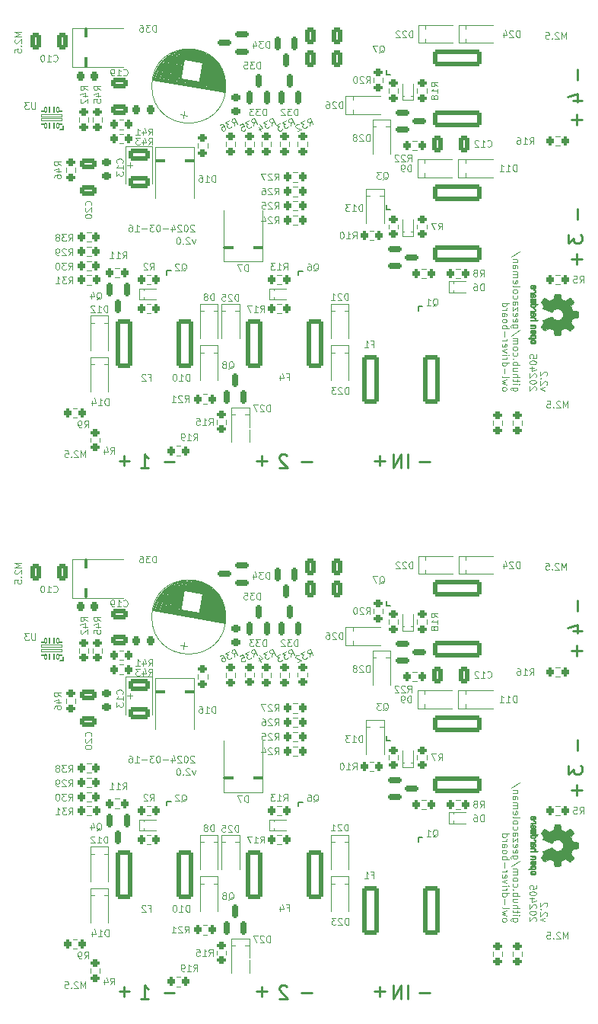
<source format=gbr>
%TF.GenerationSoftware,KiCad,Pcbnew,6.0.11+dfsg-1*%
%TF.CreationDate,2024-04-29T12:11:32+01:00*%
%TF.ProjectId,panel,70616e65-6c2e-46b6-9963-61645f706362,rev?*%
%TF.SameCoordinates,Original*%
%TF.FileFunction,Legend,Bot*%
%TF.FilePolarity,Positive*%
%FSLAX46Y46*%
G04 Gerber Fmt 4.6, Leading zero omitted, Abs format (unit mm)*
G04 Created by KiCad (PCBNEW 6.0.11+dfsg-1) date 2024-04-29 12:11:32*
%MOMM*%
%LPD*%
G01*
G04 APERTURE LIST*
G04 Aperture macros list*
%AMRoundRect*
0 Rectangle with rounded corners*
0 $1 Rounding radius*
0 $2 $3 $4 $5 $6 $7 $8 $9 X,Y pos of 4 corners*
0 Add a 4 corners polygon primitive as box body*
4,1,4,$2,$3,$4,$5,$6,$7,$8,$9,$2,$3,0*
0 Add four circle primitives for the rounded corners*
1,1,$1+$1,$2,$3*
1,1,$1+$1,$4,$5*
1,1,$1+$1,$6,$7*
1,1,$1+$1,$8,$9*
0 Add four rect primitives between the rounded corners*
20,1,$1+$1,$2,$3,$4,$5,0*
20,1,$1+$1,$4,$5,$6,$7,0*
20,1,$1+$1,$6,$7,$8,$9,0*
20,1,$1+$1,$8,$9,$2,$3,0*%
%AMFreePoly0*
4,1,5,0.225000,-0.400000,-0.225000,-0.400000,-0.225000,0.400000,0.225000,0.400000,0.225000,-0.400000,0.225000,-0.400000,$1*%
%AMFreePoly1*
4,1,29,0.150000,1.240000,0.200000,1.240000,0.200000,-1.260000,0.150000,-1.260000,0.150000,-1.860000,-0.150000,-1.860000,-0.150000,-1.260000,-1.350000,-1.260000,-1.350000,-1.210000,-2.050000,-1.210000,-2.050000,-0.760000,-1.350000,-0.760000,-1.350000,-0.560000,-2.050000,-0.560000,-2.050000,-0.110000,-1.350000,-0.110000,-1.350000,0.090000,-2.050000,0.090000,-2.050000,0.540000,-1.350000,0.540000,
-1.350000,0.740000,-2.050000,0.740000,-2.050000,1.190000,-1.350000,1.190000,-1.350000,1.240000,-0.150000,1.240000,-0.150000,1.840000,0.150000,1.840000,0.150000,1.240000,0.150000,1.240000,$1*%
G04 Aperture macros list end*
%ADD10C,0.240000*%
%ADD11C,0.120000*%
%ADD12C,0.150000*%
%ADD13C,0.300000*%
%ADD14C,0.010000*%
%ADD15C,2.082800*%
%ADD16C,2.500000*%
%ADD17C,1.500000*%
%ADD18C,6.200000*%
%ADD19C,4.950000*%
%ADD20R,1.727200X1.727200*%
%ADD21O,1.727200X1.727200*%
%ADD22RoundRect,0.250000X-2.475000X0.712500X-2.475000X-0.712500X2.475000X-0.712500X2.475000X0.712500X0*%
%ADD23RoundRect,0.250000X-0.925000X0.412500X-0.925000X-0.412500X0.925000X-0.412500X0.925000X0.412500X0*%
%ADD24C,1.000000*%
%ADD25FreePoly0,180.000000*%
%ADD26FreePoly1,90.000000*%
%ADD27R,0.700000X0.600000*%
%ADD28R,2.300000X2.500000*%
%ADD29RoundRect,0.200000X0.275000X-0.200000X0.275000X0.200000X-0.275000X0.200000X-0.275000X-0.200000X0*%
%ADD30R,1.100000X1.100000*%
%ADD31RoundRect,0.250000X0.325000X0.650000X-0.325000X0.650000X-0.325000X-0.650000X0.325000X-0.650000X0*%
%ADD32RoundRect,0.150000X-0.150000X0.587500X-0.150000X-0.587500X0.150000X-0.587500X0.150000X0.587500X0*%
%ADD33RoundRect,0.150000X0.150000X-0.587500X0.150000X0.587500X-0.150000X0.587500X-0.150000X-0.587500X0*%
%ADD34FreePoly0,270.000000*%
%ADD35FreePoly1,180.000000*%
%ADD36RoundRect,0.200000X-0.275000X0.200000X-0.275000X-0.200000X0.275000X-0.200000X0.275000X0.200000X0*%
%ADD37C,1.600000*%
%ADD38RoundRect,0.200000X-0.200000X-0.275000X0.200000X-0.275000X0.200000X0.275000X-0.200000X0.275000X0*%
%ADD39RoundRect,0.200000X0.200000X0.275000X-0.200000X0.275000X-0.200000X-0.275000X0.200000X-0.275000X0*%
%ADD40RoundRect,0.250000X-0.325000X-0.650000X0.325000X-0.650000X0.325000X0.650000X-0.325000X0.650000X0*%
%ADD41R,0.600000X0.700000*%
%ADD42RoundRect,0.050000X0.275000X-0.075000X0.275000X0.075000X-0.275000X0.075000X-0.275000X-0.075000X0*%
%ADD43RoundRect,0.050000X0.100000X-0.250000X0.100000X0.250000X-0.100000X0.250000X-0.100000X-0.250000X0*%
%ADD44RoundRect,0.050000X0.075000X-0.250000X0.075000X0.250000X-0.075000X0.250000X-0.075000X-0.250000X0*%
%ADD45RoundRect,0.050000X1.150000X-0.100000X1.150000X0.100000X-1.150000X0.100000X-1.150000X-0.100000X0*%
%ADD46RoundRect,0.225000X-0.250000X0.225000X-0.250000X-0.225000X0.250000X-0.225000X0.250000X0.225000X0*%
%ADD47RoundRect,0.150000X-0.587500X-0.150000X0.587500X-0.150000X0.587500X0.150000X-0.587500X0.150000X0*%
%ADD48RoundRect,0.150000X0.587500X0.150000X-0.587500X0.150000X-0.587500X-0.150000X0.587500X-0.150000X0*%
%ADD49RoundRect,0.225000X-0.225000X-0.250000X0.225000X-0.250000X0.225000X0.250000X-0.225000X0.250000X0*%
%ADD50RoundRect,0.250000X0.650000X-0.325000X0.650000X0.325000X-0.650000X0.325000X-0.650000X-0.325000X0*%
%ADD51RoundRect,0.250000X0.712500X2.475000X-0.712500X2.475000X-0.712500X-2.475000X0.712500X-2.475000X0*%
%ADD52R,2.500000X2.300000*%
%ADD53RoundRect,0.225000X0.225000X0.250000X-0.225000X0.250000X-0.225000X-0.250000X0.225000X-0.250000X0*%
%ADD54RoundRect,0.250000X-0.650000X0.325000X-0.650000X-0.325000X0.650000X-0.325000X0.650000X0.325000X0*%
%ADD55RoundRect,0.250000X-0.712500X-2.475000X0.712500X-2.475000X0.712500X2.475000X-0.712500X2.475000X0*%
G04 APERTURE END LIST*
D10*
X179707142Y-45386857D02*
X179707142Y-44244000D01*
X180278571Y-44815428D02*
X179135714Y-44815428D01*
X179707142Y-104386857D02*
X179707142Y-103244000D01*
X180278571Y-103815428D02*
X179135714Y-103815428D01*
X157213142Y-82707142D02*
X158356000Y-82707142D01*
X157784571Y-83278571D02*
X157784571Y-82135714D01*
X157213142Y-141707142D02*
X158356000Y-141707142D01*
X157784571Y-142278571D02*
X157784571Y-141135714D01*
X133813142Y-82807142D02*
X134956000Y-82807142D01*
X133813142Y-141807142D02*
X134956000Y-141807142D01*
D11*
X176164464Y-74914857D02*
X175664464Y-74736285D01*
X176164464Y-74557714D01*
X176343035Y-74307714D02*
X176378750Y-74272000D01*
X176414464Y-74200571D01*
X176414464Y-74022000D01*
X176378750Y-73950571D01*
X176343035Y-73914857D01*
X176271607Y-73879142D01*
X176200178Y-73879142D01*
X176093035Y-73914857D01*
X175664464Y-74343428D01*
X175664464Y-73879142D01*
X175735892Y-73557714D02*
X175700178Y-73522000D01*
X175664464Y-73557714D01*
X175700178Y-73593428D01*
X175735892Y-73557714D01*
X175664464Y-73557714D01*
X176343035Y-73236285D02*
X176378750Y-73200571D01*
X176414464Y-73129142D01*
X176414464Y-72950571D01*
X176378750Y-72879142D01*
X176343035Y-72843428D01*
X176271607Y-72807714D01*
X176200178Y-72807714D01*
X176093035Y-72843428D01*
X175664464Y-73272000D01*
X175664464Y-72807714D01*
X175135535Y-74879142D02*
X175171250Y-74843428D01*
X175206964Y-74772000D01*
X175206964Y-74593428D01*
X175171250Y-74522000D01*
X175135535Y-74486285D01*
X175064107Y-74450571D01*
X174992678Y-74450571D01*
X174885535Y-74486285D01*
X174456964Y-74914857D01*
X174456964Y-74450571D01*
X175206964Y-73986285D02*
X175206964Y-73914857D01*
X175171250Y-73843428D01*
X175135535Y-73807714D01*
X175064107Y-73772000D01*
X174921250Y-73736285D01*
X174742678Y-73736285D01*
X174599821Y-73772000D01*
X174528392Y-73807714D01*
X174492678Y-73843428D01*
X174456964Y-73914857D01*
X174456964Y-73986285D01*
X174492678Y-74057714D01*
X174528392Y-74093428D01*
X174599821Y-74129142D01*
X174742678Y-74164857D01*
X174921250Y-74164857D01*
X175064107Y-74129142D01*
X175135535Y-74093428D01*
X175171250Y-74057714D01*
X175206964Y-73986285D01*
X175135535Y-73450571D02*
X175171250Y-73414857D01*
X175206964Y-73343428D01*
X175206964Y-73164857D01*
X175171250Y-73093428D01*
X175135535Y-73057714D01*
X175064107Y-73022000D01*
X174992678Y-73022000D01*
X174885535Y-73057714D01*
X174456964Y-73486285D01*
X174456964Y-73022000D01*
X174956964Y-72379142D02*
X174456964Y-72379142D01*
X175242678Y-72557714D02*
X174706964Y-72736285D01*
X174706964Y-72272000D01*
X175206964Y-71843428D02*
X175206964Y-71772000D01*
X175171250Y-71700571D01*
X175135535Y-71664857D01*
X175064107Y-71629142D01*
X174921250Y-71593428D01*
X174742678Y-71593428D01*
X174599821Y-71629142D01*
X174528392Y-71664857D01*
X174492678Y-71700571D01*
X174456964Y-71772000D01*
X174456964Y-71843428D01*
X174492678Y-71914857D01*
X174528392Y-71950571D01*
X174599821Y-71986285D01*
X174742678Y-72022000D01*
X174921250Y-72022000D01*
X175064107Y-71986285D01*
X175135535Y-71950571D01*
X175171250Y-71914857D01*
X175206964Y-71843428D01*
X175206964Y-70914857D02*
X175206964Y-71272000D01*
X174849821Y-71307714D01*
X174885535Y-71272000D01*
X174921250Y-71200571D01*
X174921250Y-71022000D01*
X174885535Y-70950571D01*
X174849821Y-70914857D01*
X174778392Y-70879142D01*
X174599821Y-70879142D01*
X174528392Y-70914857D01*
X174492678Y-70950571D01*
X174456964Y-71022000D01*
X174456964Y-71200571D01*
X174492678Y-71272000D01*
X174528392Y-71307714D01*
X176164464Y-133914857D02*
X175664464Y-133736285D01*
X176164464Y-133557714D01*
X176343035Y-133307714D02*
X176378750Y-133272000D01*
X176414464Y-133200571D01*
X176414464Y-133022000D01*
X176378750Y-132950571D01*
X176343035Y-132914857D01*
X176271607Y-132879142D01*
X176200178Y-132879142D01*
X176093035Y-132914857D01*
X175664464Y-133343428D01*
X175664464Y-132879142D01*
X175735892Y-132557714D02*
X175700178Y-132522000D01*
X175664464Y-132557714D01*
X175700178Y-132593428D01*
X175735892Y-132557714D01*
X175664464Y-132557714D01*
X176343035Y-132236285D02*
X176378750Y-132200571D01*
X176414464Y-132129142D01*
X176414464Y-131950571D01*
X176378750Y-131879142D01*
X176343035Y-131843428D01*
X176271607Y-131807714D01*
X176200178Y-131807714D01*
X176093035Y-131843428D01*
X175664464Y-132272000D01*
X175664464Y-131807714D01*
X175135535Y-133879142D02*
X175171250Y-133843428D01*
X175206964Y-133772000D01*
X175206964Y-133593428D01*
X175171250Y-133522000D01*
X175135535Y-133486285D01*
X175064107Y-133450571D01*
X174992678Y-133450571D01*
X174885535Y-133486285D01*
X174456964Y-133914857D01*
X174456964Y-133450571D01*
X175206964Y-132986285D02*
X175206964Y-132914857D01*
X175171250Y-132843428D01*
X175135535Y-132807714D01*
X175064107Y-132772000D01*
X174921250Y-132736285D01*
X174742678Y-132736285D01*
X174599821Y-132772000D01*
X174528392Y-132807714D01*
X174492678Y-132843428D01*
X174456964Y-132914857D01*
X174456964Y-132986285D01*
X174492678Y-133057714D01*
X174528392Y-133093428D01*
X174599821Y-133129142D01*
X174742678Y-133164857D01*
X174921250Y-133164857D01*
X175064107Y-133129142D01*
X175135535Y-133093428D01*
X175171250Y-133057714D01*
X175206964Y-132986285D01*
X175135535Y-132450571D02*
X175171250Y-132414857D01*
X175206964Y-132343428D01*
X175206964Y-132164857D01*
X175171250Y-132093428D01*
X175135535Y-132057714D01*
X175064107Y-132022000D01*
X174992678Y-132022000D01*
X174885535Y-132057714D01*
X174456964Y-132486285D01*
X174456964Y-132022000D01*
X174956964Y-131379142D02*
X174456964Y-131379142D01*
X175242678Y-131557714D02*
X174706964Y-131736285D01*
X174706964Y-131272000D01*
X175206964Y-130843428D02*
X175206964Y-130772000D01*
X175171250Y-130700571D01*
X175135535Y-130664857D01*
X175064107Y-130629142D01*
X174921250Y-130593428D01*
X174742678Y-130593428D01*
X174599821Y-130629142D01*
X174528392Y-130664857D01*
X174492678Y-130700571D01*
X174456964Y-130772000D01*
X174456964Y-130843428D01*
X174492678Y-130914857D01*
X174528392Y-130950571D01*
X174599821Y-130986285D01*
X174742678Y-131022000D01*
X174921250Y-131022000D01*
X175064107Y-130986285D01*
X175135535Y-130950571D01*
X175171250Y-130914857D01*
X175206964Y-130843428D01*
X175206964Y-129914857D02*
X175206964Y-130272000D01*
X174849821Y-130307714D01*
X174885535Y-130272000D01*
X174921250Y-130200571D01*
X174921250Y-130022000D01*
X174885535Y-129950571D01*
X174849821Y-129914857D01*
X174778392Y-129879142D01*
X174599821Y-129879142D01*
X174528392Y-129914857D01*
X174492678Y-129950571D01*
X174456964Y-130022000D01*
X174456964Y-130200571D01*
X174492678Y-130272000D01*
X174528392Y-130307714D01*
D10*
X160886857Y-83478571D02*
X160886857Y-81978571D01*
X160172571Y-83478571D02*
X160172571Y-81978571D01*
X159315428Y-83478571D01*
X159315428Y-81978571D01*
X160886857Y-142478571D02*
X160886857Y-140978571D01*
X160172571Y-142478571D02*
X160172571Y-140978571D01*
X159315428Y-142478571D01*
X159315428Y-140978571D01*
D11*
X117939285Y-35057142D02*
X117189285Y-35057142D01*
X117725000Y-35307142D01*
X117189285Y-35557142D01*
X117939285Y-35557142D01*
X117260714Y-35878571D02*
X117225000Y-35914285D01*
X117189285Y-35985714D01*
X117189285Y-36164285D01*
X117225000Y-36235714D01*
X117260714Y-36271428D01*
X117332142Y-36307142D01*
X117403571Y-36307142D01*
X117510714Y-36271428D01*
X117939285Y-35842857D01*
X117939285Y-36307142D01*
X117867857Y-36628571D02*
X117903571Y-36664285D01*
X117939285Y-36628571D01*
X117903571Y-36592857D01*
X117867857Y-36628571D01*
X117939285Y-36628571D01*
X117189285Y-37342857D02*
X117189285Y-36985714D01*
X117546428Y-36950000D01*
X117510714Y-36985714D01*
X117475000Y-37057142D01*
X117475000Y-37235714D01*
X117510714Y-37307142D01*
X117546428Y-37342857D01*
X117617857Y-37378571D01*
X117796428Y-37378571D01*
X117867857Y-37342857D01*
X117903571Y-37307142D01*
X117939285Y-37235714D01*
X117939285Y-37057142D01*
X117903571Y-36985714D01*
X117867857Y-36950000D01*
X117939285Y-94057142D02*
X117189285Y-94057142D01*
X117725000Y-94307142D01*
X117189285Y-94557142D01*
X117939285Y-94557142D01*
X117260714Y-94878571D02*
X117225000Y-94914285D01*
X117189285Y-94985714D01*
X117189285Y-95164285D01*
X117225000Y-95235714D01*
X117260714Y-95271428D01*
X117332142Y-95307142D01*
X117403571Y-95307142D01*
X117510714Y-95271428D01*
X117939285Y-94842857D01*
X117939285Y-95307142D01*
X117867857Y-95628571D02*
X117903571Y-95664285D01*
X117939285Y-95628571D01*
X117903571Y-95592857D01*
X117867857Y-95628571D01*
X117939285Y-95628571D01*
X117189285Y-96342857D02*
X117189285Y-95985714D01*
X117546428Y-95950000D01*
X117510714Y-95985714D01*
X117475000Y-96057142D01*
X117475000Y-96235714D01*
X117510714Y-96307142D01*
X117546428Y-96342857D01*
X117617857Y-96378571D01*
X117796428Y-96378571D01*
X117867857Y-96342857D01*
X117903571Y-96307142D01*
X117939285Y-96235714D01*
X117939285Y-96057142D01*
X117903571Y-95985714D01*
X117867857Y-95950000D01*
D10*
X179807142Y-40386857D02*
X179807142Y-39244000D01*
X179807142Y-99386857D02*
X179807142Y-98244000D01*
X179807142Y-55886857D02*
X179807142Y-54744000D01*
X179807142Y-114886857D02*
X179807142Y-113744000D01*
X144113142Y-82707142D02*
X145256000Y-82707142D01*
X144684571Y-83278571D02*
X144684571Y-82135714D01*
X144113142Y-141707142D02*
X145256000Y-141707142D01*
X144684571Y-142278571D02*
X144684571Y-141135714D01*
D11*
X173114464Y-74572000D02*
X172507321Y-74572000D01*
X172435892Y-74607714D01*
X172400178Y-74643428D01*
X172364464Y-74714857D01*
X172364464Y-74822000D01*
X172400178Y-74893428D01*
X172650178Y-74572000D02*
X172614464Y-74643428D01*
X172614464Y-74786285D01*
X172650178Y-74857714D01*
X172685892Y-74893428D01*
X172757321Y-74929142D01*
X172971607Y-74929142D01*
X173043035Y-74893428D01*
X173078750Y-74857714D01*
X173114464Y-74786285D01*
X173114464Y-74643428D01*
X173078750Y-74572000D01*
X172614464Y-74214857D02*
X173114464Y-74214857D01*
X173364464Y-74214857D02*
X173328750Y-74250571D01*
X173293035Y-74214857D01*
X173328750Y-74179142D01*
X173364464Y-74214857D01*
X173293035Y-74214857D01*
X173114464Y-73964857D02*
X173114464Y-73679142D01*
X173364464Y-73857714D02*
X172721607Y-73857714D01*
X172650178Y-73822000D01*
X172614464Y-73750571D01*
X172614464Y-73679142D01*
X172614464Y-73429142D02*
X173364464Y-73429142D01*
X172614464Y-73107714D02*
X173007321Y-73107714D01*
X173078750Y-73143428D01*
X173114464Y-73214857D01*
X173114464Y-73322000D01*
X173078750Y-73393428D01*
X173043035Y-73429142D01*
X173114464Y-72429142D02*
X172614464Y-72429142D01*
X173114464Y-72750571D02*
X172721607Y-72750571D01*
X172650178Y-72714857D01*
X172614464Y-72643428D01*
X172614464Y-72536285D01*
X172650178Y-72464857D01*
X172685892Y-72429142D01*
X172614464Y-72072000D02*
X173364464Y-72072000D01*
X173078750Y-72072000D02*
X173114464Y-72000571D01*
X173114464Y-71857714D01*
X173078750Y-71786285D01*
X173043035Y-71750571D01*
X172971607Y-71714857D01*
X172757321Y-71714857D01*
X172685892Y-71750571D01*
X172650178Y-71786285D01*
X172614464Y-71857714D01*
X172614464Y-72000571D01*
X172650178Y-72072000D01*
X172685892Y-71393428D02*
X172650178Y-71357714D01*
X172614464Y-71393428D01*
X172650178Y-71429142D01*
X172685892Y-71393428D01*
X172614464Y-71393428D01*
X172650178Y-70714857D02*
X172614464Y-70786285D01*
X172614464Y-70929142D01*
X172650178Y-71000571D01*
X172685892Y-71036285D01*
X172757321Y-71072000D01*
X172971607Y-71072000D01*
X173043035Y-71036285D01*
X173078750Y-71000571D01*
X173114464Y-70929142D01*
X173114464Y-70786285D01*
X173078750Y-70714857D01*
X172614464Y-70286285D02*
X172650178Y-70357714D01*
X172685892Y-70393428D01*
X172757321Y-70429142D01*
X172971607Y-70429142D01*
X173043035Y-70393428D01*
X173078750Y-70357714D01*
X173114464Y-70286285D01*
X173114464Y-70179142D01*
X173078750Y-70107714D01*
X173043035Y-70072000D01*
X172971607Y-70036285D01*
X172757321Y-70036285D01*
X172685892Y-70072000D01*
X172650178Y-70107714D01*
X172614464Y-70179142D01*
X172614464Y-70286285D01*
X172614464Y-69714857D02*
X173114464Y-69714857D01*
X173043035Y-69714857D02*
X173078750Y-69679142D01*
X173114464Y-69607714D01*
X173114464Y-69500571D01*
X173078750Y-69429142D01*
X173007321Y-69393428D01*
X172614464Y-69393428D01*
X173007321Y-69393428D02*
X173078750Y-69357714D01*
X173114464Y-69286285D01*
X173114464Y-69179142D01*
X173078750Y-69107714D01*
X173007321Y-69072000D01*
X172614464Y-69072000D01*
X173400178Y-68179142D02*
X172435892Y-68822000D01*
X173114464Y-67607714D02*
X172507321Y-67607714D01*
X172435892Y-67643428D01*
X172400178Y-67679142D01*
X172364464Y-67750571D01*
X172364464Y-67857714D01*
X172400178Y-67929142D01*
X172650178Y-67607714D02*
X172614464Y-67679142D01*
X172614464Y-67822000D01*
X172650178Y-67893428D01*
X172685892Y-67929142D01*
X172757321Y-67964857D01*
X172971607Y-67964857D01*
X173043035Y-67929142D01*
X173078750Y-67893428D01*
X173114464Y-67822000D01*
X173114464Y-67679142D01*
X173078750Y-67607714D01*
X172650178Y-66964857D02*
X172614464Y-67036285D01*
X172614464Y-67179142D01*
X172650178Y-67250571D01*
X172721607Y-67286285D01*
X173007321Y-67286285D01*
X173078750Y-67250571D01*
X173114464Y-67179142D01*
X173114464Y-67036285D01*
X173078750Y-66964857D01*
X173007321Y-66929142D01*
X172935892Y-66929142D01*
X172864464Y-67286285D01*
X172650178Y-66322000D02*
X172614464Y-66393428D01*
X172614464Y-66536285D01*
X172650178Y-66607714D01*
X172721607Y-66643428D01*
X173007321Y-66643428D01*
X173078750Y-66607714D01*
X173114464Y-66536285D01*
X173114464Y-66393428D01*
X173078750Y-66322000D01*
X173007321Y-66286285D01*
X172935892Y-66286285D01*
X172864464Y-66643428D01*
X173114464Y-66036285D02*
X173114464Y-65643428D01*
X172614464Y-66036285D01*
X172614464Y-65643428D01*
X172614464Y-65036285D02*
X173007321Y-65036285D01*
X173078750Y-65072000D01*
X173114464Y-65143428D01*
X173114464Y-65286285D01*
X173078750Y-65357714D01*
X172650178Y-65036285D02*
X172614464Y-65107714D01*
X172614464Y-65286285D01*
X172650178Y-65357714D01*
X172721607Y-65393428D01*
X172793035Y-65393428D01*
X172864464Y-65357714D01*
X172900178Y-65286285D01*
X172900178Y-65107714D01*
X172935892Y-65036285D01*
X172650178Y-64357714D02*
X172614464Y-64429142D01*
X172614464Y-64572000D01*
X172650178Y-64643428D01*
X172685892Y-64679142D01*
X172757321Y-64714857D01*
X172971607Y-64714857D01*
X173043035Y-64679142D01*
X173078750Y-64643428D01*
X173114464Y-64572000D01*
X173114464Y-64429142D01*
X173078750Y-64357714D01*
X172614464Y-63929142D02*
X172650178Y-64000571D01*
X172685892Y-64036285D01*
X172757321Y-64072000D01*
X172971607Y-64072000D01*
X173043035Y-64036285D01*
X173078750Y-64000571D01*
X173114464Y-63929142D01*
X173114464Y-63822000D01*
X173078750Y-63750571D01*
X173043035Y-63714857D01*
X172971607Y-63679142D01*
X172757321Y-63679142D01*
X172685892Y-63714857D01*
X172650178Y-63750571D01*
X172614464Y-63822000D01*
X172614464Y-63929142D01*
X172614464Y-63250571D02*
X172650178Y-63322000D01*
X172721607Y-63357714D01*
X173364464Y-63357714D01*
X172650178Y-62679142D02*
X172614464Y-62750571D01*
X172614464Y-62893428D01*
X172650178Y-62964857D01*
X172721607Y-63000571D01*
X173007321Y-63000571D01*
X173078750Y-62964857D01*
X173114464Y-62893428D01*
X173114464Y-62750571D01*
X173078750Y-62679142D01*
X173007321Y-62643428D01*
X172935892Y-62643428D01*
X172864464Y-63000571D01*
X172614464Y-62322000D02*
X173114464Y-62322000D01*
X173043035Y-62322000D02*
X173078750Y-62286285D01*
X173114464Y-62214857D01*
X173114464Y-62107714D01*
X173078750Y-62036285D01*
X173007321Y-62000571D01*
X172614464Y-62000571D01*
X173007321Y-62000571D02*
X173078750Y-61964857D01*
X173114464Y-61893428D01*
X173114464Y-61786285D01*
X173078750Y-61714857D01*
X173007321Y-61679142D01*
X172614464Y-61679142D01*
X172614464Y-61000571D02*
X173007321Y-61000571D01*
X173078750Y-61036285D01*
X173114464Y-61107714D01*
X173114464Y-61250571D01*
X173078750Y-61322000D01*
X172650178Y-61000571D02*
X172614464Y-61072000D01*
X172614464Y-61250571D01*
X172650178Y-61322000D01*
X172721607Y-61357714D01*
X172793035Y-61357714D01*
X172864464Y-61322000D01*
X172900178Y-61250571D01*
X172900178Y-61072000D01*
X172935892Y-61000571D01*
X173114464Y-60643428D02*
X172614464Y-60643428D01*
X173043035Y-60643428D02*
X173078750Y-60607714D01*
X173114464Y-60536285D01*
X173114464Y-60429142D01*
X173078750Y-60357714D01*
X173007321Y-60322000D01*
X172614464Y-60322000D01*
X173400178Y-59429142D02*
X172435892Y-60072000D01*
X171406964Y-74786285D02*
X171442678Y-74857714D01*
X171478392Y-74893428D01*
X171549821Y-74929142D01*
X171764107Y-74929142D01*
X171835535Y-74893428D01*
X171871250Y-74857714D01*
X171906964Y-74786285D01*
X171906964Y-74679142D01*
X171871250Y-74607714D01*
X171835535Y-74572000D01*
X171764107Y-74536285D01*
X171549821Y-74536285D01*
X171478392Y-74572000D01*
X171442678Y-74607714D01*
X171406964Y-74679142D01*
X171406964Y-74786285D01*
X171906964Y-74286285D02*
X171406964Y-74143428D01*
X171764107Y-74000571D01*
X171406964Y-73857714D01*
X171906964Y-73714857D01*
X171406964Y-73322000D02*
X171442678Y-73393428D01*
X171514107Y-73429142D01*
X172156964Y-73429142D01*
X171692678Y-73036285D02*
X171692678Y-72464857D01*
X171406964Y-71786285D02*
X172156964Y-71786285D01*
X171442678Y-71786285D02*
X171406964Y-71857714D01*
X171406964Y-72000571D01*
X171442678Y-72072000D01*
X171478392Y-72107714D01*
X171549821Y-72143428D01*
X171764107Y-72143428D01*
X171835535Y-72107714D01*
X171871250Y-72072000D01*
X171906964Y-72000571D01*
X171906964Y-71857714D01*
X171871250Y-71786285D01*
X171406964Y-71429142D02*
X171906964Y-71429142D01*
X171764107Y-71429142D02*
X171835535Y-71393428D01*
X171871250Y-71357714D01*
X171906964Y-71286285D01*
X171906964Y-71214857D01*
X171406964Y-70964857D02*
X171906964Y-70964857D01*
X172156964Y-70964857D02*
X172121250Y-71000571D01*
X172085535Y-70964857D01*
X172121250Y-70929142D01*
X172156964Y-70964857D01*
X172085535Y-70964857D01*
X171906964Y-70679142D02*
X171406964Y-70500571D01*
X171906964Y-70322000D01*
X171442678Y-69750571D02*
X171406964Y-69822000D01*
X171406964Y-69964857D01*
X171442678Y-70036285D01*
X171514107Y-70072000D01*
X171799821Y-70072000D01*
X171871250Y-70036285D01*
X171906964Y-69964857D01*
X171906964Y-69822000D01*
X171871250Y-69750571D01*
X171799821Y-69714857D01*
X171728392Y-69714857D01*
X171656964Y-70072000D01*
X171406964Y-69393428D02*
X171906964Y-69393428D01*
X171764107Y-69393428D02*
X171835535Y-69357714D01*
X171871250Y-69322000D01*
X171906964Y-69250571D01*
X171906964Y-69179142D01*
X171692678Y-68929142D02*
X171692678Y-68357714D01*
X171406964Y-68000571D02*
X172156964Y-68000571D01*
X171871250Y-68000571D02*
X171906964Y-67929142D01*
X171906964Y-67786285D01*
X171871250Y-67714857D01*
X171835535Y-67679142D01*
X171764107Y-67643428D01*
X171549821Y-67643428D01*
X171478392Y-67679142D01*
X171442678Y-67714857D01*
X171406964Y-67786285D01*
X171406964Y-67929142D01*
X171442678Y-68000571D01*
X171406964Y-67214857D02*
X171442678Y-67286285D01*
X171478392Y-67322000D01*
X171549821Y-67357714D01*
X171764107Y-67357714D01*
X171835535Y-67322000D01*
X171871250Y-67286285D01*
X171906964Y-67214857D01*
X171906964Y-67107714D01*
X171871250Y-67036285D01*
X171835535Y-67000571D01*
X171764107Y-66964857D01*
X171549821Y-66964857D01*
X171478392Y-67000571D01*
X171442678Y-67036285D01*
X171406964Y-67107714D01*
X171406964Y-67214857D01*
X171406964Y-66322000D02*
X171799821Y-66322000D01*
X171871250Y-66357714D01*
X171906964Y-66429142D01*
X171906964Y-66572000D01*
X171871250Y-66643428D01*
X171442678Y-66322000D02*
X171406964Y-66393428D01*
X171406964Y-66572000D01*
X171442678Y-66643428D01*
X171514107Y-66679142D01*
X171585535Y-66679142D01*
X171656964Y-66643428D01*
X171692678Y-66572000D01*
X171692678Y-66393428D01*
X171728392Y-66322000D01*
X171406964Y-65964857D02*
X171906964Y-65964857D01*
X171764107Y-65964857D02*
X171835535Y-65929142D01*
X171871250Y-65893428D01*
X171906964Y-65822000D01*
X171906964Y-65750571D01*
X171406964Y-65179142D02*
X172156964Y-65179142D01*
X171442678Y-65179142D02*
X171406964Y-65250571D01*
X171406964Y-65393428D01*
X171442678Y-65464857D01*
X171478392Y-65500571D01*
X171549821Y-65536285D01*
X171764107Y-65536285D01*
X171835535Y-65500571D01*
X171871250Y-65464857D01*
X171906964Y-65393428D01*
X171906964Y-65250571D01*
X171871250Y-65179142D01*
X173114464Y-133572000D02*
X172507321Y-133572000D01*
X172435892Y-133607714D01*
X172400178Y-133643428D01*
X172364464Y-133714857D01*
X172364464Y-133822000D01*
X172400178Y-133893428D01*
X172650178Y-133572000D02*
X172614464Y-133643428D01*
X172614464Y-133786285D01*
X172650178Y-133857714D01*
X172685892Y-133893428D01*
X172757321Y-133929142D01*
X172971607Y-133929142D01*
X173043035Y-133893428D01*
X173078750Y-133857714D01*
X173114464Y-133786285D01*
X173114464Y-133643428D01*
X173078750Y-133572000D01*
X172614464Y-133214857D02*
X173114464Y-133214857D01*
X173364464Y-133214857D02*
X173328750Y-133250571D01*
X173293035Y-133214857D01*
X173328750Y-133179142D01*
X173364464Y-133214857D01*
X173293035Y-133214857D01*
X173114464Y-132964857D02*
X173114464Y-132679142D01*
X173364464Y-132857714D02*
X172721607Y-132857714D01*
X172650178Y-132822000D01*
X172614464Y-132750571D01*
X172614464Y-132679142D01*
X172614464Y-132429142D02*
X173364464Y-132429142D01*
X172614464Y-132107714D02*
X173007321Y-132107714D01*
X173078750Y-132143428D01*
X173114464Y-132214857D01*
X173114464Y-132322000D01*
X173078750Y-132393428D01*
X173043035Y-132429142D01*
X173114464Y-131429142D02*
X172614464Y-131429142D01*
X173114464Y-131750571D02*
X172721607Y-131750571D01*
X172650178Y-131714857D01*
X172614464Y-131643428D01*
X172614464Y-131536285D01*
X172650178Y-131464857D01*
X172685892Y-131429142D01*
X172614464Y-131072000D02*
X173364464Y-131072000D01*
X173078750Y-131072000D02*
X173114464Y-131000571D01*
X173114464Y-130857714D01*
X173078750Y-130786285D01*
X173043035Y-130750571D01*
X172971607Y-130714857D01*
X172757321Y-130714857D01*
X172685892Y-130750571D01*
X172650178Y-130786285D01*
X172614464Y-130857714D01*
X172614464Y-131000571D01*
X172650178Y-131072000D01*
X172685892Y-130393428D02*
X172650178Y-130357714D01*
X172614464Y-130393428D01*
X172650178Y-130429142D01*
X172685892Y-130393428D01*
X172614464Y-130393428D01*
X172650178Y-129714857D02*
X172614464Y-129786285D01*
X172614464Y-129929142D01*
X172650178Y-130000571D01*
X172685892Y-130036285D01*
X172757321Y-130072000D01*
X172971607Y-130072000D01*
X173043035Y-130036285D01*
X173078750Y-130000571D01*
X173114464Y-129929142D01*
X173114464Y-129786285D01*
X173078750Y-129714857D01*
X172614464Y-129286285D02*
X172650178Y-129357714D01*
X172685892Y-129393428D01*
X172757321Y-129429142D01*
X172971607Y-129429142D01*
X173043035Y-129393428D01*
X173078750Y-129357714D01*
X173114464Y-129286285D01*
X173114464Y-129179142D01*
X173078750Y-129107714D01*
X173043035Y-129072000D01*
X172971607Y-129036285D01*
X172757321Y-129036285D01*
X172685892Y-129072000D01*
X172650178Y-129107714D01*
X172614464Y-129179142D01*
X172614464Y-129286285D01*
X172614464Y-128714857D02*
X173114464Y-128714857D01*
X173043035Y-128714857D02*
X173078750Y-128679142D01*
X173114464Y-128607714D01*
X173114464Y-128500571D01*
X173078750Y-128429142D01*
X173007321Y-128393428D01*
X172614464Y-128393428D01*
X173007321Y-128393428D02*
X173078750Y-128357714D01*
X173114464Y-128286285D01*
X173114464Y-128179142D01*
X173078750Y-128107714D01*
X173007321Y-128072000D01*
X172614464Y-128072000D01*
X173400178Y-127179142D02*
X172435892Y-127822000D01*
X173114464Y-126607714D02*
X172507321Y-126607714D01*
X172435892Y-126643428D01*
X172400178Y-126679142D01*
X172364464Y-126750571D01*
X172364464Y-126857714D01*
X172400178Y-126929142D01*
X172650178Y-126607714D02*
X172614464Y-126679142D01*
X172614464Y-126822000D01*
X172650178Y-126893428D01*
X172685892Y-126929142D01*
X172757321Y-126964857D01*
X172971607Y-126964857D01*
X173043035Y-126929142D01*
X173078750Y-126893428D01*
X173114464Y-126822000D01*
X173114464Y-126679142D01*
X173078750Y-126607714D01*
X172650178Y-125964857D02*
X172614464Y-126036285D01*
X172614464Y-126179142D01*
X172650178Y-126250571D01*
X172721607Y-126286285D01*
X173007321Y-126286285D01*
X173078750Y-126250571D01*
X173114464Y-126179142D01*
X173114464Y-126036285D01*
X173078750Y-125964857D01*
X173007321Y-125929142D01*
X172935892Y-125929142D01*
X172864464Y-126286285D01*
X172650178Y-125322000D02*
X172614464Y-125393428D01*
X172614464Y-125536285D01*
X172650178Y-125607714D01*
X172721607Y-125643428D01*
X173007321Y-125643428D01*
X173078750Y-125607714D01*
X173114464Y-125536285D01*
X173114464Y-125393428D01*
X173078750Y-125322000D01*
X173007321Y-125286285D01*
X172935892Y-125286285D01*
X172864464Y-125643428D01*
X173114464Y-125036285D02*
X173114464Y-124643428D01*
X172614464Y-125036285D01*
X172614464Y-124643428D01*
X172614464Y-124036285D02*
X173007321Y-124036285D01*
X173078750Y-124072000D01*
X173114464Y-124143428D01*
X173114464Y-124286285D01*
X173078750Y-124357714D01*
X172650178Y-124036285D02*
X172614464Y-124107714D01*
X172614464Y-124286285D01*
X172650178Y-124357714D01*
X172721607Y-124393428D01*
X172793035Y-124393428D01*
X172864464Y-124357714D01*
X172900178Y-124286285D01*
X172900178Y-124107714D01*
X172935892Y-124036285D01*
X172650178Y-123357714D02*
X172614464Y-123429142D01*
X172614464Y-123572000D01*
X172650178Y-123643428D01*
X172685892Y-123679142D01*
X172757321Y-123714857D01*
X172971607Y-123714857D01*
X173043035Y-123679142D01*
X173078750Y-123643428D01*
X173114464Y-123572000D01*
X173114464Y-123429142D01*
X173078750Y-123357714D01*
X172614464Y-122929142D02*
X172650178Y-123000571D01*
X172685892Y-123036285D01*
X172757321Y-123072000D01*
X172971607Y-123072000D01*
X173043035Y-123036285D01*
X173078750Y-123000571D01*
X173114464Y-122929142D01*
X173114464Y-122822000D01*
X173078750Y-122750571D01*
X173043035Y-122714857D01*
X172971607Y-122679142D01*
X172757321Y-122679142D01*
X172685892Y-122714857D01*
X172650178Y-122750571D01*
X172614464Y-122822000D01*
X172614464Y-122929142D01*
X172614464Y-122250571D02*
X172650178Y-122322000D01*
X172721607Y-122357714D01*
X173364464Y-122357714D01*
X172650178Y-121679142D02*
X172614464Y-121750571D01*
X172614464Y-121893428D01*
X172650178Y-121964857D01*
X172721607Y-122000571D01*
X173007321Y-122000571D01*
X173078750Y-121964857D01*
X173114464Y-121893428D01*
X173114464Y-121750571D01*
X173078750Y-121679142D01*
X173007321Y-121643428D01*
X172935892Y-121643428D01*
X172864464Y-122000571D01*
X172614464Y-121322000D02*
X173114464Y-121322000D01*
X173043035Y-121322000D02*
X173078750Y-121286285D01*
X173114464Y-121214857D01*
X173114464Y-121107714D01*
X173078750Y-121036285D01*
X173007321Y-121000571D01*
X172614464Y-121000571D01*
X173007321Y-121000571D02*
X173078750Y-120964857D01*
X173114464Y-120893428D01*
X173114464Y-120786285D01*
X173078750Y-120714857D01*
X173007321Y-120679142D01*
X172614464Y-120679142D01*
X172614464Y-120000571D02*
X173007321Y-120000571D01*
X173078750Y-120036285D01*
X173114464Y-120107714D01*
X173114464Y-120250571D01*
X173078750Y-120322000D01*
X172650178Y-120000571D02*
X172614464Y-120072000D01*
X172614464Y-120250571D01*
X172650178Y-120322000D01*
X172721607Y-120357714D01*
X172793035Y-120357714D01*
X172864464Y-120322000D01*
X172900178Y-120250571D01*
X172900178Y-120072000D01*
X172935892Y-120000571D01*
X173114464Y-119643428D02*
X172614464Y-119643428D01*
X173043035Y-119643428D02*
X173078750Y-119607714D01*
X173114464Y-119536285D01*
X173114464Y-119429142D01*
X173078750Y-119357714D01*
X173007321Y-119322000D01*
X172614464Y-119322000D01*
X173400178Y-118429142D02*
X172435892Y-119072000D01*
X171406964Y-133786285D02*
X171442678Y-133857714D01*
X171478392Y-133893428D01*
X171549821Y-133929142D01*
X171764107Y-133929142D01*
X171835535Y-133893428D01*
X171871250Y-133857714D01*
X171906964Y-133786285D01*
X171906964Y-133679142D01*
X171871250Y-133607714D01*
X171835535Y-133572000D01*
X171764107Y-133536285D01*
X171549821Y-133536285D01*
X171478392Y-133572000D01*
X171442678Y-133607714D01*
X171406964Y-133679142D01*
X171406964Y-133786285D01*
X171906964Y-133286285D02*
X171406964Y-133143428D01*
X171764107Y-133000571D01*
X171406964Y-132857714D01*
X171906964Y-132714857D01*
X171406964Y-132322000D02*
X171442678Y-132393428D01*
X171514107Y-132429142D01*
X172156964Y-132429142D01*
X171692678Y-132036285D02*
X171692678Y-131464857D01*
X171406964Y-130786285D02*
X172156964Y-130786285D01*
X171442678Y-130786285D02*
X171406964Y-130857714D01*
X171406964Y-131000571D01*
X171442678Y-131072000D01*
X171478392Y-131107714D01*
X171549821Y-131143428D01*
X171764107Y-131143428D01*
X171835535Y-131107714D01*
X171871250Y-131072000D01*
X171906964Y-131000571D01*
X171906964Y-130857714D01*
X171871250Y-130786285D01*
X171406964Y-130429142D02*
X171906964Y-130429142D01*
X171764107Y-130429142D02*
X171835535Y-130393428D01*
X171871250Y-130357714D01*
X171906964Y-130286285D01*
X171906964Y-130214857D01*
X171406964Y-129964857D02*
X171906964Y-129964857D01*
X172156964Y-129964857D02*
X172121250Y-130000571D01*
X172085535Y-129964857D01*
X172121250Y-129929142D01*
X172156964Y-129964857D01*
X172085535Y-129964857D01*
X171906964Y-129679142D02*
X171406964Y-129500571D01*
X171906964Y-129322000D01*
X171442678Y-128750571D02*
X171406964Y-128822000D01*
X171406964Y-128964857D01*
X171442678Y-129036285D01*
X171514107Y-129072000D01*
X171799821Y-129072000D01*
X171871250Y-129036285D01*
X171906964Y-128964857D01*
X171906964Y-128822000D01*
X171871250Y-128750571D01*
X171799821Y-128714857D01*
X171728392Y-128714857D01*
X171656964Y-129072000D01*
X171406964Y-128393428D02*
X171906964Y-128393428D01*
X171764107Y-128393428D02*
X171835535Y-128357714D01*
X171871250Y-128322000D01*
X171906964Y-128250571D01*
X171906964Y-128179142D01*
X171692678Y-127929142D02*
X171692678Y-127357714D01*
X171406964Y-127000571D02*
X172156964Y-127000571D01*
X171871250Y-127000571D02*
X171906964Y-126929142D01*
X171906964Y-126786285D01*
X171871250Y-126714857D01*
X171835535Y-126679142D01*
X171764107Y-126643428D01*
X171549821Y-126643428D01*
X171478392Y-126679142D01*
X171442678Y-126714857D01*
X171406964Y-126786285D01*
X171406964Y-126929142D01*
X171442678Y-127000571D01*
X171406964Y-126214857D02*
X171442678Y-126286285D01*
X171478392Y-126322000D01*
X171549821Y-126357714D01*
X171764107Y-126357714D01*
X171835535Y-126322000D01*
X171871250Y-126286285D01*
X171906964Y-126214857D01*
X171906964Y-126107714D01*
X171871250Y-126036285D01*
X171835535Y-126000571D01*
X171764107Y-125964857D01*
X171549821Y-125964857D01*
X171478392Y-126000571D01*
X171442678Y-126036285D01*
X171406964Y-126107714D01*
X171406964Y-126214857D01*
X171406964Y-125322000D02*
X171799821Y-125322000D01*
X171871250Y-125357714D01*
X171906964Y-125429142D01*
X171906964Y-125572000D01*
X171871250Y-125643428D01*
X171442678Y-125322000D02*
X171406964Y-125393428D01*
X171406964Y-125572000D01*
X171442678Y-125643428D01*
X171514107Y-125679142D01*
X171585535Y-125679142D01*
X171656964Y-125643428D01*
X171692678Y-125572000D01*
X171692678Y-125393428D01*
X171728392Y-125322000D01*
X171406964Y-124964857D02*
X171906964Y-124964857D01*
X171764107Y-124964857D02*
X171835535Y-124929142D01*
X171871250Y-124893428D01*
X171906964Y-124822000D01*
X171906964Y-124750571D01*
X171406964Y-124179142D02*
X172156964Y-124179142D01*
X171442678Y-124179142D02*
X171406964Y-124250571D01*
X171406964Y-124393428D01*
X171442678Y-124464857D01*
X171478392Y-124500571D01*
X171549821Y-124536285D01*
X171764107Y-124536285D01*
X171835535Y-124500571D01*
X171871250Y-124464857D01*
X171906964Y-124393428D01*
X171906964Y-124250571D01*
X171871250Y-124179142D01*
X178692857Y-76839285D02*
X178692857Y-76089285D01*
X178442857Y-76625000D01*
X178192857Y-76089285D01*
X178192857Y-76839285D01*
X177871428Y-76160714D02*
X177835714Y-76125000D01*
X177764285Y-76089285D01*
X177585714Y-76089285D01*
X177514285Y-76125000D01*
X177478571Y-76160714D01*
X177442857Y-76232142D01*
X177442857Y-76303571D01*
X177478571Y-76410714D01*
X177907142Y-76839285D01*
X177442857Y-76839285D01*
X177121428Y-76767857D02*
X177085714Y-76803571D01*
X177121428Y-76839285D01*
X177157142Y-76803571D01*
X177121428Y-76767857D01*
X177121428Y-76839285D01*
X176407142Y-76089285D02*
X176764285Y-76089285D01*
X176800000Y-76446428D01*
X176764285Y-76410714D01*
X176692857Y-76375000D01*
X176514285Y-76375000D01*
X176442857Y-76410714D01*
X176407142Y-76446428D01*
X176371428Y-76517857D01*
X176371428Y-76696428D01*
X176407142Y-76767857D01*
X176442857Y-76803571D01*
X176514285Y-76839285D01*
X176692857Y-76839285D01*
X176764285Y-76803571D01*
X176800000Y-76767857D01*
X178692857Y-135839285D02*
X178692857Y-135089285D01*
X178442857Y-135625000D01*
X178192857Y-135089285D01*
X178192857Y-135839285D01*
X177871428Y-135160714D02*
X177835714Y-135125000D01*
X177764285Y-135089285D01*
X177585714Y-135089285D01*
X177514285Y-135125000D01*
X177478571Y-135160714D01*
X177442857Y-135232142D01*
X177442857Y-135303571D01*
X177478571Y-135410714D01*
X177907142Y-135839285D01*
X177442857Y-135839285D01*
X177121428Y-135767857D02*
X177085714Y-135803571D01*
X177121428Y-135839285D01*
X177157142Y-135803571D01*
X177121428Y-135767857D01*
X177121428Y-135839285D01*
X176407142Y-135089285D02*
X176764285Y-135089285D01*
X176800000Y-135446428D01*
X176764285Y-135410714D01*
X176692857Y-135375000D01*
X176514285Y-135375000D01*
X176442857Y-135410714D01*
X176407142Y-135446428D01*
X176371428Y-135517857D01*
X176371428Y-135696428D01*
X176407142Y-135767857D01*
X176442857Y-135803571D01*
X176514285Y-135839285D01*
X176692857Y-135839285D01*
X176764285Y-135803571D01*
X176800000Y-135767857D01*
X125042857Y-82339285D02*
X125042857Y-81589285D01*
X124792857Y-82125000D01*
X124542857Y-81589285D01*
X124542857Y-82339285D01*
X124221428Y-81660714D02*
X124185714Y-81625000D01*
X124114285Y-81589285D01*
X123935714Y-81589285D01*
X123864285Y-81625000D01*
X123828571Y-81660714D01*
X123792857Y-81732142D01*
X123792857Y-81803571D01*
X123828571Y-81910714D01*
X124257142Y-82339285D01*
X123792857Y-82339285D01*
X123471428Y-82267857D02*
X123435714Y-82303571D01*
X123471428Y-82339285D01*
X123507142Y-82303571D01*
X123471428Y-82267857D01*
X123471428Y-82339285D01*
X122757142Y-81589285D02*
X123114285Y-81589285D01*
X123150000Y-81946428D01*
X123114285Y-81910714D01*
X123042857Y-81875000D01*
X122864285Y-81875000D01*
X122792857Y-81910714D01*
X122757142Y-81946428D01*
X122721428Y-82017857D01*
X122721428Y-82196428D01*
X122757142Y-82267857D01*
X122792857Y-82303571D01*
X122864285Y-82339285D01*
X123042857Y-82339285D01*
X123114285Y-82303571D01*
X123150000Y-82267857D01*
X125042857Y-141339285D02*
X125042857Y-140589285D01*
X124792857Y-141125000D01*
X124542857Y-140589285D01*
X124542857Y-141339285D01*
X124221428Y-140660714D02*
X124185714Y-140625000D01*
X124114285Y-140589285D01*
X123935714Y-140589285D01*
X123864285Y-140625000D01*
X123828571Y-140660714D01*
X123792857Y-140732142D01*
X123792857Y-140803571D01*
X123828571Y-140910714D01*
X124257142Y-141339285D01*
X123792857Y-141339285D01*
X123471428Y-141267857D02*
X123435714Y-141303571D01*
X123471428Y-141339285D01*
X123507142Y-141303571D01*
X123471428Y-141267857D01*
X123471428Y-141339285D01*
X122757142Y-140589285D02*
X123114285Y-140589285D01*
X123150000Y-140946428D01*
X123114285Y-140910714D01*
X123042857Y-140875000D01*
X122864285Y-140875000D01*
X122792857Y-140910714D01*
X122757142Y-140946428D01*
X122721428Y-141017857D01*
X122721428Y-141196428D01*
X122757142Y-141267857D01*
X122792857Y-141303571D01*
X122864285Y-141339285D01*
X123042857Y-141339285D01*
X123114285Y-141303571D01*
X123150000Y-141267857D01*
D10*
X128813142Y-82707142D02*
X129956000Y-82707142D01*
X129384571Y-83278571D02*
X129384571Y-82135714D01*
X128813142Y-141707142D02*
X129956000Y-141707142D01*
X129384571Y-142278571D02*
X129384571Y-141135714D01*
X131201142Y-83478571D02*
X132058285Y-83478571D01*
X131629714Y-83478571D02*
X131629714Y-81978571D01*
X131772571Y-82192857D01*
X131915428Y-82335714D01*
X132058285Y-82407142D01*
X131201142Y-142478571D02*
X132058285Y-142478571D01*
X131629714Y-142478571D02*
X131629714Y-140978571D01*
X131772571Y-141192857D01*
X131915428Y-141335714D01*
X132058285Y-141407142D01*
X179707142Y-60886857D02*
X179707142Y-59744000D01*
X180278571Y-60315428D02*
X179135714Y-60315428D01*
X179707142Y-119886857D02*
X179707142Y-118744000D01*
X180278571Y-119315428D02*
X179135714Y-119315428D01*
X147458285Y-82121428D02*
X147386857Y-82050000D01*
X147244000Y-81978571D01*
X146886857Y-81978571D01*
X146744000Y-82050000D01*
X146672571Y-82121428D01*
X146601142Y-82264285D01*
X146601142Y-82407142D01*
X146672571Y-82621428D01*
X147529714Y-83478571D01*
X146601142Y-83478571D01*
X147458285Y-141121428D02*
X147386857Y-141050000D01*
X147244000Y-140978571D01*
X146886857Y-140978571D01*
X146744000Y-141050000D01*
X146672571Y-141121428D01*
X146601142Y-141264285D01*
X146601142Y-141407142D01*
X146672571Y-141621428D01*
X147529714Y-142478571D01*
X146601142Y-142478571D01*
X149113142Y-82807142D02*
X150256000Y-82807142D01*
X149113142Y-141807142D02*
X150256000Y-141807142D01*
D11*
X178542857Y-35839285D02*
X178542857Y-35089285D01*
X178292857Y-35625000D01*
X178042857Y-35089285D01*
X178042857Y-35839285D01*
X177721428Y-35160714D02*
X177685714Y-35125000D01*
X177614285Y-35089285D01*
X177435714Y-35089285D01*
X177364285Y-35125000D01*
X177328571Y-35160714D01*
X177292857Y-35232142D01*
X177292857Y-35303571D01*
X177328571Y-35410714D01*
X177757142Y-35839285D01*
X177292857Y-35839285D01*
X176971428Y-35767857D02*
X176935714Y-35803571D01*
X176971428Y-35839285D01*
X177007142Y-35803571D01*
X176971428Y-35767857D01*
X176971428Y-35839285D01*
X176257142Y-35089285D02*
X176614285Y-35089285D01*
X176650000Y-35446428D01*
X176614285Y-35410714D01*
X176542857Y-35375000D01*
X176364285Y-35375000D01*
X176292857Y-35410714D01*
X176257142Y-35446428D01*
X176221428Y-35517857D01*
X176221428Y-35696428D01*
X176257142Y-35767857D01*
X176292857Y-35803571D01*
X176364285Y-35839285D01*
X176542857Y-35839285D01*
X176614285Y-35803571D01*
X176650000Y-35767857D01*
X178542857Y-94839285D02*
X178542857Y-94089285D01*
X178292857Y-94625000D01*
X178042857Y-94089285D01*
X178042857Y-94839285D01*
X177721428Y-94160714D02*
X177685714Y-94125000D01*
X177614285Y-94089285D01*
X177435714Y-94089285D01*
X177364285Y-94125000D01*
X177328571Y-94160714D01*
X177292857Y-94232142D01*
X177292857Y-94303571D01*
X177328571Y-94410714D01*
X177757142Y-94839285D01*
X177292857Y-94839285D01*
X176971428Y-94767857D02*
X176935714Y-94803571D01*
X176971428Y-94839285D01*
X177007142Y-94803571D01*
X176971428Y-94767857D01*
X176971428Y-94839285D01*
X176257142Y-94089285D02*
X176614285Y-94089285D01*
X176650000Y-94446428D01*
X176614285Y-94410714D01*
X176542857Y-94375000D01*
X176364285Y-94375000D01*
X176292857Y-94410714D01*
X176257142Y-94446428D01*
X176221428Y-94517857D01*
X176221428Y-94696428D01*
X176257142Y-94767857D01*
X176292857Y-94803571D01*
X176364285Y-94839285D01*
X176542857Y-94839285D01*
X176614285Y-94803571D01*
X176650000Y-94767857D01*
D10*
X178778571Y-57570285D02*
X178778571Y-58498857D01*
X179350000Y-57998857D01*
X179350000Y-58213142D01*
X179421428Y-58356000D01*
X179492857Y-58427428D01*
X179635714Y-58498857D01*
X179992857Y-58498857D01*
X180135714Y-58427428D01*
X180207142Y-58356000D01*
X180278571Y-58213142D01*
X180278571Y-57784571D01*
X180207142Y-57641714D01*
X180135714Y-57570285D01*
X178778571Y-116570285D02*
X178778571Y-117498857D01*
X179350000Y-116998857D01*
X179350000Y-117213142D01*
X179421428Y-117356000D01*
X179492857Y-117427428D01*
X179635714Y-117498857D01*
X179992857Y-117498857D01*
X180135714Y-117427428D01*
X180207142Y-117356000D01*
X180278571Y-117213142D01*
X180278571Y-116784571D01*
X180207142Y-116641714D01*
X180135714Y-116570285D01*
D11*
X137271428Y-58139285D02*
X137092857Y-58639285D01*
X136914285Y-58139285D01*
X136664285Y-57960714D02*
X136628571Y-57925000D01*
X136557142Y-57889285D01*
X136378571Y-57889285D01*
X136307142Y-57925000D01*
X136271428Y-57960714D01*
X136235714Y-58032142D01*
X136235714Y-58103571D01*
X136271428Y-58210714D01*
X136700000Y-58639285D01*
X136235714Y-58639285D01*
X135914285Y-58567857D02*
X135878571Y-58603571D01*
X135914285Y-58639285D01*
X135950000Y-58603571D01*
X135914285Y-58567857D01*
X135914285Y-58639285D01*
X135414285Y-57889285D02*
X135342857Y-57889285D01*
X135271428Y-57925000D01*
X135235714Y-57960714D01*
X135200000Y-58032142D01*
X135164285Y-58175000D01*
X135164285Y-58353571D01*
X135200000Y-58496428D01*
X135235714Y-58567857D01*
X135271428Y-58603571D01*
X135342857Y-58639285D01*
X135414285Y-58639285D01*
X135485714Y-58603571D01*
X135521428Y-58567857D01*
X135557142Y-58496428D01*
X135592857Y-58353571D01*
X135592857Y-58175000D01*
X135557142Y-58032142D01*
X135521428Y-57960714D01*
X135485714Y-57925000D01*
X135414285Y-57889285D01*
X137271428Y-117139285D02*
X137092857Y-117639285D01*
X136914285Y-117139285D01*
X136664285Y-116960714D02*
X136628571Y-116925000D01*
X136557142Y-116889285D01*
X136378571Y-116889285D01*
X136307142Y-116925000D01*
X136271428Y-116960714D01*
X136235714Y-117032142D01*
X136235714Y-117103571D01*
X136271428Y-117210714D01*
X136700000Y-117639285D01*
X136235714Y-117639285D01*
X135914285Y-117567857D02*
X135878571Y-117603571D01*
X135914285Y-117639285D01*
X135950000Y-117603571D01*
X135914285Y-117567857D01*
X135914285Y-117639285D01*
X135414285Y-116889285D02*
X135342857Y-116889285D01*
X135271428Y-116925000D01*
X135235714Y-116960714D01*
X135200000Y-117032142D01*
X135164285Y-117175000D01*
X135164285Y-117353571D01*
X135200000Y-117496428D01*
X135235714Y-117567857D01*
X135271428Y-117603571D01*
X135342857Y-117639285D01*
X135414285Y-117639285D01*
X135485714Y-117603571D01*
X135521428Y-117567857D01*
X135557142Y-117496428D01*
X135592857Y-117353571D01*
X135592857Y-117175000D01*
X135557142Y-117032142D01*
X135521428Y-116960714D01*
X135485714Y-116925000D01*
X135414285Y-116889285D01*
X137142857Y-56560714D02*
X137107142Y-56525000D01*
X137035714Y-56489285D01*
X136857142Y-56489285D01*
X136785714Y-56525000D01*
X136750000Y-56560714D01*
X136714285Y-56632142D01*
X136714285Y-56703571D01*
X136750000Y-56810714D01*
X137178571Y-57239285D01*
X136714285Y-57239285D01*
X136250000Y-56489285D02*
X136178571Y-56489285D01*
X136107142Y-56525000D01*
X136071428Y-56560714D01*
X136035714Y-56632142D01*
X136000000Y-56775000D01*
X136000000Y-56953571D01*
X136035714Y-57096428D01*
X136071428Y-57167857D01*
X136107142Y-57203571D01*
X136178571Y-57239285D01*
X136250000Y-57239285D01*
X136321428Y-57203571D01*
X136357142Y-57167857D01*
X136392857Y-57096428D01*
X136428571Y-56953571D01*
X136428571Y-56775000D01*
X136392857Y-56632142D01*
X136357142Y-56560714D01*
X136321428Y-56525000D01*
X136250000Y-56489285D01*
X135714285Y-56560714D02*
X135678571Y-56525000D01*
X135607142Y-56489285D01*
X135428571Y-56489285D01*
X135357142Y-56525000D01*
X135321428Y-56560714D01*
X135285714Y-56632142D01*
X135285714Y-56703571D01*
X135321428Y-56810714D01*
X135750000Y-57239285D01*
X135285714Y-57239285D01*
X134642857Y-56739285D02*
X134642857Y-57239285D01*
X134821428Y-56453571D02*
X135000000Y-56989285D01*
X134535714Y-56989285D01*
X134250000Y-56953571D02*
X133678571Y-56953571D01*
X133178571Y-56489285D02*
X133107142Y-56489285D01*
X133035714Y-56525000D01*
X133000000Y-56560714D01*
X132964285Y-56632142D01*
X132928571Y-56775000D01*
X132928571Y-56953571D01*
X132964285Y-57096428D01*
X133000000Y-57167857D01*
X133035714Y-57203571D01*
X133107142Y-57239285D01*
X133178571Y-57239285D01*
X133250000Y-57203571D01*
X133285714Y-57167857D01*
X133321428Y-57096428D01*
X133357142Y-56953571D01*
X133357142Y-56775000D01*
X133321428Y-56632142D01*
X133285714Y-56560714D01*
X133250000Y-56525000D01*
X133178571Y-56489285D01*
X132678571Y-56489285D02*
X132214285Y-56489285D01*
X132464285Y-56775000D01*
X132357142Y-56775000D01*
X132285714Y-56810714D01*
X132250000Y-56846428D01*
X132214285Y-56917857D01*
X132214285Y-57096428D01*
X132250000Y-57167857D01*
X132285714Y-57203571D01*
X132357142Y-57239285D01*
X132571428Y-57239285D01*
X132642857Y-57203571D01*
X132678571Y-57167857D01*
X131892857Y-56953571D02*
X131321428Y-56953571D01*
X130571428Y-57239285D02*
X131000000Y-57239285D01*
X130785714Y-57239285D02*
X130785714Y-56489285D01*
X130857142Y-56596428D01*
X130928571Y-56667857D01*
X131000000Y-56703571D01*
X129928571Y-56489285D02*
X130071428Y-56489285D01*
X130142857Y-56525000D01*
X130178571Y-56560714D01*
X130250000Y-56667857D01*
X130285714Y-56810714D01*
X130285714Y-57096428D01*
X130250000Y-57167857D01*
X130214285Y-57203571D01*
X130142857Y-57239285D01*
X130000000Y-57239285D01*
X129928571Y-57203571D01*
X129892857Y-57167857D01*
X129857142Y-57096428D01*
X129857142Y-56917857D01*
X129892857Y-56846428D01*
X129928571Y-56810714D01*
X130000000Y-56775000D01*
X130142857Y-56775000D01*
X130214285Y-56810714D01*
X130250000Y-56846428D01*
X130285714Y-56917857D01*
X137142857Y-115560714D02*
X137107142Y-115525000D01*
X137035714Y-115489285D01*
X136857142Y-115489285D01*
X136785714Y-115525000D01*
X136750000Y-115560714D01*
X136714285Y-115632142D01*
X136714285Y-115703571D01*
X136750000Y-115810714D01*
X137178571Y-116239285D01*
X136714285Y-116239285D01*
X136250000Y-115489285D02*
X136178571Y-115489285D01*
X136107142Y-115525000D01*
X136071428Y-115560714D01*
X136035714Y-115632142D01*
X136000000Y-115775000D01*
X136000000Y-115953571D01*
X136035714Y-116096428D01*
X136071428Y-116167857D01*
X136107142Y-116203571D01*
X136178571Y-116239285D01*
X136250000Y-116239285D01*
X136321428Y-116203571D01*
X136357142Y-116167857D01*
X136392857Y-116096428D01*
X136428571Y-115953571D01*
X136428571Y-115775000D01*
X136392857Y-115632142D01*
X136357142Y-115560714D01*
X136321428Y-115525000D01*
X136250000Y-115489285D01*
X135714285Y-115560714D02*
X135678571Y-115525000D01*
X135607142Y-115489285D01*
X135428571Y-115489285D01*
X135357142Y-115525000D01*
X135321428Y-115560714D01*
X135285714Y-115632142D01*
X135285714Y-115703571D01*
X135321428Y-115810714D01*
X135750000Y-116239285D01*
X135285714Y-116239285D01*
X134642857Y-115739285D02*
X134642857Y-116239285D01*
X134821428Y-115453571D02*
X135000000Y-115989285D01*
X134535714Y-115989285D01*
X134250000Y-115953571D02*
X133678571Y-115953571D01*
X133178571Y-115489285D02*
X133107142Y-115489285D01*
X133035714Y-115525000D01*
X133000000Y-115560714D01*
X132964285Y-115632142D01*
X132928571Y-115775000D01*
X132928571Y-115953571D01*
X132964285Y-116096428D01*
X133000000Y-116167857D01*
X133035714Y-116203571D01*
X133107142Y-116239285D01*
X133178571Y-116239285D01*
X133250000Y-116203571D01*
X133285714Y-116167857D01*
X133321428Y-116096428D01*
X133357142Y-115953571D01*
X133357142Y-115775000D01*
X133321428Y-115632142D01*
X133285714Y-115560714D01*
X133250000Y-115525000D01*
X133178571Y-115489285D01*
X132678571Y-115489285D02*
X132214285Y-115489285D01*
X132464285Y-115775000D01*
X132357142Y-115775000D01*
X132285714Y-115810714D01*
X132250000Y-115846428D01*
X132214285Y-115917857D01*
X132214285Y-116096428D01*
X132250000Y-116167857D01*
X132285714Y-116203571D01*
X132357142Y-116239285D01*
X132571428Y-116239285D01*
X132642857Y-116203571D01*
X132678571Y-116167857D01*
X131892857Y-115953571D02*
X131321428Y-115953571D01*
X130571428Y-116239285D02*
X131000000Y-116239285D01*
X130785714Y-116239285D02*
X130785714Y-115489285D01*
X130857142Y-115596428D01*
X130928571Y-115667857D01*
X131000000Y-115703571D01*
X129928571Y-115489285D02*
X130071428Y-115489285D01*
X130142857Y-115525000D01*
X130178571Y-115560714D01*
X130250000Y-115667857D01*
X130285714Y-115810714D01*
X130285714Y-116096428D01*
X130250000Y-116167857D01*
X130214285Y-116203571D01*
X130142857Y-116239285D01*
X130000000Y-116239285D01*
X129928571Y-116203571D01*
X129892857Y-116167857D01*
X129857142Y-116096428D01*
X129857142Y-115917857D01*
X129892857Y-115846428D01*
X129928571Y-115810714D01*
X130000000Y-115775000D01*
X130142857Y-115775000D01*
X130214285Y-115810714D01*
X130250000Y-115846428D01*
X130285714Y-115917857D01*
D10*
X162213142Y-82807142D02*
X163356000Y-82807142D01*
X162213142Y-141807142D02*
X163356000Y-141807142D01*
X179278571Y-42656000D02*
X180278571Y-42656000D01*
X178707142Y-42298857D02*
X179778571Y-41941714D01*
X179778571Y-42870285D01*
X179278571Y-101656000D02*
X180278571Y-101656000D01*
X178707142Y-101298857D02*
X179778571Y-100941714D01*
X179778571Y-101870285D01*
D11*
X130285714Y-49853571D02*
X129714285Y-49853571D01*
X130000000Y-50139285D02*
X130000000Y-49567857D01*
X130285714Y-108853571D02*
X129714285Y-108853571D01*
X130000000Y-109139285D02*
X130000000Y-108567857D01*
%TO.C,C13*%
X129167857Y-108617857D02*
X129203571Y-108582142D01*
X129239285Y-108475000D01*
X129239285Y-108403571D01*
X129203571Y-108296428D01*
X129132142Y-108225000D01*
X129060714Y-108189285D01*
X128917857Y-108153571D01*
X128810714Y-108153571D01*
X128667857Y-108189285D01*
X128596428Y-108225000D01*
X128525000Y-108296428D01*
X128489285Y-108403571D01*
X128489285Y-108475000D01*
X128525000Y-108582142D01*
X128560714Y-108617857D01*
X129239285Y-109332142D02*
X129239285Y-108903571D01*
X129239285Y-109117857D02*
X128489285Y-109117857D01*
X128596428Y-109046428D01*
X128667857Y-108975000D01*
X128703571Y-108903571D01*
X128489285Y-109582142D02*
X128489285Y-110046428D01*
X128775000Y-109796428D01*
X128775000Y-109903571D01*
X128810714Y-109975000D01*
X128846428Y-110010714D01*
X128917857Y-110046428D01*
X129096428Y-110046428D01*
X129167857Y-110010714D01*
X129203571Y-109975000D01*
X129239285Y-109903571D01*
X129239285Y-109689285D01*
X129203571Y-109617857D01*
X129167857Y-109582142D01*
%TO.C,Q2*%
X135721428Y-61610714D02*
X135792857Y-61575000D01*
X135864285Y-61503571D01*
X135971428Y-61396428D01*
X136042857Y-61360714D01*
X136114285Y-61360714D01*
X136078571Y-61539285D02*
X136150000Y-61503571D01*
X136221428Y-61432142D01*
X136257142Y-61289285D01*
X136257142Y-61039285D01*
X136221428Y-60896428D01*
X136150000Y-60825000D01*
X136078571Y-60789285D01*
X135935714Y-60789285D01*
X135864285Y-60825000D01*
X135792857Y-60896428D01*
X135757142Y-61039285D01*
X135757142Y-61289285D01*
X135792857Y-61432142D01*
X135864285Y-61503571D01*
X135935714Y-61539285D01*
X136078571Y-61539285D01*
X135471428Y-60860714D02*
X135435714Y-60825000D01*
X135364285Y-60789285D01*
X135185714Y-60789285D01*
X135114285Y-60825000D01*
X135078571Y-60860714D01*
X135042857Y-60932142D01*
X135042857Y-61003571D01*
X135078571Y-61110714D01*
X135507142Y-61539285D01*
X135042857Y-61539285D01*
%TO.C,D7*%
X143153571Y-61639285D02*
X143153571Y-60889285D01*
X142975000Y-60889285D01*
X142867857Y-60925000D01*
X142796428Y-60996428D01*
X142760714Y-61067857D01*
X142725000Y-61210714D01*
X142725000Y-61317857D01*
X142760714Y-61460714D01*
X142796428Y-61532142D01*
X142867857Y-61603571D01*
X142975000Y-61639285D01*
X143153571Y-61639285D01*
X142475000Y-60889285D02*
X141975000Y-60889285D01*
X142296428Y-61639285D01*
%TO.C,D14*%
X127610714Y-135539285D02*
X127610714Y-134789285D01*
X127432142Y-134789285D01*
X127325000Y-134825000D01*
X127253571Y-134896428D01*
X127217857Y-134967857D01*
X127182142Y-135110714D01*
X127182142Y-135217857D01*
X127217857Y-135360714D01*
X127253571Y-135432142D01*
X127325000Y-135503571D01*
X127432142Y-135539285D01*
X127610714Y-135539285D01*
X126467857Y-135539285D02*
X126896428Y-135539285D01*
X126682142Y-135539285D02*
X126682142Y-134789285D01*
X126753571Y-134896428D01*
X126825000Y-134967857D01*
X126896428Y-135003571D01*
X125825000Y-135039285D02*
X125825000Y-135539285D01*
X126003571Y-134753571D02*
X126182142Y-135289285D01*
X125717857Y-135289285D01*
%TO.C,Q4*%
X126271428Y-64810714D02*
X126342857Y-64775000D01*
X126414285Y-64703571D01*
X126521428Y-64596428D01*
X126592857Y-64560714D01*
X126664285Y-64560714D01*
X126628571Y-64739285D02*
X126700000Y-64703571D01*
X126771428Y-64632142D01*
X126807142Y-64489285D01*
X126807142Y-64239285D01*
X126771428Y-64096428D01*
X126700000Y-64025000D01*
X126628571Y-63989285D01*
X126485714Y-63989285D01*
X126414285Y-64025000D01*
X126342857Y-64096428D01*
X126307142Y-64239285D01*
X126307142Y-64489285D01*
X126342857Y-64632142D01*
X126414285Y-64703571D01*
X126485714Y-64739285D01*
X126628571Y-64739285D01*
X125664285Y-64239285D02*
X125664285Y-64739285D01*
X125842857Y-63953571D02*
X126021428Y-64489285D01*
X125557142Y-64489285D01*
%TO.C,D13*%
X155860714Y-54989285D02*
X155860714Y-54239285D01*
X155682142Y-54239285D01*
X155575000Y-54275000D01*
X155503571Y-54346428D01*
X155467857Y-54417857D01*
X155432142Y-54560714D01*
X155432142Y-54667857D01*
X155467857Y-54810714D01*
X155503571Y-54882142D01*
X155575000Y-54953571D01*
X155682142Y-54989285D01*
X155860714Y-54989285D01*
X154717857Y-54989285D02*
X155146428Y-54989285D01*
X154932142Y-54989285D02*
X154932142Y-54239285D01*
X155003571Y-54346428D01*
X155075000Y-54417857D01*
X155146428Y-54453571D01*
X154467857Y-54239285D02*
X154003571Y-54239285D01*
X154253571Y-54525000D01*
X154146428Y-54525000D01*
X154075000Y-54560714D01*
X154039285Y-54596428D01*
X154003571Y-54667857D01*
X154003571Y-54846428D01*
X154039285Y-54917857D01*
X154075000Y-54953571D01*
X154146428Y-54989285D01*
X154360714Y-54989285D01*
X154432142Y-54953571D01*
X154467857Y-54917857D01*
%TO.C,D14*%
X127610714Y-76539285D02*
X127610714Y-75789285D01*
X127432142Y-75789285D01*
X127325000Y-75825000D01*
X127253571Y-75896428D01*
X127217857Y-75967857D01*
X127182142Y-76110714D01*
X127182142Y-76217857D01*
X127217857Y-76360714D01*
X127253571Y-76432142D01*
X127325000Y-76503571D01*
X127432142Y-76539285D01*
X127610714Y-76539285D01*
X126467857Y-76539285D02*
X126896428Y-76539285D01*
X126682142Y-76539285D02*
X126682142Y-75789285D01*
X126753571Y-75896428D01*
X126825000Y-75967857D01*
X126896428Y-76003571D01*
X125825000Y-76039285D02*
X125825000Y-76539285D01*
X126003571Y-75753571D02*
X126182142Y-76289285D01*
X125717857Y-76289285D01*
%TO.C,R4*%
X127825000Y-81939285D02*
X128075000Y-81582142D01*
X128253571Y-81939285D02*
X128253571Y-81189285D01*
X127967857Y-81189285D01*
X127896428Y-81225000D01*
X127860714Y-81260714D01*
X127825000Y-81332142D01*
X127825000Y-81439285D01*
X127860714Y-81510714D01*
X127896428Y-81546428D01*
X127967857Y-81582142D01*
X128253571Y-81582142D01*
X127182142Y-81439285D02*
X127182142Y-81939285D01*
X127360714Y-81153571D02*
X127539285Y-81689285D01*
X127075000Y-81689285D01*
%TO.C,R45*%
X126739285Y-41517857D02*
X126382142Y-41267857D01*
X126739285Y-41089285D02*
X125989285Y-41089285D01*
X125989285Y-41375000D01*
X126025000Y-41446428D01*
X126060714Y-41482142D01*
X126132142Y-41517857D01*
X126239285Y-41517857D01*
X126310714Y-41482142D01*
X126346428Y-41446428D01*
X126382142Y-41375000D01*
X126382142Y-41089285D01*
X126239285Y-42160714D02*
X126739285Y-42160714D01*
X125953571Y-41982142D02*
X126489285Y-41803571D01*
X126489285Y-42267857D01*
X125989285Y-42910714D02*
X125989285Y-42553571D01*
X126346428Y-42517857D01*
X126310714Y-42553571D01*
X126275000Y-42625000D01*
X126275000Y-42803571D01*
X126310714Y-42875000D01*
X126346428Y-42910714D01*
X126417857Y-42946428D01*
X126596428Y-42946428D01*
X126667857Y-42910714D01*
X126703571Y-42875000D01*
X126739285Y-42803571D01*
X126739285Y-42625000D01*
X126703571Y-42553571D01*
X126667857Y-42517857D01*
%TO.C,Q4*%
X126271428Y-123810714D02*
X126342857Y-123775000D01*
X126414285Y-123703571D01*
X126521428Y-123596428D01*
X126592857Y-123560714D01*
X126664285Y-123560714D01*
X126628571Y-123739285D02*
X126700000Y-123703571D01*
X126771428Y-123632142D01*
X126807142Y-123489285D01*
X126807142Y-123239285D01*
X126771428Y-123096428D01*
X126700000Y-123025000D01*
X126628571Y-122989285D01*
X126485714Y-122989285D01*
X126414285Y-123025000D01*
X126342857Y-123096428D01*
X126307142Y-123239285D01*
X126307142Y-123489285D01*
X126342857Y-123632142D01*
X126414285Y-123703571D01*
X126485714Y-123739285D01*
X126628571Y-123739285D01*
X125664285Y-123239285D02*
X125664285Y-123739285D01*
X125842857Y-122953571D02*
X126021428Y-123489285D01*
X125557142Y-123489285D01*
%TO.C,D33*%
X145160714Y-44339285D02*
X145160714Y-43589285D01*
X144982142Y-43589285D01*
X144875000Y-43625000D01*
X144803571Y-43696428D01*
X144767857Y-43767857D01*
X144732142Y-43910714D01*
X144732142Y-44017857D01*
X144767857Y-44160714D01*
X144803571Y-44232142D01*
X144875000Y-44303571D01*
X144982142Y-44339285D01*
X145160714Y-44339285D01*
X144482142Y-43589285D02*
X144017857Y-43589285D01*
X144267857Y-43875000D01*
X144160714Y-43875000D01*
X144089285Y-43910714D01*
X144053571Y-43946428D01*
X144017857Y-44017857D01*
X144017857Y-44196428D01*
X144053571Y-44267857D01*
X144089285Y-44303571D01*
X144160714Y-44339285D01*
X144375000Y-44339285D01*
X144446428Y-44303571D01*
X144482142Y-44267857D01*
X143767857Y-43589285D02*
X143303571Y-43589285D01*
X143553571Y-43875000D01*
X143446428Y-43875000D01*
X143375000Y-43910714D01*
X143339285Y-43946428D01*
X143303571Y-44017857D01*
X143303571Y-44196428D01*
X143339285Y-44267857D01*
X143375000Y-44303571D01*
X143446428Y-44339285D01*
X143660714Y-44339285D01*
X143732142Y-44303571D01*
X143767857Y-44267857D01*
%TO.C,Q7*%
X157746428Y-37385714D02*
X157817857Y-37350000D01*
X157889285Y-37278571D01*
X157996428Y-37171428D01*
X158067857Y-37135714D01*
X158139285Y-37135714D01*
X158103571Y-37314285D02*
X158175000Y-37278571D01*
X158246428Y-37207142D01*
X158282142Y-37064285D01*
X158282142Y-36814285D01*
X158246428Y-36671428D01*
X158175000Y-36600000D01*
X158103571Y-36564285D01*
X157960714Y-36564285D01*
X157889285Y-36600000D01*
X157817857Y-36671428D01*
X157782142Y-36814285D01*
X157782142Y-37064285D01*
X157817857Y-37207142D01*
X157889285Y-37278571D01*
X157960714Y-37314285D01*
X158103571Y-37314285D01*
X157532142Y-36564285D02*
X157032142Y-36564285D01*
X157353571Y-37314285D01*
%TO.C,Q3*%
X158171428Y-51460714D02*
X158242857Y-51425000D01*
X158314285Y-51353571D01*
X158421428Y-51246428D01*
X158492857Y-51210714D01*
X158564285Y-51210714D01*
X158528571Y-51389285D02*
X158600000Y-51353571D01*
X158671428Y-51282142D01*
X158707142Y-51139285D01*
X158707142Y-50889285D01*
X158671428Y-50746428D01*
X158600000Y-50675000D01*
X158528571Y-50639285D01*
X158385714Y-50639285D01*
X158314285Y-50675000D01*
X158242857Y-50746428D01*
X158207142Y-50889285D01*
X158207142Y-51139285D01*
X158242857Y-51282142D01*
X158314285Y-51353571D01*
X158385714Y-51389285D01*
X158528571Y-51389285D01*
X157957142Y-50639285D02*
X157492857Y-50639285D01*
X157742857Y-50925000D01*
X157635714Y-50925000D01*
X157564285Y-50960714D01*
X157528571Y-50996428D01*
X157492857Y-51067857D01*
X157492857Y-51246428D01*
X157528571Y-51317857D01*
X157564285Y-51353571D01*
X157635714Y-51389285D01*
X157850000Y-51389285D01*
X157921428Y-51353571D01*
X157957142Y-51317857D01*
%TO.C,D23*%
X154310714Y-134289285D02*
X154310714Y-133539285D01*
X154132142Y-133539285D01*
X154025000Y-133575000D01*
X153953571Y-133646428D01*
X153917857Y-133717857D01*
X153882142Y-133860714D01*
X153882142Y-133967857D01*
X153917857Y-134110714D01*
X153953571Y-134182142D01*
X154025000Y-134253571D01*
X154132142Y-134289285D01*
X154310714Y-134289285D01*
X153596428Y-133610714D02*
X153560714Y-133575000D01*
X153489285Y-133539285D01*
X153310714Y-133539285D01*
X153239285Y-133575000D01*
X153203571Y-133610714D01*
X153167857Y-133682142D01*
X153167857Y-133753571D01*
X153203571Y-133860714D01*
X153632142Y-134289285D01*
X153167857Y-134289285D01*
X152917857Y-133539285D02*
X152453571Y-133539285D01*
X152703571Y-133825000D01*
X152596428Y-133825000D01*
X152525000Y-133860714D01*
X152489285Y-133896428D01*
X152453571Y-133967857D01*
X152453571Y-134146428D01*
X152489285Y-134217857D01*
X152525000Y-134253571D01*
X152596428Y-134289285D01*
X152810714Y-134289285D01*
X152882142Y-134253571D01*
X152917857Y-134217857D01*
%TO.C,R17*%
X144532142Y-66189285D02*
X144782142Y-65832142D01*
X144960714Y-66189285D02*
X144960714Y-65439285D01*
X144675000Y-65439285D01*
X144603571Y-65475000D01*
X144567857Y-65510714D01*
X144532142Y-65582142D01*
X144532142Y-65689285D01*
X144567857Y-65760714D01*
X144603571Y-65796428D01*
X144675000Y-65832142D01*
X144960714Y-65832142D01*
X143817857Y-66189285D02*
X144246428Y-66189285D01*
X144032142Y-66189285D02*
X144032142Y-65439285D01*
X144103571Y-65546428D01*
X144175000Y-65617857D01*
X144246428Y-65653571D01*
X143567857Y-65439285D02*
X143067857Y-65439285D01*
X143389285Y-66189285D01*
%TO.C,D12*%
X127510714Y-66189285D02*
X127510714Y-65439285D01*
X127332142Y-65439285D01*
X127225000Y-65475000D01*
X127153571Y-65546428D01*
X127117857Y-65617857D01*
X127082142Y-65760714D01*
X127082142Y-65867857D01*
X127117857Y-66010714D01*
X127153571Y-66082142D01*
X127225000Y-66153571D01*
X127332142Y-66189285D01*
X127510714Y-66189285D01*
X126367857Y-66189285D02*
X126796428Y-66189285D01*
X126582142Y-66189285D02*
X126582142Y-65439285D01*
X126653571Y-65546428D01*
X126725000Y-65617857D01*
X126796428Y-65653571D01*
X126082142Y-65510714D02*
X126046428Y-65475000D01*
X125975000Y-65439285D01*
X125796428Y-65439285D01*
X125725000Y-65475000D01*
X125689285Y-65510714D01*
X125653571Y-65582142D01*
X125653571Y-65653571D01*
X125689285Y-65760714D01*
X126117857Y-66189285D01*
X125653571Y-66189285D01*
%TO.C,D27*%
X145610714Y-136239285D02*
X145610714Y-135489285D01*
X145432142Y-135489285D01*
X145325000Y-135525000D01*
X145253571Y-135596428D01*
X145217857Y-135667857D01*
X145182142Y-135810714D01*
X145182142Y-135917857D01*
X145217857Y-136060714D01*
X145253571Y-136132142D01*
X145325000Y-136203571D01*
X145432142Y-136239285D01*
X145610714Y-136239285D01*
X144896428Y-135560714D02*
X144860714Y-135525000D01*
X144789285Y-135489285D01*
X144610714Y-135489285D01*
X144539285Y-135525000D01*
X144503571Y-135560714D01*
X144467857Y-135632142D01*
X144467857Y-135703571D01*
X144503571Y-135810714D01*
X144932142Y-136239285D01*
X144467857Y-136239285D01*
X144217857Y-135489285D02*
X143717857Y-135489285D01*
X144039285Y-136239285D01*
%TO.C,R30*%
X123157142Y-120464285D02*
X123407142Y-120107142D01*
X123585714Y-120464285D02*
X123585714Y-119714285D01*
X123300000Y-119714285D01*
X123228571Y-119750000D01*
X123192857Y-119785714D01*
X123157142Y-119857142D01*
X123157142Y-119964285D01*
X123192857Y-120035714D01*
X123228571Y-120071428D01*
X123300000Y-120107142D01*
X123585714Y-120107142D01*
X122907142Y-119714285D02*
X122442857Y-119714285D01*
X122692857Y-120000000D01*
X122585714Y-120000000D01*
X122514285Y-120035714D01*
X122478571Y-120071428D01*
X122442857Y-120142857D01*
X122442857Y-120321428D01*
X122478571Y-120392857D01*
X122514285Y-120428571D01*
X122585714Y-120464285D01*
X122800000Y-120464285D01*
X122871428Y-120428571D01*
X122907142Y-120392857D01*
X121978571Y-119714285D02*
X121907142Y-119714285D01*
X121835714Y-119750000D01*
X121800000Y-119785714D01*
X121764285Y-119857142D01*
X121728571Y-120000000D01*
X121728571Y-120178571D01*
X121764285Y-120321428D01*
X121800000Y-120392857D01*
X121835714Y-120428571D01*
X121907142Y-120464285D01*
X121978571Y-120464285D01*
X122050000Y-120428571D01*
X122085714Y-120392857D01*
X122121428Y-120321428D01*
X122157142Y-120178571D01*
X122157142Y-120000000D01*
X122121428Y-119857142D01*
X122085714Y-119785714D01*
X122050000Y-119750000D01*
X121978571Y-119714285D01*
%TO.C,C12*%
X169782142Y-106767857D02*
X169817857Y-106803571D01*
X169925000Y-106839285D01*
X169996428Y-106839285D01*
X170103571Y-106803571D01*
X170175000Y-106732142D01*
X170210714Y-106660714D01*
X170246428Y-106517857D01*
X170246428Y-106410714D01*
X170210714Y-106267857D01*
X170175000Y-106196428D01*
X170103571Y-106125000D01*
X169996428Y-106089285D01*
X169925000Y-106089285D01*
X169817857Y-106125000D01*
X169782142Y-106160714D01*
X169067857Y-106839285D02*
X169496428Y-106839285D01*
X169282142Y-106839285D02*
X169282142Y-106089285D01*
X169353571Y-106196428D01*
X169425000Y-106267857D01*
X169496428Y-106303571D01*
X168782142Y-106160714D02*
X168746428Y-106125000D01*
X168675000Y-106089285D01*
X168496428Y-106089285D01*
X168425000Y-106125000D01*
X168389285Y-106160714D01*
X168353571Y-106232142D01*
X168353571Y-106303571D01*
X168389285Y-106410714D01*
X168817857Y-106839285D01*
X168353571Y-106839285D01*
%TO.C,D11*%
X173010714Y-50539285D02*
X173010714Y-49789285D01*
X172832142Y-49789285D01*
X172725000Y-49825000D01*
X172653571Y-49896428D01*
X172617857Y-49967857D01*
X172582142Y-50110714D01*
X172582142Y-50217857D01*
X172617857Y-50360714D01*
X172653571Y-50432142D01*
X172725000Y-50503571D01*
X172832142Y-50539285D01*
X173010714Y-50539285D01*
X171867857Y-50539285D02*
X172296428Y-50539285D01*
X172082142Y-50539285D02*
X172082142Y-49789285D01*
X172153571Y-49896428D01*
X172225000Y-49967857D01*
X172296428Y-50003571D01*
X171153571Y-50539285D02*
X171582142Y-50539285D01*
X171367857Y-50539285D02*
X171367857Y-49789285D01*
X171439285Y-49896428D01*
X171510714Y-49967857D01*
X171582142Y-50003571D01*
%TO.C,D6*%
X169378571Y-63789285D02*
X169378571Y-63039285D01*
X169200000Y-63039285D01*
X169092857Y-63075000D01*
X169021428Y-63146428D01*
X168985714Y-63217857D01*
X168950000Y-63360714D01*
X168950000Y-63467857D01*
X168985714Y-63610714D01*
X169021428Y-63682142D01*
X169092857Y-63753571D01*
X169200000Y-63789285D01*
X169378571Y-63789285D01*
X168307142Y-63039285D02*
X168450000Y-63039285D01*
X168521428Y-63075000D01*
X168557142Y-63110714D01*
X168628571Y-63217857D01*
X168664285Y-63360714D01*
X168664285Y-63646428D01*
X168628571Y-63717857D01*
X168592857Y-63753571D01*
X168521428Y-63789285D01*
X168378571Y-63789285D01*
X168307142Y-63753571D01*
X168271428Y-63717857D01*
X168235714Y-63646428D01*
X168235714Y-63467857D01*
X168271428Y-63396428D01*
X168307142Y-63360714D01*
X168378571Y-63325000D01*
X168521428Y-63325000D01*
X168592857Y-63360714D01*
X168628571Y-63396428D01*
X168664285Y-63467857D01*
%TO.C,R2*%
X132225000Y-61509285D02*
X132475000Y-61152142D01*
X132653571Y-61509285D02*
X132653571Y-60759285D01*
X132367857Y-60759285D01*
X132296428Y-60795000D01*
X132260714Y-60830714D01*
X132225000Y-60902142D01*
X132225000Y-61009285D01*
X132260714Y-61080714D01*
X132296428Y-61116428D01*
X132367857Y-61152142D01*
X132653571Y-61152142D01*
X131939285Y-60830714D02*
X131903571Y-60795000D01*
X131832142Y-60759285D01*
X131653571Y-60759285D01*
X131582142Y-60795000D01*
X131546428Y-60830714D01*
X131510714Y-60902142D01*
X131510714Y-60973571D01*
X131546428Y-61080714D01*
X131975000Y-61509285D01*
X131510714Y-61509285D01*
%TO.C,R31*%
X123182142Y-122039285D02*
X123432142Y-121682142D01*
X123610714Y-122039285D02*
X123610714Y-121289285D01*
X123325000Y-121289285D01*
X123253571Y-121325000D01*
X123217857Y-121360714D01*
X123182142Y-121432142D01*
X123182142Y-121539285D01*
X123217857Y-121610714D01*
X123253571Y-121646428D01*
X123325000Y-121682142D01*
X123610714Y-121682142D01*
X122932142Y-121289285D02*
X122467857Y-121289285D01*
X122717857Y-121575000D01*
X122610714Y-121575000D01*
X122539285Y-121610714D01*
X122503571Y-121646428D01*
X122467857Y-121717857D01*
X122467857Y-121896428D01*
X122503571Y-121967857D01*
X122539285Y-122003571D01*
X122610714Y-122039285D01*
X122825000Y-122039285D01*
X122896428Y-122003571D01*
X122932142Y-121967857D01*
X121753571Y-122039285D02*
X122182142Y-122039285D01*
X121967857Y-122039285D02*
X121967857Y-121289285D01*
X122039285Y-121396428D01*
X122110714Y-121467857D01*
X122182142Y-121503571D01*
%TO.C,C12*%
X169782142Y-47767857D02*
X169817857Y-47803571D01*
X169925000Y-47839285D01*
X169996428Y-47839285D01*
X170103571Y-47803571D01*
X170175000Y-47732142D01*
X170210714Y-47660714D01*
X170246428Y-47517857D01*
X170246428Y-47410714D01*
X170210714Y-47267857D01*
X170175000Y-47196428D01*
X170103571Y-47125000D01*
X169996428Y-47089285D01*
X169925000Y-47089285D01*
X169817857Y-47125000D01*
X169782142Y-47160714D01*
X169067857Y-47839285D02*
X169496428Y-47839285D01*
X169282142Y-47839285D02*
X169282142Y-47089285D01*
X169353571Y-47196428D01*
X169425000Y-47267857D01*
X169496428Y-47303571D01*
X168782142Y-47160714D02*
X168746428Y-47125000D01*
X168675000Y-47089285D01*
X168496428Y-47089285D01*
X168425000Y-47125000D01*
X168389285Y-47160714D01*
X168353571Y-47232142D01*
X168353571Y-47303571D01*
X168389285Y-47410714D01*
X168817857Y-47839285D01*
X168353571Y-47839285D01*
%TO.C,R13*%
X147082142Y-120509285D02*
X147332142Y-120152142D01*
X147510714Y-120509285D02*
X147510714Y-119759285D01*
X147225000Y-119759285D01*
X147153571Y-119795000D01*
X147117857Y-119830714D01*
X147082142Y-119902142D01*
X147082142Y-120009285D01*
X147117857Y-120080714D01*
X147153571Y-120116428D01*
X147225000Y-120152142D01*
X147510714Y-120152142D01*
X146367857Y-120509285D02*
X146796428Y-120509285D01*
X146582142Y-120509285D02*
X146582142Y-119759285D01*
X146653571Y-119866428D01*
X146725000Y-119937857D01*
X146796428Y-119973571D01*
X146117857Y-119759285D02*
X145653571Y-119759285D01*
X145903571Y-120045000D01*
X145796428Y-120045000D01*
X145725000Y-120080714D01*
X145689285Y-120116428D01*
X145653571Y-120187857D01*
X145653571Y-120366428D01*
X145689285Y-120437857D01*
X145725000Y-120473571D01*
X145796428Y-120509285D01*
X146010714Y-120509285D01*
X146082142Y-120473571D01*
X146117857Y-120437857D01*
%TO.C,D21*%
X154260714Y-64839285D02*
X154260714Y-64089285D01*
X154082142Y-64089285D01*
X153975000Y-64125000D01*
X153903571Y-64196428D01*
X153867857Y-64267857D01*
X153832142Y-64410714D01*
X153832142Y-64517857D01*
X153867857Y-64660714D01*
X153903571Y-64732142D01*
X153975000Y-64803571D01*
X154082142Y-64839285D01*
X154260714Y-64839285D01*
X153546428Y-64160714D02*
X153510714Y-64125000D01*
X153439285Y-64089285D01*
X153260714Y-64089285D01*
X153189285Y-64125000D01*
X153153571Y-64160714D01*
X153117857Y-64232142D01*
X153117857Y-64303571D01*
X153153571Y-64410714D01*
X153582142Y-64839285D01*
X153117857Y-64839285D01*
X152403571Y-64839285D02*
X152832142Y-64839285D01*
X152617857Y-64839285D02*
X152617857Y-64089285D01*
X152689285Y-64196428D01*
X152760714Y-64267857D01*
X152832142Y-64303571D01*
%TO.C,R25*%
X146082142Y-54739285D02*
X146332142Y-54382142D01*
X146510714Y-54739285D02*
X146510714Y-53989285D01*
X146225000Y-53989285D01*
X146153571Y-54025000D01*
X146117857Y-54060714D01*
X146082142Y-54132142D01*
X146082142Y-54239285D01*
X146117857Y-54310714D01*
X146153571Y-54346428D01*
X146225000Y-54382142D01*
X146510714Y-54382142D01*
X145796428Y-54060714D02*
X145760714Y-54025000D01*
X145689285Y-53989285D01*
X145510714Y-53989285D01*
X145439285Y-54025000D01*
X145403571Y-54060714D01*
X145367857Y-54132142D01*
X145367857Y-54203571D01*
X145403571Y-54310714D01*
X145832142Y-54739285D01*
X145367857Y-54739285D01*
X144689285Y-53989285D02*
X145046428Y-53989285D01*
X145082142Y-54346428D01*
X145046428Y-54310714D01*
X144975000Y-54275000D01*
X144796428Y-54275000D01*
X144725000Y-54310714D01*
X144689285Y-54346428D01*
X144653571Y-54417857D01*
X144653571Y-54596428D01*
X144689285Y-54667857D01*
X144725000Y-54703571D01*
X144796428Y-54739285D01*
X144975000Y-54739285D01*
X145046428Y-54703571D01*
X145082142Y-54667857D01*
%TO.C,D8*%
X139353571Y-64889285D02*
X139353571Y-64139285D01*
X139175000Y-64139285D01*
X139067857Y-64175000D01*
X138996428Y-64246428D01*
X138960714Y-64317857D01*
X138925000Y-64460714D01*
X138925000Y-64567857D01*
X138960714Y-64710714D01*
X138996428Y-64782142D01*
X139067857Y-64853571D01*
X139175000Y-64889285D01*
X139353571Y-64889285D01*
X138496428Y-64460714D02*
X138567857Y-64425000D01*
X138603571Y-64389285D01*
X138639285Y-64317857D01*
X138639285Y-64282142D01*
X138603571Y-64210714D01*
X138567857Y-64175000D01*
X138496428Y-64139285D01*
X138353571Y-64139285D01*
X138282142Y-64175000D01*
X138246428Y-64210714D01*
X138210714Y-64282142D01*
X138210714Y-64317857D01*
X138246428Y-64389285D01*
X138282142Y-64425000D01*
X138353571Y-64460714D01*
X138496428Y-64460714D01*
X138567857Y-64496428D01*
X138603571Y-64532142D01*
X138639285Y-64603571D01*
X138639285Y-64746428D01*
X138603571Y-64817857D01*
X138567857Y-64853571D01*
X138496428Y-64889285D01*
X138353571Y-64889285D01*
X138282142Y-64853571D01*
X138246428Y-64817857D01*
X138210714Y-64746428D01*
X138210714Y-64603571D01*
X138246428Y-64532142D01*
X138282142Y-64496428D01*
X138353571Y-64460714D01*
%TO.C,R19*%
X137082142Y-80439285D02*
X137332142Y-80082142D01*
X137510714Y-80439285D02*
X137510714Y-79689285D01*
X137225000Y-79689285D01*
X137153571Y-79725000D01*
X137117857Y-79760714D01*
X137082142Y-79832142D01*
X137082142Y-79939285D01*
X137117857Y-80010714D01*
X137153571Y-80046428D01*
X137225000Y-80082142D01*
X137510714Y-80082142D01*
X136367857Y-80439285D02*
X136796428Y-80439285D01*
X136582142Y-80439285D02*
X136582142Y-79689285D01*
X136653571Y-79796428D01*
X136725000Y-79867857D01*
X136796428Y-79903571D01*
X136010714Y-80439285D02*
X135867857Y-80439285D01*
X135796428Y-80403571D01*
X135760714Y-80367857D01*
X135689285Y-80260714D01*
X135653571Y-80117857D01*
X135653571Y-79832142D01*
X135689285Y-79760714D01*
X135725000Y-79725000D01*
X135796428Y-79689285D01*
X135939285Y-79689285D01*
X136010714Y-79725000D01*
X136046428Y-79760714D01*
X136082142Y-79832142D01*
X136082142Y-80010714D01*
X136046428Y-80082142D01*
X136010714Y-80117857D01*
X135939285Y-80153571D01*
X135796428Y-80153571D01*
X135725000Y-80117857D01*
X135689285Y-80082142D01*
X135653571Y-80010714D01*
%TO.C,D27*%
X145610714Y-77239285D02*
X145610714Y-76489285D01*
X145432142Y-76489285D01*
X145325000Y-76525000D01*
X145253571Y-76596428D01*
X145217857Y-76667857D01*
X145182142Y-76810714D01*
X145182142Y-76917857D01*
X145217857Y-77060714D01*
X145253571Y-77132142D01*
X145325000Y-77203571D01*
X145432142Y-77239285D01*
X145610714Y-77239285D01*
X144896428Y-76560714D02*
X144860714Y-76525000D01*
X144789285Y-76489285D01*
X144610714Y-76489285D01*
X144539285Y-76525000D01*
X144503571Y-76560714D01*
X144467857Y-76632142D01*
X144467857Y-76703571D01*
X144503571Y-76810714D01*
X144932142Y-77239285D01*
X144467857Y-77239285D01*
X144217857Y-76489285D02*
X143717857Y-76489285D01*
X144039285Y-77239285D01*
%TO.C,U3*%
X119471428Y-42889285D02*
X119471428Y-43496428D01*
X119435714Y-43567857D01*
X119400000Y-43603571D01*
X119328571Y-43639285D01*
X119185714Y-43639285D01*
X119114285Y-43603571D01*
X119078571Y-43567857D01*
X119042857Y-43496428D01*
X119042857Y-42889285D01*
X118757142Y-42889285D02*
X118292857Y-42889285D01*
X118542857Y-43175000D01*
X118435714Y-43175000D01*
X118364285Y-43210714D01*
X118328571Y-43246428D01*
X118292857Y-43317857D01*
X118292857Y-43496428D01*
X118328571Y-43567857D01*
X118364285Y-43603571D01*
X118435714Y-43639285D01*
X118650000Y-43639285D01*
X118721428Y-43603571D01*
X118757142Y-43567857D01*
%TO.C,D25*%
X142060714Y-64939285D02*
X142060714Y-64189285D01*
X141882142Y-64189285D01*
X141775000Y-64225000D01*
X141703571Y-64296428D01*
X141667857Y-64367857D01*
X141632142Y-64510714D01*
X141632142Y-64617857D01*
X141667857Y-64760714D01*
X141703571Y-64832142D01*
X141775000Y-64903571D01*
X141882142Y-64939285D01*
X142060714Y-64939285D01*
X141346428Y-64260714D02*
X141310714Y-64225000D01*
X141239285Y-64189285D01*
X141060714Y-64189285D01*
X140989285Y-64225000D01*
X140953571Y-64260714D01*
X140917857Y-64332142D01*
X140917857Y-64403571D01*
X140953571Y-64510714D01*
X141382142Y-64939285D01*
X140917857Y-64939285D01*
X140239285Y-64189285D02*
X140596428Y-64189285D01*
X140632142Y-64546428D01*
X140596428Y-64510714D01*
X140525000Y-64475000D01*
X140346428Y-64475000D01*
X140275000Y-64510714D01*
X140239285Y-64546428D01*
X140203571Y-64617857D01*
X140203571Y-64796428D01*
X140239285Y-64867857D01*
X140275000Y-64903571D01*
X140346428Y-64939285D01*
X140525000Y-64939285D01*
X140596428Y-64903571D01*
X140632142Y-64867857D01*
%TO.C,R35*%
X143780358Y-104503734D02*
X143856000Y-104074398D01*
X144168775Y-104322612D02*
X143851812Y-103642881D01*
X143592867Y-103763630D01*
X143543224Y-103826185D01*
X143525949Y-103873646D01*
X143523768Y-103953476D01*
X143569049Y-104050581D01*
X143631604Y-104100223D01*
X143679065Y-104117498D01*
X143758895Y-104119679D01*
X144017840Y-103998931D01*
X143236817Y-103929658D02*
X142816031Y-104125874D01*
X143163356Y-104279164D01*
X143066252Y-104324445D01*
X143016609Y-104387000D01*
X142999334Y-104434462D01*
X142997153Y-104514291D01*
X143072621Y-104676132D01*
X143135176Y-104725775D01*
X143182638Y-104743049D01*
X143262468Y-104745231D01*
X143456676Y-104654670D01*
X143506319Y-104592114D01*
X143523594Y-104544653D01*
X142201037Y-104412650D02*
X142524718Y-104261715D01*
X142708021Y-104570303D01*
X142660560Y-104553029D01*
X142580730Y-104550847D01*
X142418889Y-104626315D01*
X142369246Y-104688870D01*
X142351972Y-104736332D01*
X142349791Y-104816162D01*
X142425258Y-104978002D01*
X142487813Y-105027645D01*
X142535275Y-105044920D01*
X142615105Y-105047101D01*
X142776945Y-104971633D01*
X142826588Y-104909078D01*
X142843863Y-104861616D01*
%TO.C,D32*%
X148660714Y-103339285D02*
X148660714Y-102589285D01*
X148482142Y-102589285D01*
X148375000Y-102625000D01*
X148303571Y-102696428D01*
X148267857Y-102767857D01*
X148232142Y-102910714D01*
X148232142Y-103017857D01*
X148267857Y-103160714D01*
X148303571Y-103232142D01*
X148375000Y-103303571D01*
X148482142Y-103339285D01*
X148660714Y-103339285D01*
X147982142Y-102589285D02*
X147517857Y-102589285D01*
X147767857Y-102875000D01*
X147660714Y-102875000D01*
X147589285Y-102910714D01*
X147553571Y-102946428D01*
X147517857Y-103017857D01*
X147517857Y-103196428D01*
X147553571Y-103267857D01*
X147589285Y-103303571D01*
X147660714Y-103339285D01*
X147875000Y-103339285D01*
X147946428Y-103303571D01*
X147982142Y-103267857D01*
X147232142Y-102660714D02*
X147196428Y-102625000D01*
X147125000Y-102589285D01*
X146946428Y-102589285D01*
X146875000Y-102625000D01*
X146839285Y-102660714D01*
X146803571Y-102732142D01*
X146803571Y-102803571D01*
X146839285Y-102910714D01*
X147267857Y-103339285D01*
X146803571Y-103339285D01*
%TO.C,R10*%
X154782142Y-117039285D02*
X155032142Y-116682142D01*
X155210714Y-117039285D02*
X155210714Y-116289285D01*
X154925000Y-116289285D01*
X154853571Y-116325000D01*
X154817857Y-116360714D01*
X154782142Y-116432142D01*
X154782142Y-116539285D01*
X154817857Y-116610714D01*
X154853571Y-116646428D01*
X154925000Y-116682142D01*
X155210714Y-116682142D01*
X154067857Y-117039285D02*
X154496428Y-117039285D01*
X154282142Y-117039285D02*
X154282142Y-116289285D01*
X154353571Y-116396428D01*
X154425000Y-116467857D01*
X154496428Y-116503571D01*
X153603571Y-116289285D02*
X153532142Y-116289285D01*
X153460714Y-116325000D01*
X153425000Y-116360714D01*
X153389285Y-116432142D01*
X153353571Y-116575000D01*
X153353571Y-116753571D01*
X153389285Y-116896428D01*
X153425000Y-116967857D01*
X153460714Y-117003571D01*
X153532142Y-117039285D01*
X153603571Y-117039285D01*
X153675000Y-117003571D01*
X153710714Y-116967857D01*
X153746428Y-116896428D01*
X153782142Y-116753571D01*
X153782142Y-116575000D01*
X153746428Y-116432142D01*
X153710714Y-116360714D01*
X153675000Y-116325000D01*
X153603571Y-116289285D01*
%TO.C,D7*%
X143153571Y-120639285D02*
X143153571Y-119889285D01*
X142975000Y-119889285D01*
X142867857Y-119925000D01*
X142796428Y-119996428D01*
X142760714Y-120067857D01*
X142725000Y-120210714D01*
X142725000Y-120317857D01*
X142760714Y-120460714D01*
X142796428Y-120532142D01*
X142867857Y-120603571D01*
X142975000Y-120639285D01*
X143153571Y-120639285D01*
X142475000Y-119889285D02*
X141975000Y-119889285D01*
X142296428Y-120639285D01*
%TO.C,R4*%
X127825000Y-140939285D02*
X128075000Y-140582142D01*
X128253571Y-140939285D02*
X128253571Y-140189285D01*
X127967857Y-140189285D01*
X127896428Y-140225000D01*
X127860714Y-140260714D01*
X127825000Y-140332142D01*
X127825000Y-140439285D01*
X127860714Y-140510714D01*
X127896428Y-140546428D01*
X127967857Y-140582142D01*
X128253571Y-140582142D01*
X127182142Y-140439285D02*
X127182142Y-140939285D01*
X127360714Y-140153571D02*
X127539285Y-140689285D01*
X127075000Y-140689285D01*
%TO.C,D22*%
X161460714Y-94689285D02*
X161460714Y-93939285D01*
X161282142Y-93939285D01*
X161175000Y-93975000D01*
X161103571Y-94046428D01*
X161067857Y-94117857D01*
X161032142Y-94260714D01*
X161032142Y-94367857D01*
X161067857Y-94510714D01*
X161103571Y-94582142D01*
X161175000Y-94653571D01*
X161282142Y-94689285D01*
X161460714Y-94689285D01*
X160746428Y-94010714D02*
X160710714Y-93975000D01*
X160639285Y-93939285D01*
X160460714Y-93939285D01*
X160389285Y-93975000D01*
X160353571Y-94010714D01*
X160317857Y-94082142D01*
X160317857Y-94153571D01*
X160353571Y-94260714D01*
X160782142Y-94689285D01*
X160317857Y-94689285D01*
X160032142Y-94010714D02*
X159996428Y-93975000D01*
X159925000Y-93939285D01*
X159746428Y-93939285D01*
X159675000Y-93975000D01*
X159639285Y-94010714D01*
X159603571Y-94082142D01*
X159603571Y-94153571D01*
X159639285Y-94260714D01*
X160067857Y-94689285D01*
X159603571Y-94689285D01*
%TO.C,R35*%
X143780358Y-45503734D02*
X143856000Y-45074398D01*
X144168775Y-45322612D02*
X143851812Y-44642881D01*
X143592867Y-44763630D01*
X143543224Y-44826185D01*
X143525949Y-44873646D01*
X143523768Y-44953476D01*
X143569049Y-45050581D01*
X143631604Y-45100223D01*
X143679065Y-45117498D01*
X143758895Y-45119679D01*
X144017840Y-44998931D01*
X143236817Y-44929658D02*
X142816031Y-45125874D01*
X143163356Y-45279164D01*
X143066252Y-45324445D01*
X143016609Y-45387000D01*
X142999334Y-45434462D01*
X142997153Y-45514291D01*
X143072621Y-45676132D01*
X143135176Y-45725775D01*
X143182638Y-45743049D01*
X143262468Y-45745231D01*
X143456676Y-45654670D01*
X143506319Y-45592114D01*
X143523594Y-45544653D01*
X142201037Y-45412650D02*
X142524718Y-45261715D01*
X142708021Y-45570303D01*
X142660560Y-45553029D01*
X142580730Y-45550847D01*
X142418889Y-45626315D01*
X142369246Y-45688870D01*
X142351972Y-45736332D01*
X142349791Y-45816162D01*
X142425258Y-45978002D01*
X142487813Y-46027645D01*
X142535275Y-46044920D01*
X142615105Y-46047101D01*
X142776945Y-45971633D01*
X142826588Y-45909078D01*
X142843863Y-45861616D01*
%TO.C,D35*%
X144510714Y-39139285D02*
X144510714Y-38389285D01*
X144332142Y-38389285D01*
X144225000Y-38425000D01*
X144153571Y-38496428D01*
X144117857Y-38567857D01*
X144082142Y-38710714D01*
X144082142Y-38817857D01*
X144117857Y-38960714D01*
X144153571Y-39032142D01*
X144225000Y-39103571D01*
X144332142Y-39139285D01*
X144510714Y-39139285D01*
X143832142Y-38389285D02*
X143367857Y-38389285D01*
X143617857Y-38675000D01*
X143510714Y-38675000D01*
X143439285Y-38710714D01*
X143403571Y-38746428D01*
X143367857Y-38817857D01*
X143367857Y-38996428D01*
X143403571Y-39067857D01*
X143439285Y-39103571D01*
X143510714Y-39139285D01*
X143725000Y-39139285D01*
X143796428Y-39103571D01*
X143832142Y-39067857D01*
X142689285Y-38389285D02*
X143046428Y-38389285D01*
X143082142Y-38746428D01*
X143046428Y-38710714D01*
X142975000Y-38675000D01*
X142796428Y-38675000D01*
X142725000Y-38710714D01*
X142689285Y-38746428D01*
X142653571Y-38817857D01*
X142653571Y-38996428D01*
X142689285Y-39067857D01*
X142725000Y-39103571D01*
X142796428Y-39139285D01*
X142975000Y-39139285D01*
X143046428Y-39103571D01*
X143082142Y-39067857D01*
%TO.C,R41*%
X132082142Y-105539285D02*
X132332142Y-105182142D01*
X132510714Y-105539285D02*
X132510714Y-104789285D01*
X132225000Y-104789285D01*
X132153571Y-104825000D01*
X132117857Y-104860714D01*
X132082142Y-104932142D01*
X132082142Y-105039285D01*
X132117857Y-105110714D01*
X132153571Y-105146428D01*
X132225000Y-105182142D01*
X132510714Y-105182142D01*
X131439285Y-105039285D02*
X131439285Y-105539285D01*
X131617857Y-104753571D02*
X131796428Y-105289285D01*
X131332142Y-105289285D01*
X130653571Y-105539285D02*
X131082142Y-105539285D01*
X130867857Y-105539285D02*
X130867857Y-104789285D01*
X130939285Y-104896428D01*
X131010714Y-104967857D01*
X131082142Y-105003571D01*
%TO.C,R32*%
X149980358Y-104503734D02*
X150056000Y-104074398D01*
X150368775Y-104322612D02*
X150051812Y-103642881D01*
X149792867Y-103763630D01*
X149743224Y-103826185D01*
X149725949Y-103873646D01*
X149723768Y-103953476D01*
X149769049Y-104050581D01*
X149831604Y-104100223D01*
X149879065Y-104117498D01*
X149958895Y-104119679D01*
X150217840Y-103998931D01*
X149436817Y-103929658D02*
X149016031Y-104125874D01*
X149363356Y-104279164D01*
X149266252Y-104324445D01*
X149216609Y-104387000D01*
X149199334Y-104434462D01*
X149197153Y-104514291D01*
X149272621Y-104676132D01*
X149335176Y-104725775D01*
X149382638Y-104743049D01*
X149462468Y-104745231D01*
X149656676Y-104654670D01*
X149706319Y-104592114D01*
X149723594Y-104544653D01*
X148787273Y-104311358D02*
X148739812Y-104294083D01*
X148659982Y-104291902D01*
X148498141Y-104367370D01*
X148448498Y-104429925D01*
X148431224Y-104477387D01*
X148429043Y-104557216D01*
X148459230Y-104621953D01*
X148536878Y-104703964D01*
X149106418Y-104911259D01*
X148685632Y-105107475D01*
%TO.C,R8*%
X168950000Y-62239285D02*
X169200000Y-61882142D01*
X169378571Y-62239285D02*
X169378571Y-61489285D01*
X169092857Y-61489285D01*
X169021428Y-61525000D01*
X168985714Y-61560714D01*
X168950000Y-61632142D01*
X168950000Y-61739285D01*
X168985714Y-61810714D01*
X169021428Y-61846428D01*
X169092857Y-61882142D01*
X169378571Y-61882142D01*
X168521428Y-61810714D02*
X168592857Y-61775000D01*
X168628571Y-61739285D01*
X168664285Y-61667857D01*
X168664285Y-61632142D01*
X168628571Y-61560714D01*
X168592857Y-61525000D01*
X168521428Y-61489285D01*
X168378571Y-61489285D01*
X168307142Y-61525000D01*
X168271428Y-61560714D01*
X168235714Y-61632142D01*
X168235714Y-61667857D01*
X168271428Y-61739285D01*
X168307142Y-61775000D01*
X168378571Y-61810714D01*
X168521428Y-61810714D01*
X168592857Y-61846428D01*
X168628571Y-61882142D01*
X168664285Y-61953571D01*
X168664285Y-62096428D01*
X168628571Y-62167857D01*
X168592857Y-62203571D01*
X168521428Y-62239285D01*
X168378571Y-62239285D01*
X168307142Y-62203571D01*
X168271428Y-62167857D01*
X168235714Y-62096428D01*
X168235714Y-61953571D01*
X168271428Y-61882142D01*
X168307142Y-61846428D01*
X168378571Y-61810714D01*
%TO.C,D23*%
X154310714Y-75289285D02*
X154310714Y-74539285D01*
X154132142Y-74539285D01*
X154025000Y-74575000D01*
X153953571Y-74646428D01*
X153917857Y-74717857D01*
X153882142Y-74860714D01*
X153882142Y-74967857D01*
X153917857Y-75110714D01*
X153953571Y-75182142D01*
X154025000Y-75253571D01*
X154132142Y-75289285D01*
X154310714Y-75289285D01*
X153596428Y-74610714D02*
X153560714Y-74575000D01*
X153489285Y-74539285D01*
X153310714Y-74539285D01*
X153239285Y-74575000D01*
X153203571Y-74610714D01*
X153167857Y-74682142D01*
X153167857Y-74753571D01*
X153203571Y-74860714D01*
X153632142Y-75289285D01*
X153167857Y-75289285D01*
X152917857Y-74539285D02*
X152453571Y-74539285D01*
X152703571Y-74825000D01*
X152596428Y-74825000D01*
X152525000Y-74860714D01*
X152489285Y-74896428D01*
X152453571Y-74967857D01*
X152453571Y-75146428D01*
X152489285Y-75217857D01*
X152525000Y-75253571D01*
X152596428Y-75289285D01*
X152810714Y-75289285D01*
X152882142Y-75253571D01*
X152917857Y-75217857D01*
%TO.C,R21*%
X136082142Y-135189285D02*
X136332142Y-134832142D01*
X136510714Y-135189285D02*
X136510714Y-134439285D01*
X136225000Y-134439285D01*
X136153571Y-134475000D01*
X136117857Y-134510714D01*
X136082142Y-134582142D01*
X136082142Y-134689285D01*
X136117857Y-134760714D01*
X136153571Y-134796428D01*
X136225000Y-134832142D01*
X136510714Y-134832142D01*
X135796428Y-134510714D02*
X135760714Y-134475000D01*
X135689285Y-134439285D01*
X135510714Y-134439285D01*
X135439285Y-134475000D01*
X135403571Y-134510714D01*
X135367857Y-134582142D01*
X135367857Y-134653571D01*
X135403571Y-134760714D01*
X135832142Y-135189285D01*
X135367857Y-135189285D01*
X134653571Y-135189285D02*
X135082142Y-135189285D01*
X134867857Y-135189285D02*
X134867857Y-134439285D01*
X134939285Y-134546428D01*
X135010714Y-134617857D01*
X135082142Y-134653571D01*
%TO.C,D35*%
X144510714Y-98139285D02*
X144510714Y-97389285D01*
X144332142Y-97389285D01*
X144225000Y-97425000D01*
X144153571Y-97496428D01*
X144117857Y-97567857D01*
X144082142Y-97710714D01*
X144082142Y-97817857D01*
X144117857Y-97960714D01*
X144153571Y-98032142D01*
X144225000Y-98103571D01*
X144332142Y-98139285D01*
X144510714Y-98139285D01*
X143832142Y-97389285D02*
X143367857Y-97389285D01*
X143617857Y-97675000D01*
X143510714Y-97675000D01*
X143439285Y-97710714D01*
X143403571Y-97746428D01*
X143367857Y-97817857D01*
X143367857Y-97996428D01*
X143403571Y-98067857D01*
X143439285Y-98103571D01*
X143510714Y-98139285D01*
X143725000Y-98139285D01*
X143796428Y-98103571D01*
X143832142Y-98067857D01*
X142689285Y-97389285D02*
X143046428Y-97389285D01*
X143082142Y-97746428D01*
X143046428Y-97710714D01*
X142975000Y-97675000D01*
X142796428Y-97675000D01*
X142725000Y-97710714D01*
X142689285Y-97746428D01*
X142653571Y-97817857D01*
X142653571Y-97996428D01*
X142689285Y-98067857D01*
X142725000Y-98103571D01*
X142796428Y-98139285D01*
X142975000Y-98139285D01*
X143046428Y-98103571D01*
X143082142Y-98067857D01*
%TO.C,R25*%
X146082142Y-113739285D02*
X146332142Y-113382142D01*
X146510714Y-113739285D02*
X146510714Y-112989285D01*
X146225000Y-112989285D01*
X146153571Y-113025000D01*
X146117857Y-113060714D01*
X146082142Y-113132142D01*
X146082142Y-113239285D01*
X146117857Y-113310714D01*
X146153571Y-113346428D01*
X146225000Y-113382142D01*
X146510714Y-113382142D01*
X145796428Y-113060714D02*
X145760714Y-113025000D01*
X145689285Y-112989285D01*
X145510714Y-112989285D01*
X145439285Y-113025000D01*
X145403571Y-113060714D01*
X145367857Y-113132142D01*
X145367857Y-113203571D01*
X145403571Y-113310714D01*
X145832142Y-113739285D01*
X145367857Y-113739285D01*
X144689285Y-112989285D02*
X145046428Y-112989285D01*
X145082142Y-113346428D01*
X145046428Y-113310714D01*
X144975000Y-113275000D01*
X144796428Y-113275000D01*
X144725000Y-113310714D01*
X144689285Y-113346428D01*
X144653571Y-113417857D01*
X144653571Y-113596428D01*
X144689285Y-113667857D01*
X144725000Y-113703571D01*
X144796428Y-113739285D01*
X144975000Y-113739285D01*
X145046428Y-113703571D01*
X145082142Y-113667857D01*
%TO.C,D34*%
X145510714Y-95839285D02*
X145510714Y-95089285D01*
X145332142Y-95089285D01*
X145225000Y-95125000D01*
X145153571Y-95196428D01*
X145117857Y-95267857D01*
X145082142Y-95410714D01*
X145082142Y-95517857D01*
X145117857Y-95660714D01*
X145153571Y-95732142D01*
X145225000Y-95803571D01*
X145332142Y-95839285D01*
X145510714Y-95839285D01*
X144832142Y-95089285D02*
X144367857Y-95089285D01*
X144617857Y-95375000D01*
X144510714Y-95375000D01*
X144439285Y-95410714D01*
X144403571Y-95446428D01*
X144367857Y-95517857D01*
X144367857Y-95696428D01*
X144403571Y-95767857D01*
X144439285Y-95803571D01*
X144510714Y-95839285D01*
X144725000Y-95839285D01*
X144796428Y-95803571D01*
X144832142Y-95767857D01*
X143725000Y-95339285D02*
X143725000Y-95839285D01*
X143903571Y-95053571D02*
X144082142Y-95589285D01*
X143617857Y-95589285D01*
%TO.C,R29*%
X123157142Y-59889285D02*
X123407142Y-59532142D01*
X123585714Y-59889285D02*
X123585714Y-59139285D01*
X123300000Y-59139285D01*
X123228571Y-59175000D01*
X123192857Y-59210714D01*
X123157142Y-59282142D01*
X123157142Y-59389285D01*
X123192857Y-59460714D01*
X123228571Y-59496428D01*
X123300000Y-59532142D01*
X123585714Y-59532142D01*
X122871428Y-59210714D02*
X122835714Y-59175000D01*
X122764285Y-59139285D01*
X122585714Y-59139285D01*
X122514285Y-59175000D01*
X122478571Y-59210714D01*
X122442857Y-59282142D01*
X122442857Y-59353571D01*
X122478571Y-59460714D01*
X122907142Y-59889285D01*
X122442857Y-59889285D01*
X122085714Y-59889285D02*
X121942857Y-59889285D01*
X121871428Y-59853571D01*
X121835714Y-59817857D01*
X121764285Y-59710714D01*
X121728571Y-59567857D01*
X121728571Y-59282142D01*
X121764285Y-59210714D01*
X121800000Y-59175000D01*
X121871428Y-59139285D01*
X122014285Y-59139285D01*
X122085714Y-59175000D01*
X122121428Y-59210714D01*
X122157142Y-59282142D01*
X122157142Y-59460714D01*
X122121428Y-59532142D01*
X122085714Y-59567857D01*
X122014285Y-59603571D01*
X121871428Y-59603571D01*
X121800000Y-59567857D01*
X121764285Y-59532142D01*
X121728571Y-59460714D01*
%TO.C,R41*%
X132082142Y-46539285D02*
X132332142Y-46182142D01*
X132510714Y-46539285D02*
X132510714Y-45789285D01*
X132225000Y-45789285D01*
X132153571Y-45825000D01*
X132117857Y-45860714D01*
X132082142Y-45932142D01*
X132082142Y-46039285D01*
X132117857Y-46110714D01*
X132153571Y-46146428D01*
X132225000Y-46182142D01*
X132510714Y-46182142D01*
X131439285Y-46039285D02*
X131439285Y-46539285D01*
X131617857Y-45753571D02*
X131796428Y-46289285D01*
X131332142Y-46289285D01*
X130653571Y-46539285D02*
X131082142Y-46539285D01*
X130867857Y-46539285D02*
X130867857Y-45789285D01*
X130939285Y-45896428D01*
X131010714Y-45967857D01*
X131082142Y-46003571D01*
%TO.C,U3*%
X119471428Y-101889285D02*
X119471428Y-102496428D01*
X119435714Y-102567857D01*
X119400000Y-102603571D01*
X119328571Y-102639285D01*
X119185714Y-102639285D01*
X119114285Y-102603571D01*
X119078571Y-102567857D01*
X119042857Y-102496428D01*
X119042857Y-101889285D01*
X118757142Y-101889285D02*
X118292857Y-101889285D01*
X118542857Y-102175000D01*
X118435714Y-102175000D01*
X118364285Y-102210714D01*
X118328571Y-102246428D01*
X118292857Y-102317857D01*
X118292857Y-102496428D01*
X118328571Y-102567857D01*
X118364285Y-102603571D01*
X118435714Y-102639285D01*
X118650000Y-102639285D01*
X118721428Y-102603571D01*
X118757142Y-102567857D01*
%TO.C,R11*%
X129182142Y-119239285D02*
X129432142Y-118882142D01*
X129610714Y-119239285D02*
X129610714Y-118489285D01*
X129325000Y-118489285D01*
X129253571Y-118525000D01*
X129217857Y-118560714D01*
X129182142Y-118632142D01*
X129182142Y-118739285D01*
X129217857Y-118810714D01*
X129253571Y-118846428D01*
X129325000Y-118882142D01*
X129610714Y-118882142D01*
X128467857Y-119239285D02*
X128896428Y-119239285D01*
X128682142Y-119239285D02*
X128682142Y-118489285D01*
X128753571Y-118596428D01*
X128825000Y-118667857D01*
X128896428Y-118703571D01*
X127753571Y-119239285D02*
X128182142Y-119239285D01*
X127967857Y-119239285D02*
X127967857Y-118489285D01*
X128039285Y-118596428D01*
X128110714Y-118667857D01*
X128182142Y-118703571D01*
%TO.C,D10*%
X136610714Y-132839285D02*
X136610714Y-132089285D01*
X136432142Y-132089285D01*
X136325000Y-132125000D01*
X136253571Y-132196428D01*
X136217857Y-132267857D01*
X136182142Y-132410714D01*
X136182142Y-132517857D01*
X136217857Y-132660714D01*
X136253571Y-132732142D01*
X136325000Y-132803571D01*
X136432142Y-132839285D01*
X136610714Y-132839285D01*
X135467857Y-132839285D02*
X135896428Y-132839285D01*
X135682142Y-132839285D02*
X135682142Y-132089285D01*
X135753571Y-132196428D01*
X135825000Y-132267857D01*
X135896428Y-132303571D01*
X135003571Y-132089285D02*
X134932142Y-132089285D01*
X134860714Y-132125000D01*
X134825000Y-132160714D01*
X134789285Y-132232142D01*
X134753571Y-132375000D01*
X134753571Y-132553571D01*
X134789285Y-132696428D01*
X134825000Y-132767857D01*
X134860714Y-132803571D01*
X134932142Y-132839285D01*
X135003571Y-132839285D01*
X135075000Y-132803571D01*
X135110714Y-132767857D01*
X135146428Y-132696428D01*
X135182142Y-132553571D01*
X135182142Y-132375000D01*
X135146428Y-132232142D01*
X135110714Y-132160714D01*
X135075000Y-132125000D01*
X135003571Y-132089285D01*
%TO.C,R29*%
X123157142Y-118889285D02*
X123407142Y-118532142D01*
X123585714Y-118889285D02*
X123585714Y-118139285D01*
X123300000Y-118139285D01*
X123228571Y-118175000D01*
X123192857Y-118210714D01*
X123157142Y-118282142D01*
X123157142Y-118389285D01*
X123192857Y-118460714D01*
X123228571Y-118496428D01*
X123300000Y-118532142D01*
X123585714Y-118532142D01*
X122871428Y-118210714D02*
X122835714Y-118175000D01*
X122764285Y-118139285D01*
X122585714Y-118139285D01*
X122514285Y-118175000D01*
X122478571Y-118210714D01*
X122442857Y-118282142D01*
X122442857Y-118353571D01*
X122478571Y-118460714D01*
X122907142Y-118889285D01*
X122442857Y-118889285D01*
X122085714Y-118889285D02*
X121942857Y-118889285D01*
X121871428Y-118853571D01*
X121835714Y-118817857D01*
X121764285Y-118710714D01*
X121728571Y-118567857D01*
X121728571Y-118282142D01*
X121764285Y-118210714D01*
X121800000Y-118175000D01*
X121871428Y-118139285D01*
X122014285Y-118139285D01*
X122085714Y-118175000D01*
X122121428Y-118210714D01*
X122157142Y-118282142D01*
X122157142Y-118460714D01*
X122121428Y-118532142D01*
X122085714Y-118567857D01*
X122014285Y-118603571D01*
X121871428Y-118603571D01*
X121800000Y-118567857D01*
X121764285Y-118532142D01*
X121728571Y-118460714D01*
%TO.C,Q1*%
X163696428Y-65510714D02*
X163767857Y-65475000D01*
X163839285Y-65403571D01*
X163946428Y-65296428D01*
X164017857Y-65260714D01*
X164089285Y-65260714D01*
X164053571Y-65439285D02*
X164125000Y-65403571D01*
X164196428Y-65332142D01*
X164232142Y-65189285D01*
X164232142Y-64939285D01*
X164196428Y-64796428D01*
X164125000Y-64725000D01*
X164053571Y-64689285D01*
X163910714Y-64689285D01*
X163839285Y-64725000D01*
X163767857Y-64796428D01*
X163732142Y-64939285D01*
X163732142Y-65189285D01*
X163767857Y-65332142D01*
X163839285Y-65403571D01*
X163910714Y-65439285D01*
X164053571Y-65439285D01*
X163017857Y-65439285D02*
X163446428Y-65439285D01*
X163232142Y-65439285D02*
X163232142Y-64689285D01*
X163303571Y-64796428D01*
X163375000Y-64867857D01*
X163446428Y-64903571D01*
%TO.C,R5*%
X180025000Y-62939285D02*
X180275000Y-62582142D01*
X180453571Y-62939285D02*
X180453571Y-62189285D01*
X180167857Y-62189285D01*
X180096428Y-62225000D01*
X180060714Y-62260714D01*
X180025000Y-62332142D01*
X180025000Y-62439285D01*
X180060714Y-62510714D01*
X180096428Y-62546428D01*
X180167857Y-62582142D01*
X180453571Y-62582142D01*
X179346428Y-62189285D02*
X179703571Y-62189285D01*
X179739285Y-62546428D01*
X179703571Y-62510714D01*
X179632142Y-62475000D01*
X179453571Y-62475000D01*
X179382142Y-62510714D01*
X179346428Y-62546428D01*
X179310714Y-62617857D01*
X179310714Y-62796428D01*
X179346428Y-62867857D01*
X179382142Y-62903571D01*
X179453571Y-62939285D01*
X179632142Y-62939285D01*
X179703571Y-62903571D01*
X179739285Y-62867857D01*
%TO.C,D33*%
X145160714Y-103339285D02*
X145160714Y-102589285D01*
X144982142Y-102589285D01*
X144875000Y-102625000D01*
X144803571Y-102696428D01*
X144767857Y-102767857D01*
X144732142Y-102910714D01*
X144732142Y-103017857D01*
X144767857Y-103160714D01*
X144803571Y-103232142D01*
X144875000Y-103303571D01*
X144982142Y-103339285D01*
X145160714Y-103339285D01*
X144482142Y-102589285D02*
X144017857Y-102589285D01*
X144267857Y-102875000D01*
X144160714Y-102875000D01*
X144089285Y-102910714D01*
X144053571Y-102946428D01*
X144017857Y-103017857D01*
X144017857Y-103196428D01*
X144053571Y-103267857D01*
X144089285Y-103303571D01*
X144160714Y-103339285D01*
X144375000Y-103339285D01*
X144446428Y-103303571D01*
X144482142Y-103267857D01*
X143767857Y-102589285D02*
X143303571Y-102589285D01*
X143553571Y-102875000D01*
X143446428Y-102875000D01*
X143375000Y-102910714D01*
X143339285Y-102946428D01*
X143303571Y-103017857D01*
X143303571Y-103196428D01*
X143339285Y-103267857D01*
X143375000Y-103303571D01*
X143446428Y-103339285D01*
X143660714Y-103339285D01*
X143732142Y-103303571D01*
X143767857Y-103267857D01*
%TO.C,R46*%
X122339285Y-49917857D02*
X121982142Y-49667857D01*
X122339285Y-49489285D02*
X121589285Y-49489285D01*
X121589285Y-49775000D01*
X121625000Y-49846428D01*
X121660714Y-49882142D01*
X121732142Y-49917857D01*
X121839285Y-49917857D01*
X121910714Y-49882142D01*
X121946428Y-49846428D01*
X121982142Y-49775000D01*
X121982142Y-49489285D01*
X121839285Y-50560714D02*
X122339285Y-50560714D01*
X121553571Y-50382142D02*
X122089285Y-50203571D01*
X122089285Y-50667857D01*
X121589285Y-51275000D02*
X121589285Y-51132142D01*
X121625000Y-51060714D01*
X121660714Y-51025000D01*
X121767857Y-50953571D01*
X121910714Y-50917857D01*
X122196428Y-50917857D01*
X122267857Y-50953571D01*
X122303571Y-50989285D01*
X122339285Y-51060714D01*
X122339285Y-51203571D01*
X122303571Y-51275000D01*
X122267857Y-51310714D01*
X122196428Y-51346428D01*
X122017857Y-51346428D01*
X121946428Y-51310714D01*
X121910714Y-51275000D01*
X121875000Y-51203571D01*
X121875000Y-51060714D01*
X121910714Y-50989285D01*
X121946428Y-50953571D01*
X122017857Y-50917857D01*
%TO.C,R22*%
X160882142Y-108439285D02*
X161132142Y-108082142D01*
X161310714Y-108439285D02*
X161310714Y-107689285D01*
X161025000Y-107689285D01*
X160953571Y-107725000D01*
X160917857Y-107760714D01*
X160882142Y-107832142D01*
X160882142Y-107939285D01*
X160917857Y-108010714D01*
X160953571Y-108046428D01*
X161025000Y-108082142D01*
X161310714Y-108082142D01*
X160596428Y-107760714D02*
X160560714Y-107725000D01*
X160489285Y-107689285D01*
X160310714Y-107689285D01*
X160239285Y-107725000D01*
X160203571Y-107760714D01*
X160167857Y-107832142D01*
X160167857Y-107903571D01*
X160203571Y-108010714D01*
X160632142Y-108439285D01*
X160167857Y-108439285D01*
X159882142Y-107760714D02*
X159846428Y-107725000D01*
X159775000Y-107689285D01*
X159596428Y-107689285D01*
X159525000Y-107725000D01*
X159489285Y-107760714D01*
X159453571Y-107832142D01*
X159453571Y-107903571D01*
X159489285Y-108010714D01*
X159917857Y-108439285D01*
X159453571Y-108439285D01*
%TO.C,D11*%
X173010714Y-109539285D02*
X173010714Y-108789285D01*
X172832142Y-108789285D01*
X172725000Y-108825000D01*
X172653571Y-108896428D01*
X172617857Y-108967857D01*
X172582142Y-109110714D01*
X172582142Y-109217857D01*
X172617857Y-109360714D01*
X172653571Y-109432142D01*
X172725000Y-109503571D01*
X172832142Y-109539285D01*
X173010714Y-109539285D01*
X171867857Y-109539285D02*
X172296428Y-109539285D01*
X172082142Y-109539285D02*
X172082142Y-108789285D01*
X172153571Y-108896428D01*
X172225000Y-108967857D01*
X172296428Y-109003571D01*
X171153571Y-109539285D02*
X171582142Y-109539285D01*
X171367857Y-109539285D02*
X171367857Y-108789285D01*
X171439285Y-108896428D01*
X171510714Y-108967857D01*
X171582142Y-109003571D01*
%TO.C,R26*%
X146082142Y-112139285D02*
X146332142Y-111782142D01*
X146510714Y-112139285D02*
X146510714Y-111389285D01*
X146225000Y-111389285D01*
X146153571Y-111425000D01*
X146117857Y-111460714D01*
X146082142Y-111532142D01*
X146082142Y-111639285D01*
X146117857Y-111710714D01*
X146153571Y-111746428D01*
X146225000Y-111782142D01*
X146510714Y-111782142D01*
X145796428Y-111460714D02*
X145760714Y-111425000D01*
X145689285Y-111389285D01*
X145510714Y-111389285D01*
X145439285Y-111425000D01*
X145403571Y-111460714D01*
X145367857Y-111532142D01*
X145367857Y-111603571D01*
X145403571Y-111710714D01*
X145832142Y-112139285D01*
X145367857Y-112139285D01*
X144725000Y-111389285D02*
X144867857Y-111389285D01*
X144939285Y-111425000D01*
X144975000Y-111460714D01*
X145046428Y-111567857D01*
X145082142Y-111710714D01*
X145082142Y-111996428D01*
X145046428Y-112067857D01*
X145010714Y-112103571D01*
X144939285Y-112139285D01*
X144796428Y-112139285D01*
X144725000Y-112103571D01*
X144689285Y-112067857D01*
X144653571Y-111996428D01*
X144653571Y-111817857D01*
X144689285Y-111746428D01*
X144725000Y-111710714D01*
X144796428Y-111675000D01*
X144939285Y-111675000D01*
X145010714Y-111710714D01*
X145046428Y-111746428D01*
X145082142Y-111817857D01*
%TO.C,R30*%
X123157142Y-61464285D02*
X123407142Y-61107142D01*
X123585714Y-61464285D02*
X123585714Y-60714285D01*
X123300000Y-60714285D01*
X123228571Y-60750000D01*
X123192857Y-60785714D01*
X123157142Y-60857142D01*
X123157142Y-60964285D01*
X123192857Y-61035714D01*
X123228571Y-61071428D01*
X123300000Y-61107142D01*
X123585714Y-61107142D01*
X122907142Y-60714285D02*
X122442857Y-60714285D01*
X122692857Y-61000000D01*
X122585714Y-61000000D01*
X122514285Y-61035714D01*
X122478571Y-61071428D01*
X122442857Y-61142857D01*
X122442857Y-61321428D01*
X122478571Y-61392857D01*
X122514285Y-61428571D01*
X122585714Y-61464285D01*
X122800000Y-61464285D01*
X122871428Y-61428571D01*
X122907142Y-61392857D01*
X121978571Y-60714285D02*
X121907142Y-60714285D01*
X121835714Y-60750000D01*
X121800000Y-60785714D01*
X121764285Y-60857142D01*
X121728571Y-61000000D01*
X121728571Y-61178571D01*
X121764285Y-61321428D01*
X121800000Y-61392857D01*
X121835714Y-61428571D01*
X121907142Y-61464285D01*
X121978571Y-61464285D01*
X122050000Y-61428571D01*
X122085714Y-61392857D01*
X122121428Y-61321428D01*
X122157142Y-61178571D01*
X122157142Y-61000000D01*
X122121428Y-60857142D01*
X122085714Y-60785714D01*
X122050000Y-60750000D01*
X121978571Y-60714285D01*
%TO.C,D22*%
X161460714Y-35689285D02*
X161460714Y-34939285D01*
X161282142Y-34939285D01*
X161175000Y-34975000D01*
X161103571Y-35046428D01*
X161067857Y-35117857D01*
X161032142Y-35260714D01*
X161032142Y-35367857D01*
X161067857Y-35510714D01*
X161103571Y-35582142D01*
X161175000Y-35653571D01*
X161282142Y-35689285D01*
X161460714Y-35689285D01*
X160746428Y-35010714D02*
X160710714Y-34975000D01*
X160639285Y-34939285D01*
X160460714Y-34939285D01*
X160389285Y-34975000D01*
X160353571Y-35010714D01*
X160317857Y-35082142D01*
X160317857Y-35153571D01*
X160353571Y-35260714D01*
X160782142Y-35689285D01*
X160317857Y-35689285D01*
X160032142Y-35010714D02*
X159996428Y-34975000D01*
X159925000Y-34939285D01*
X159746428Y-34939285D01*
X159675000Y-34975000D01*
X159639285Y-35010714D01*
X159603571Y-35082142D01*
X159603571Y-35153571D01*
X159639285Y-35260714D01*
X160067857Y-35689285D01*
X159603571Y-35689285D01*
%TO.C,D24*%
X173360714Y-94639285D02*
X173360714Y-93889285D01*
X173182142Y-93889285D01*
X173075000Y-93925000D01*
X173003571Y-93996428D01*
X172967857Y-94067857D01*
X172932142Y-94210714D01*
X172932142Y-94317857D01*
X172967857Y-94460714D01*
X173003571Y-94532142D01*
X173075000Y-94603571D01*
X173182142Y-94639285D01*
X173360714Y-94639285D01*
X172646428Y-93960714D02*
X172610714Y-93925000D01*
X172539285Y-93889285D01*
X172360714Y-93889285D01*
X172289285Y-93925000D01*
X172253571Y-93960714D01*
X172217857Y-94032142D01*
X172217857Y-94103571D01*
X172253571Y-94210714D01*
X172682142Y-94639285D01*
X172217857Y-94639285D01*
X171575000Y-94139285D02*
X171575000Y-94639285D01*
X171753571Y-93853571D02*
X171932142Y-94389285D01*
X171467857Y-94389285D01*
%TO.C,R9*%
X124925000Y-79039285D02*
X125175000Y-78682142D01*
X125353571Y-79039285D02*
X125353571Y-78289285D01*
X125067857Y-78289285D01*
X124996428Y-78325000D01*
X124960714Y-78360714D01*
X124925000Y-78432142D01*
X124925000Y-78539285D01*
X124960714Y-78610714D01*
X124996428Y-78646428D01*
X125067857Y-78682142D01*
X125353571Y-78682142D01*
X124567857Y-79039285D02*
X124425000Y-79039285D01*
X124353571Y-79003571D01*
X124317857Y-78967857D01*
X124246428Y-78860714D01*
X124210714Y-78717857D01*
X124210714Y-78432142D01*
X124246428Y-78360714D01*
X124282142Y-78325000D01*
X124353571Y-78289285D01*
X124496428Y-78289285D01*
X124567857Y-78325000D01*
X124603571Y-78360714D01*
X124639285Y-78432142D01*
X124639285Y-78610714D01*
X124603571Y-78682142D01*
X124567857Y-78717857D01*
X124496428Y-78753571D01*
X124353571Y-78753571D01*
X124282142Y-78717857D01*
X124246428Y-78682142D01*
X124210714Y-78610714D01*
%TO.C,R34*%
X145780358Y-104503734D02*
X145856000Y-104074398D01*
X146168775Y-104322612D02*
X145851812Y-103642881D01*
X145592867Y-103763630D01*
X145543224Y-103826185D01*
X145525949Y-103873646D01*
X145523768Y-103953476D01*
X145569049Y-104050581D01*
X145631604Y-104100223D01*
X145679065Y-104117498D01*
X145758895Y-104119679D01*
X146017840Y-103998931D01*
X145236817Y-103929658D02*
X144816031Y-104125874D01*
X145163356Y-104279164D01*
X145066252Y-104324445D01*
X145016609Y-104387000D01*
X144999334Y-104434462D01*
X144997153Y-104514291D01*
X145072621Y-104676132D01*
X145135176Y-104725775D01*
X145182638Y-104743049D01*
X145262468Y-104745231D01*
X145456676Y-104654670D01*
X145506319Y-104592114D01*
X145523594Y-104544653D01*
X144339059Y-104624134D02*
X144550369Y-105077288D01*
X144380152Y-104289721D02*
X144768395Y-104699776D01*
X144347610Y-104895991D01*
%TO.C,R10*%
X154782142Y-58039285D02*
X155032142Y-57682142D01*
X155210714Y-58039285D02*
X155210714Y-57289285D01*
X154925000Y-57289285D01*
X154853571Y-57325000D01*
X154817857Y-57360714D01*
X154782142Y-57432142D01*
X154782142Y-57539285D01*
X154817857Y-57610714D01*
X154853571Y-57646428D01*
X154925000Y-57682142D01*
X155210714Y-57682142D01*
X154067857Y-58039285D02*
X154496428Y-58039285D01*
X154282142Y-58039285D02*
X154282142Y-57289285D01*
X154353571Y-57396428D01*
X154425000Y-57467857D01*
X154496428Y-57503571D01*
X153603571Y-57289285D02*
X153532142Y-57289285D01*
X153460714Y-57325000D01*
X153425000Y-57360714D01*
X153389285Y-57432142D01*
X153353571Y-57575000D01*
X153353571Y-57753571D01*
X153389285Y-57896428D01*
X153425000Y-57967857D01*
X153460714Y-58003571D01*
X153532142Y-58039285D01*
X153603571Y-58039285D01*
X153675000Y-58003571D01*
X153710714Y-57967857D01*
X153746428Y-57896428D01*
X153782142Y-57753571D01*
X153782142Y-57575000D01*
X153746428Y-57432142D01*
X153710714Y-57360714D01*
X153675000Y-57325000D01*
X153603571Y-57289285D01*
%TO.C,R26*%
X146082142Y-53139285D02*
X146332142Y-52782142D01*
X146510714Y-53139285D02*
X146510714Y-52389285D01*
X146225000Y-52389285D01*
X146153571Y-52425000D01*
X146117857Y-52460714D01*
X146082142Y-52532142D01*
X146082142Y-52639285D01*
X146117857Y-52710714D01*
X146153571Y-52746428D01*
X146225000Y-52782142D01*
X146510714Y-52782142D01*
X145796428Y-52460714D02*
X145760714Y-52425000D01*
X145689285Y-52389285D01*
X145510714Y-52389285D01*
X145439285Y-52425000D01*
X145403571Y-52460714D01*
X145367857Y-52532142D01*
X145367857Y-52603571D01*
X145403571Y-52710714D01*
X145832142Y-53139285D01*
X145367857Y-53139285D01*
X144725000Y-52389285D02*
X144867857Y-52389285D01*
X144939285Y-52425000D01*
X144975000Y-52460714D01*
X145046428Y-52567857D01*
X145082142Y-52710714D01*
X145082142Y-52996428D01*
X145046428Y-53067857D01*
X145010714Y-53103571D01*
X144939285Y-53139285D01*
X144796428Y-53139285D01*
X144725000Y-53103571D01*
X144689285Y-53067857D01*
X144653571Y-52996428D01*
X144653571Y-52817857D01*
X144689285Y-52746428D01*
X144725000Y-52710714D01*
X144796428Y-52675000D01*
X144939285Y-52675000D01*
X145010714Y-52710714D01*
X145046428Y-52746428D01*
X145082142Y-52817857D01*
%TO.C,D13*%
X155860714Y-113989285D02*
X155860714Y-113239285D01*
X155682142Y-113239285D01*
X155575000Y-113275000D01*
X155503571Y-113346428D01*
X155467857Y-113417857D01*
X155432142Y-113560714D01*
X155432142Y-113667857D01*
X155467857Y-113810714D01*
X155503571Y-113882142D01*
X155575000Y-113953571D01*
X155682142Y-113989285D01*
X155860714Y-113989285D01*
X154717857Y-113989285D02*
X155146428Y-113989285D01*
X154932142Y-113989285D02*
X154932142Y-113239285D01*
X155003571Y-113346428D01*
X155075000Y-113417857D01*
X155146428Y-113453571D01*
X154467857Y-113239285D02*
X154003571Y-113239285D01*
X154253571Y-113525000D01*
X154146428Y-113525000D01*
X154075000Y-113560714D01*
X154039285Y-113596428D01*
X154003571Y-113667857D01*
X154003571Y-113846428D01*
X154039285Y-113917857D01*
X154075000Y-113953571D01*
X154146428Y-113989285D01*
X154360714Y-113989285D01*
X154432142Y-113953571D01*
X154467857Y-113917857D01*
%TO.C,C10*%
X121482142Y-97267857D02*
X121517857Y-97303571D01*
X121625000Y-97339285D01*
X121696428Y-97339285D01*
X121803571Y-97303571D01*
X121875000Y-97232142D01*
X121910714Y-97160714D01*
X121946428Y-97017857D01*
X121946428Y-96910714D01*
X121910714Y-96767857D01*
X121875000Y-96696428D01*
X121803571Y-96625000D01*
X121696428Y-96589285D01*
X121625000Y-96589285D01*
X121517857Y-96625000D01*
X121482142Y-96660714D01*
X120767857Y-97339285D02*
X121196428Y-97339285D01*
X120982142Y-97339285D02*
X120982142Y-96589285D01*
X121053571Y-96696428D01*
X121125000Y-96767857D01*
X121196428Y-96803571D01*
X120303571Y-96589285D02*
X120232142Y-96589285D01*
X120160714Y-96625000D01*
X120125000Y-96660714D01*
X120089285Y-96732142D01*
X120053571Y-96875000D01*
X120053571Y-97053571D01*
X120089285Y-97196428D01*
X120125000Y-97267857D01*
X120160714Y-97303571D01*
X120232142Y-97339285D01*
X120303571Y-97339285D01*
X120375000Y-97303571D01*
X120410714Y-97267857D01*
X120446428Y-97196428D01*
X120482142Y-97053571D01*
X120482142Y-96875000D01*
X120446428Y-96732142D01*
X120410714Y-96660714D01*
X120375000Y-96625000D01*
X120303571Y-96589285D01*
%TO.C,D9*%
X161303571Y-50589285D02*
X161303571Y-49839285D01*
X161125000Y-49839285D01*
X161017857Y-49875000D01*
X160946428Y-49946428D01*
X160910714Y-50017857D01*
X160875000Y-50160714D01*
X160875000Y-50267857D01*
X160910714Y-50410714D01*
X160946428Y-50482142D01*
X161017857Y-50553571D01*
X161125000Y-50589285D01*
X161303571Y-50589285D01*
X160517857Y-50589285D02*
X160375000Y-50589285D01*
X160303571Y-50553571D01*
X160267857Y-50517857D01*
X160196428Y-50410714D01*
X160160714Y-50267857D01*
X160160714Y-49982142D01*
X160196428Y-49910714D01*
X160232142Y-49875000D01*
X160303571Y-49839285D01*
X160446428Y-49839285D01*
X160517857Y-49875000D01*
X160553571Y-49910714D01*
X160589285Y-49982142D01*
X160589285Y-50160714D01*
X160553571Y-50232142D01*
X160517857Y-50267857D01*
X160446428Y-50303571D01*
X160303571Y-50303571D01*
X160232142Y-50267857D01*
X160196428Y-50232142D01*
X160160714Y-50160714D01*
%TO.C,D25*%
X142060714Y-123939285D02*
X142060714Y-123189285D01*
X141882142Y-123189285D01*
X141775000Y-123225000D01*
X141703571Y-123296428D01*
X141667857Y-123367857D01*
X141632142Y-123510714D01*
X141632142Y-123617857D01*
X141667857Y-123760714D01*
X141703571Y-123832142D01*
X141775000Y-123903571D01*
X141882142Y-123939285D01*
X142060714Y-123939285D01*
X141346428Y-123260714D02*
X141310714Y-123225000D01*
X141239285Y-123189285D01*
X141060714Y-123189285D01*
X140989285Y-123225000D01*
X140953571Y-123260714D01*
X140917857Y-123332142D01*
X140917857Y-123403571D01*
X140953571Y-123510714D01*
X141382142Y-123939285D01*
X140917857Y-123939285D01*
X140239285Y-123189285D02*
X140596428Y-123189285D01*
X140632142Y-123546428D01*
X140596428Y-123510714D01*
X140525000Y-123475000D01*
X140346428Y-123475000D01*
X140275000Y-123510714D01*
X140239285Y-123546428D01*
X140203571Y-123617857D01*
X140203571Y-123796428D01*
X140239285Y-123867857D01*
X140275000Y-123903571D01*
X140346428Y-123939285D01*
X140525000Y-123939285D01*
X140596428Y-123903571D01*
X140632142Y-123867857D01*
%TO.C,R33*%
X147880358Y-45503734D02*
X147956000Y-45074398D01*
X148268775Y-45322612D02*
X147951812Y-44642881D01*
X147692867Y-44763630D01*
X147643224Y-44826185D01*
X147625949Y-44873646D01*
X147623768Y-44953476D01*
X147669049Y-45050581D01*
X147731604Y-45100223D01*
X147779065Y-45117498D01*
X147858895Y-45119679D01*
X148117840Y-44998931D01*
X147336817Y-44929658D02*
X146916031Y-45125874D01*
X147263356Y-45279164D01*
X147166252Y-45324445D01*
X147116609Y-45387000D01*
X147099334Y-45434462D01*
X147097153Y-45514291D01*
X147172621Y-45676132D01*
X147235176Y-45725775D01*
X147282638Y-45743049D01*
X147362468Y-45745231D01*
X147556676Y-45654670D01*
X147606319Y-45592114D01*
X147623594Y-45544653D01*
X146689454Y-45231528D02*
X146268669Y-45427744D01*
X146615994Y-45581034D01*
X146518889Y-45626315D01*
X146469246Y-45688870D01*
X146451972Y-45736332D01*
X146449791Y-45816162D01*
X146525258Y-45978002D01*
X146587813Y-46027645D01*
X146635275Y-46044920D01*
X146715105Y-46047101D01*
X146909314Y-45956540D01*
X146958956Y-45893985D01*
X146976231Y-45846523D01*
%TO.C,D28*%
X156660714Y-106189285D02*
X156660714Y-105439285D01*
X156482142Y-105439285D01*
X156375000Y-105475000D01*
X156303571Y-105546428D01*
X156267857Y-105617857D01*
X156232142Y-105760714D01*
X156232142Y-105867857D01*
X156267857Y-106010714D01*
X156303571Y-106082142D01*
X156375000Y-106153571D01*
X156482142Y-106189285D01*
X156660714Y-106189285D01*
X155946428Y-105510714D02*
X155910714Y-105475000D01*
X155839285Y-105439285D01*
X155660714Y-105439285D01*
X155589285Y-105475000D01*
X155553571Y-105510714D01*
X155517857Y-105582142D01*
X155517857Y-105653571D01*
X155553571Y-105760714D01*
X155982142Y-106189285D01*
X155517857Y-106189285D01*
X155089285Y-105760714D02*
X155160714Y-105725000D01*
X155196428Y-105689285D01*
X155232142Y-105617857D01*
X155232142Y-105582142D01*
X155196428Y-105510714D01*
X155160714Y-105475000D01*
X155089285Y-105439285D01*
X154946428Y-105439285D01*
X154875000Y-105475000D01*
X154839285Y-105510714D01*
X154803571Y-105582142D01*
X154803571Y-105617857D01*
X154839285Y-105689285D01*
X154875000Y-105725000D01*
X154946428Y-105760714D01*
X155089285Y-105760714D01*
X155160714Y-105796428D01*
X155196428Y-105832142D01*
X155232142Y-105903571D01*
X155232142Y-106046428D01*
X155196428Y-106117857D01*
X155160714Y-106153571D01*
X155089285Y-106189285D01*
X154946428Y-106189285D01*
X154875000Y-106153571D01*
X154839285Y-106117857D01*
X154803571Y-106046428D01*
X154803571Y-105903571D01*
X154839285Y-105832142D01*
X154875000Y-105796428D01*
X154946428Y-105760714D01*
%TO.C,Q6*%
X150421428Y-61610714D02*
X150492857Y-61575000D01*
X150564285Y-61503571D01*
X150671428Y-61396428D01*
X150742857Y-61360714D01*
X150814285Y-61360714D01*
X150778571Y-61539285D02*
X150850000Y-61503571D01*
X150921428Y-61432142D01*
X150957142Y-61289285D01*
X150957142Y-61039285D01*
X150921428Y-60896428D01*
X150850000Y-60825000D01*
X150778571Y-60789285D01*
X150635714Y-60789285D01*
X150564285Y-60825000D01*
X150492857Y-60896428D01*
X150457142Y-61039285D01*
X150457142Y-61289285D01*
X150492857Y-61432142D01*
X150564285Y-61503571D01*
X150635714Y-61539285D01*
X150778571Y-61539285D01*
X149814285Y-60789285D02*
X149957142Y-60789285D01*
X150028571Y-60825000D01*
X150064285Y-60860714D01*
X150135714Y-60967857D01*
X150171428Y-61110714D01*
X150171428Y-61396428D01*
X150135714Y-61467857D01*
X150100000Y-61503571D01*
X150028571Y-61539285D01*
X149885714Y-61539285D01*
X149814285Y-61503571D01*
X149778571Y-61467857D01*
X149742857Y-61396428D01*
X149742857Y-61217857D01*
X149778571Y-61146428D01*
X149814285Y-61110714D01*
X149885714Y-61075000D01*
X150028571Y-61075000D01*
X150100000Y-61110714D01*
X150135714Y-61146428D01*
X150171428Y-61217857D01*
%TO.C,R15*%
X138782142Y-137739285D02*
X139032142Y-137382142D01*
X139210714Y-137739285D02*
X139210714Y-136989285D01*
X138925000Y-136989285D01*
X138853571Y-137025000D01*
X138817857Y-137060714D01*
X138782142Y-137132142D01*
X138782142Y-137239285D01*
X138817857Y-137310714D01*
X138853571Y-137346428D01*
X138925000Y-137382142D01*
X139210714Y-137382142D01*
X138067857Y-137739285D02*
X138496428Y-137739285D01*
X138282142Y-137739285D02*
X138282142Y-136989285D01*
X138353571Y-137096428D01*
X138425000Y-137167857D01*
X138496428Y-137203571D01*
X137389285Y-136989285D02*
X137746428Y-136989285D01*
X137782142Y-137346428D01*
X137746428Y-137310714D01*
X137675000Y-137275000D01*
X137496428Y-137275000D01*
X137425000Y-137310714D01*
X137389285Y-137346428D01*
X137353571Y-137417857D01*
X137353571Y-137596428D01*
X137389285Y-137667857D01*
X137425000Y-137703571D01*
X137496428Y-137739285D01*
X137675000Y-137739285D01*
X137746428Y-137703571D01*
X137782142Y-137667857D01*
%TO.C,D21*%
X154260714Y-123839285D02*
X154260714Y-123089285D01*
X154082142Y-123089285D01*
X153975000Y-123125000D01*
X153903571Y-123196428D01*
X153867857Y-123267857D01*
X153832142Y-123410714D01*
X153832142Y-123517857D01*
X153867857Y-123660714D01*
X153903571Y-123732142D01*
X153975000Y-123803571D01*
X154082142Y-123839285D01*
X154260714Y-123839285D01*
X153546428Y-123160714D02*
X153510714Y-123125000D01*
X153439285Y-123089285D01*
X153260714Y-123089285D01*
X153189285Y-123125000D01*
X153153571Y-123160714D01*
X153117857Y-123232142D01*
X153117857Y-123303571D01*
X153153571Y-123410714D01*
X153582142Y-123839285D01*
X153117857Y-123839285D01*
X152403571Y-123839285D02*
X152832142Y-123839285D01*
X152617857Y-123839285D02*
X152617857Y-123089285D01*
X152689285Y-123196428D01*
X152760714Y-123267857D01*
X152832142Y-123303571D01*
%TO.C,D16*%
X139510714Y-51739285D02*
X139510714Y-50989285D01*
X139332142Y-50989285D01*
X139225000Y-51025000D01*
X139153571Y-51096428D01*
X139117857Y-51167857D01*
X139082142Y-51310714D01*
X139082142Y-51417857D01*
X139117857Y-51560714D01*
X139153571Y-51632142D01*
X139225000Y-51703571D01*
X139332142Y-51739285D01*
X139510714Y-51739285D01*
X138367857Y-51739285D02*
X138796428Y-51739285D01*
X138582142Y-51739285D02*
X138582142Y-50989285D01*
X138653571Y-51096428D01*
X138725000Y-51167857D01*
X138796428Y-51203571D01*
X137725000Y-50989285D02*
X137867857Y-50989285D01*
X137939285Y-51025000D01*
X137975000Y-51060714D01*
X138046428Y-51167857D01*
X138082142Y-51310714D01*
X138082142Y-51596428D01*
X138046428Y-51667857D01*
X138010714Y-51703571D01*
X137939285Y-51739285D01*
X137796428Y-51739285D01*
X137725000Y-51703571D01*
X137689285Y-51667857D01*
X137653571Y-51596428D01*
X137653571Y-51417857D01*
X137689285Y-51346428D01*
X137725000Y-51310714D01*
X137796428Y-51275000D01*
X137939285Y-51275000D01*
X138010714Y-51310714D01*
X138046428Y-51346428D01*
X138082142Y-51417857D01*
%TO.C,C19*%
X129282142Y-39867857D02*
X129317857Y-39903571D01*
X129425000Y-39939285D01*
X129496428Y-39939285D01*
X129603571Y-39903571D01*
X129675000Y-39832142D01*
X129710714Y-39760714D01*
X129746428Y-39617857D01*
X129746428Y-39510714D01*
X129710714Y-39367857D01*
X129675000Y-39296428D01*
X129603571Y-39225000D01*
X129496428Y-39189285D01*
X129425000Y-39189285D01*
X129317857Y-39225000D01*
X129282142Y-39260714D01*
X128567857Y-39939285D02*
X128996428Y-39939285D01*
X128782142Y-39939285D02*
X128782142Y-39189285D01*
X128853571Y-39296428D01*
X128925000Y-39367857D01*
X128996428Y-39403571D01*
X128210714Y-39939285D02*
X128067857Y-39939285D01*
X127996428Y-39903571D01*
X127960714Y-39867857D01*
X127889285Y-39760714D01*
X127853571Y-39617857D01*
X127853571Y-39332142D01*
X127889285Y-39260714D01*
X127925000Y-39225000D01*
X127996428Y-39189285D01*
X128139285Y-39189285D01*
X128210714Y-39225000D01*
X128246428Y-39260714D01*
X128282142Y-39332142D01*
X128282142Y-39510714D01*
X128246428Y-39582142D01*
X128210714Y-39617857D01*
X128139285Y-39653571D01*
X127996428Y-39653571D01*
X127925000Y-39617857D01*
X127889285Y-39582142D01*
X127853571Y-39510714D01*
%TO.C,R43*%
X132082142Y-106589285D02*
X132332142Y-106232142D01*
X132510714Y-106589285D02*
X132510714Y-105839285D01*
X132225000Y-105839285D01*
X132153571Y-105875000D01*
X132117857Y-105910714D01*
X132082142Y-105982142D01*
X132082142Y-106089285D01*
X132117857Y-106160714D01*
X132153571Y-106196428D01*
X132225000Y-106232142D01*
X132510714Y-106232142D01*
X131439285Y-106089285D02*
X131439285Y-106589285D01*
X131617857Y-105803571D02*
X131796428Y-106339285D01*
X131332142Y-106339285D01*
X131117857Y-105839285D02*
X130653571Y-105839285D01*
X130903571Y-106125000D01*
X130796428Y-106125000D01*
X130725000Y-106160714D01*
X130689285Y-106196428D01*
X130653571Y-106267857D01*
X130653571Y-106446428D01*
X130689285Y-106517857D01*
X130725000Y-106553571D01*
X130796428Y-106589285D01*
X131010714Y-106589285D01*
X131082142Y-106553571D01*
X131117857Y-106517857D01*
%TO.C,R36*%
X141580358Y-104503734D02*
X141656000Y-104074398D01*
X141968775Y-104322612D02*
X141651812Y-103642881D01*
X141392867Y-103763630D01*
X141343224Y-103826185D01*
X141325949Y-103873646D01*
X141323768Y-103953476D01*
X141369049Y-104050581D01*
X141431604Y-104100223D01*
X141479065Y-104117498D01*
X141558895Y-104119679D01*
X141817840Y-103998931D01*
X141036817Y-103929658D02*
X140616031Y-104125874D01*
X140963356Y-104279164D01*
X140866252Y-104324445D01*
X140816609Y-104387000D01*
X140799334Y-104434462D01*
X140797153Y-104514291D01*
X140872621Y-104676132D01*
X140935176Y-104725775D01*
X140982638Y-104743049D01*
X141062468Y-104745231D01*
X141256676Y-104654670D01*
X141306319Y-104592114D01*
X141323594Y-104544653D01*
X140033405Y-104397557D02*
X140162877Y-104337183D01*
X140242707Y-104339364D01*
X140290169Y-104356639D01*
X140400186Y-104423556D01*
X140492928Y-104537935D01*
X140613676Y-104796880D01*
X140611495Y-104876710D01*
X140594220Y-104924172D01*
X140544577Y-104986727D01*
X140415105Y-105047101D01*
X140335275Y-105044920D01*
X140287813Y-105027645D01*
X140225258Y-104978002D01*
X140149791Y-104816162D01*
X140151972Y-104736332D01*
X140169246Y-104688870D01*
X140218889Y-104626315D01*
X140348362Y-104565941D01*
X140428191Y-104568122D01*
X140475653Y-104585397D01*
X140538208Y-104635039D01*
%TO.C,R24*%
X146082142Y-56339285D02*
X146332142Y-55982142D01*
X146510714Y-56339285D02*
X146510714Y-55589285D01*
X146225000Y-55589285D01*
X146153571Y-55625000D01*
X146117857Y-55660714D01*
X146082142Y-55732142D01*
X146082142Y-55839285D01*
X146117857Y-55910714D01*
X146153571Y-55946428D01*
X146225000Y-55982142D01*
X146510714Y-55982142D01*
X145796428Y-55660714D02*
X145760714Y-55625000D01*
X145689285Y-55589285D01*
X145510714Y-55589285D01*
X145439285Y-55625000D01*
X145403571Y-55660714D01*
X145367857Y-55732142D01*
X145367857Y-55803571D01*
X145403571Y-55910714D01*
X145832142Y-56339285D01*
X145367857Y-56339285D01*
X144725000Y-55839285D02*
X144725000Y-56339285D01*
X144903571Y-55553571D02*
X145082142Y-56089285D01*
X144617857Y-56089285D01*
%TO.C,R43*%
X132082142Y-47589285D02*
X132332142Y-47232142D01*
X132510714Y-47589285D02*
X132510714Y-46839285D01*
X132225000Y-46839285D01*
X132153571Y-46875000D01*
X132117857Y-46910714D01*
X132082142Y-46982142D01*
X132082142Y-47089285D01*
X132117857Y-47160714D01*
X132153571Y-47196428D01*
X132225000Y-47232142D01*
X132510714Y-47232142D01*
X131439285Y-47089285D02*
X131439285Y-47589285D01*
X131617857Y-46803571D02*
X131796428Y-47339285D01*
X131332142Y-47339285D01*
X131117857Y-46839285D02*
X130653571Y-46839285D01*
X130903571Y-47125000D01*
X130796428Y-47125000D01*
X130725000Y-47160714D01*
X130689285Y-47196428D01*
X130653571Y-47267857D01*
X130653571Y-47446428D01*
X130689285Y-47517857D01*
X130725000Y-47553571D01*
X130796428Y-47589285D01*
X131010714Y-47589285D01*
X131082142Y-47553571D01*
X131117857Y-47517857D01*
%TO.C,Q1*%
X163696428Y-124510714D02*
X163767857Y-124475000D01*
X163839285Y-124403571D01*
X163946428Y-124296428D01*
X164017857Y-124260714D01*
X164089285Y-124260714D01*
X164053571Y-124439285D02*
X164125000Y-124403571D01*
X164196428Y-124332142D01*
X164232142Y-124189285D01*
X164232142Y-123939285D01*
X164196428Y-123796428D01*
X164125000Y-123725000D01*
X164053571Y-123689285D01*
X163910714Y-123689285D01*
X163839285Y-123725000D01*
X163767857Y-123796428D01*
X163732142Y-123939285D01*
X163732142Y-124189285D01*
X163767857Y-124332142D01*
X163839285Y-124403571D01*
X163910714Y-124439285D01*
X164053571Y-124439285D01*
X163017857Y-124439285D02*
X163446428Y-124439285D01*
X163232142Y-124439285D02*
X163232142Y-123689285D01*
X163303571Y-123796428D01*
X163375000Y-123867857D01*
X163446428Y-123903571D01*
%TO.C,R24*%
X146082142Y-115339285D02*
X146332142Y-114982142D01*
X146510714Y-115339285D02*
X146510714Y-114589285D01*
X146225000Y-114589285D01*
X146153571Y-114625000D01*
X146117857Y-114660714D01*
X146082142Y-114732142D01*
X146082142Y-114839285D01*
X146117857Y-114910714D01*
X146153571Y-114946428D01*
X146225000Y-114982142D01*
X146510714Y-114982142D01*
X145796428Y-114660714D02*
X145760714Y-114625000D01*
X145689285Y-114589285D01*
X145510714Y-114589285D01*
X145439285Y-114625000D01*
X145403571Y-114660714D01*
X145367857Y-114732142D01*
X145367857Y-114803571D01*
X145403571Y-114910714D01*
X145832142Y-115339285D01*
X145367857Y-115339285D01*
X144725000Y-114839285D02*
X144725000Y-115339285D01*
X144903571Y-114553571D02*
X145082142Y-115089285D01*
X144617857Y-115089285D01*
%TO.C,D24*%
X173360714Y-35639285D02*
X173360714Y-34889285D01*
X173182142Y-34889285D01*
X173075000Y-34925000D01*
X173003571Y-34996428D01*
X172967857Y-35067857D01*
X172932142Y-35210714D01*
X172932142Y-35317857D01*
X172967857Y-35460714D01*
X173003571Y-35532142D01*
X173075000Y-35603571D01*
X173182142Y-35639285D01*
X173360714Y-35639285D01*
X172646428Y-34960714D02*
X172610714Y-34925000D01*
X172539285Y-34889285D01*
X172360714Y-34889285D01*
X172289285Y-34925000D01*
X172253571Y-34960714D01*
X172217857Y-35032142D01*
X172217857Y-35103571D01*
X172253571Y-35210714D01*
X172682142Y-35639285D01*
X172217857Y-35639285D01*
X171575000Y-35139285D02*
X171575000Y-35639285D01*
X171753571Y-34853571D02*
X171932142Y-35389285D01*
X171467857Y-35389285D01*
%TO.C,R21*%
X136082142Y-76189285D02*
X136332142Y-75832142D01*
X136510714Y-76189285D02*
X136510714Y-75439285D01*
X136225000Y-75439285D01*
X136153571Y-75475000D01*
X136117857Y-75510714D01*
X136082142Y-75582142D01*
X136082142Y-75689285D01*
X136117857Y-75760714D01*
X136153571Y-75796428D01*
X136225000Y-75832142D01*
X136510714Y-75832142D01*
X135796428Y-75510714D02*
X135760714Y-75475000D01*
X135689285Y-75439285D01*
X135510714Y-75439285D01*
X135439285Y-75475000D01*
X135403571Y-75510714D01*
X135367857Y-75582142D01*
X135367857Y-75653571D01*
X135403571Y-75760714D01*
X135832142Y-76189285D01*
X135367857Y-76189285D01*
X134653571Y-76189285D02*
X135082142Y-76189285D01*
X134867857Y-76189285D02*
X134867857Y-75439285D01*
X134939285Y-75546428D01*
X135010714Y-75617857D01*
X135082142Y-75653571D01*
%TO.C,D28*%
X156660714Y-47189285D02*
X156660714Y-46439285D01*
X156482142Y-46439285D01*
X156375000Y-46475000D01*
X156303571Y-46546428D01*
X156267857Y-46617857D01*
X156232142Y-46760714D01*
X156232142Y-46867857D01*
X156267857Y-47010714D01*
X156303571Y-47082142D01*
X156375000Y-47153571D01*
X156482142Y-47189285D01*
X156660714Y-47189285D01*
X155946428Y-46510714D02*
X155910714Y-46475000D01*
X155839285Y-46439285D01*
X155660714Y-46439285D01*
X155589285Y-46475000D01*
X155553571Y-46510714D01*
X155517857Y-46582142D01*
X155517857Y-46653571D01*
X155553571Y-46760714D01*
X155982142Y-47189285D01*
X155517857Y-47189285D01*
X155089285Y-46760714D02*
X155160714Y-46725000D01*
X155196428Y-46689285D01*
X155232142Y-46617857D01*
X155232142Y-46582142D01*
X155196428Y-46510714D01*
X155160714Y-46475000D01*
X155089285Y-46439285D01*
X154946428Y-46439285D01*
X154875000Y-46475000D01*
X154839285Y-46510714D01*
X154803571Y-46582142D01*
X154803571Y-46617857D01*
X154839285Y-46689285D01*
X154875000Y-46725000D01*
X154946428Y-46760714D01*
X155089285Y-46760714D01*
X155160714Y-46796428D01*
X155196428Y-46832142D01*
X155232142Y-46903571D01*
X155232142Y-47046428D01*
X155196428Y-47117857D01*
X155160714Y-47153571D01*
X155089285Y-47189285D01*
X154946428Y-47189285D01*
X154875000Y-47153571D01*
X154839285Y-47117857D01*
X154803571Y-47046428D01*
X154803571Y-46903571D01*
X154839285Y-46832142D01*
X154875000Y-46796428D01*
X154946428Y-46760714D01*
%TO.C,Q6*%
X150421428Y-120610714D02*
X150492857Y-120575000D01*
X150564285Y-120503571D01*
X150671428Y-120396428D01*
X150742857Y-120360714D01*
X150814285Y-120360714D01*
X150778571Y-120539285D02*
X150850000Y-120503571D01*
X150921428Y-120432142D01*
X150957142Y-120289285D01*
X150957142Y-120039285D01*
X150921428Y-119896428D01*
X150850000Y-119825000D01*
X150778571Y-119789285D01*
X150635714Y-119789285D01*
X150564285Y-119825000D01*
X150492857Y-119896428D01*
X150457142Y-120039285D01*
X150457142Y-120289285D01*
X150492857Y-120432142D01*
X150564285Y-120503571D01*
X150635714Y-120539285D01*
X150778571Y-120539285D01*
X149814285Y-119789285D02*
X149957142Y-119789285D01*
X150028571Y-119825000D01*
X150064285Y-119860714D01*
X150135714Y-119967857D01*
X150171428Y-120110714D01*
X150171428Y-120396428D01*
X150135714Y-120467857D01*
X150100000Y-120503571D01*
X150028571Y-120539285D01*
X149885714Y-120539285D01*
X149814285Y-120503571D01*
X149778571Y-120467857D01*
X149742857Y-120396428D01*
X149742857Y-120217857D01*
X149778571Y-120146428D01*
X149814285Y-120110714D01*
X149885714Y-120075000D01*
X150028571Y-120075000D01*
X150100000Y-120110714D01*
X150135714Y-120146428D01*
X150171428Y-120217857D01*
%TO.C,F4*%
X147450000Y-132396428D02*
X147700000Y-132396428D01*
X147700000Y-132789285D02*
X147700000Y-132039285D01*
X147342857Y-132039285D01*
X146735714Y-132289285D02*
X146735714Y-132789285D01*
X146914285Y-132003571D02*
X147092857Y-132539285D01*
X146628571Y-132539285D01*
%TO.C,R42*%
X125239285Y-41517857D02*
X124882142Y-41267857D01*
X125239285Y-41089285D02*
X124489285Y-41089285D01*
X124489285Y-41375000D01*
X124525000Y-41446428D01*
X124560714Y-41482142D01*
X124632142Y-41517857D01*
X124739285Y-41517857D01*
X124810714Y-41482142D01*
X124846428Y-41446428D01*
X124882142Y-41375000D01*
X124882142Y-41089285D01*
X124739285Y-42160714D02*
X125239285Y-42160714D01*
X124453571Y-41982142D02*
X124989285Y-41803571D01*
X124989285Y-42267857D01*
X124560714Y-42517857D02*
X124525000Y-42553571D01*
X124489285Y-42625000D01*
X124489285Y-42803571D01*
X124525000Y-42875000D01*
X124560714Y-42910714D01*
X124632142Y-42946428D01*
X124703571Y-42946428D01*
X124810714Y-42910714D01*
X125239285Y-42482142D01*
X125239285Y-42946428D01*
%TO.C,D36*%
X132910714Y-35039285D02*
X132910714Y-34289285D01*
X132732142Y-34289285D01*
X132625000Y-34325000D01*
X132553571Y-34396428D01*
X132517857Y-34467857D01*
X132482142Y-34610714D01*
X132482142Y-34717857D01*
X132517857Y-34860714D01*
X132553571Y-34932142D01*
X132625000Y-35003571D01*
X132732142Y-35039285D01*
X132910714Y-35039285D01*
X132232142Y-34289285D02*
X131767857Y-34289285D01*
X132017857Y-34575000D01*
X131910714Y-34575000D01*
X131839285Y-34610714D01*
X131803571Y-34646428D01*
X131767857Y-34717857D01*
X131767857Y-34896428D01*
X131803571Y-34967857D01*
X131839285Y-35003571D01*
X131910714Y-35039285D01*
X132125000Y-35039285D01*
X132196428Y-35003571D01*
X132232142Y-34967857D01*
X131125000Y-34289285D02*
X131267857Y-34289285D01*
X131339285Y-34325000D01*
X131375000Y-34360714D01*
X131446428Y-34467857D01*
X131482142Y-34610714D01*
X131482142Y-34896428D01*
X131446428Y-34967857D01*
X131410714Y-35003571D01*
X131339285Y-35039285D01*
X131196428Y-35039285D01*
X131125000Y-35003571D01*
X131089285Y-34967857D01*
X131053571Y-34896428D01*
X131053571Y-34717857D01*
X131089285Y-34646428D01*
X131125000Y-34610714D01*
X131196428Y-34575000D01*
X131339285Y-34575000D01*
X131410714Y-34610714D01*
X131446428Y-34646428D01*
X131482142Y-34717857D01*
%TO.C,R19*%
X137082142Y-139439285D02*
X137332142Y-139082142D01*
X137510714Y-139439285D02*
X137510714Y-138689285D01*
X137225000Y-138689285D01*
X137153571Y-138725000D01*
X137117857Y-138760714D01*
X137082142Y-138832142D01*
X137082142Y-138939285D01*
X137117857Y-139010714D01*
X137153571Y-139046428D01*
X137225000Y-139082142D01*
X137510714Y-139082142D01*
X136367857Y-139439285D02*
X136796428Y-139439285D01*
X136582142Y-139439285D02*
X136582142Y-138689285D01*
X136653571Y-138796428D01*
X136725000Y-138867857D01*
X136796428Y-138903571D01*
X136010714Y-139439285D02*
X135867857Y-139439285D01*
X135796428Y-139403571D01*
X135760714Y-139367857D01*
X135689285Y-139260714D01*
X135653571Y-139117857D01*
X135653571Y-138832142D01*
X135689285Y-138760714D01*
X135725000Y-138725000D01*
X135796428Y-138689285D01*
X135939285Y-138689285D01*
X136010714Y-138725000D01*
X136046428Y-138760714D01*
X136082142Y-138832142D01*
X136082142Y-139010714D01*
X136046428Y-139082142D01*
X136010714Y-139117857D01*
X135939285Y-139153571D01*
X135796428Y-139153571D01*
X135725000Y-139117857D01*
X135689285Y-139082142D01*
X135653571Y-139010714D01*
%TO.C,D34*%
X145510714Y-36839285D02*
X145510714Y-36089285D01*
X145332142Y-36089285D01*
X145225000Y-36125000D01*
X145153571Y-36196428D01*
X145117857Y-36267857D01*
X145082142Y-36410714D01*
X145082142Y-36517857D01*
X145117857Y-36660714D01*
X145153571Y-36732142D01*
X145225000Y-36803571D01*
X145332142Y-36839285D01*
X145510714Y-36839285D01*
X144832142Y-36089285D02*
X144367857Y-36089285D01*
X144617857Y-36375000D01*
X144510714Y-36375000D01*
X144439285Y-36410714D01*
X144403571Y-36446428D01*
X144367857Y-36517857D01*
X144367857Y-36696428D01*
X144403571Y-36767857D01*
X144439285Y-36803571D01*
X144510714Y-36839285D01*
X144725000Y-36839285D01*
X144796428Y-36803571D01*
X144832142Y-36767857D01*
X143725000Y-36339285D02*
X143725000Y-36839285D01*
X143903571Y-36053571D02*
X144082142Y-36589285D01*
X143617857Y-36589285D01*
%TO.C,C19*%
X129282142Y-98867857D02*
X129317857Y-98903571D01*
X129425000Y-98939285D01*
X129496428Y-98939285D01*
X129603571Y-98903571D01*
X129675000Y-98832142D01*
X129710714Y-98760714D01*
X129746428Y-98617857D01*
X129746428Y-98510714D01*
X129710714Y-98367857D01*
X129675000Y-98296428D01*
X129603571Y-98225000D01*
X129496428Y-98189285D01*
X129425000Y-98189285D01*
X129317857Y-98225000D01*
X129282142Y-98260714D01*
X128567857Y-98939285D02*
X128996428Y-98939285D01*
X128782142Y-98939285D02*
X128782142Y-98189285D01*
X128853571Y-98296428D01*
X128925000Y-98367857D01*
X128996428Y-98403571D01*
X128210714Y-98939285D02*
X128067857Y-98939285D01*
X127996428Y-98903571D01*
X127960714Y-98867857D01*
X127889285Y-98760714D01*
X127853571Y-98617857D01*
X127853571Y-98332142D01*
X127889285Y-98260714D01*
X127925000Y-98225000D01*
X127996428Y-98189285D01*
X128139285Y-98189285D01*
X128210714Y-98225000D01*
X128246428Y-98260714D01*
X128282142Y-98332142D01*
X128282142Y-98510714D01*
X128246428Y-98582142D01*
X128210714Y-98617857D01*
X128139285Y-98653571D01*
X127996428Y-98653571D01*
X127925000Y-98617857D01*
X127889285Y-98582142D01*
X127853571Y-98510714D01*
%TO.C,R11*%
X129182142Y-60239285D02*
X129432142Y-59882142D01*
X129610714Y-60239285D02*
X129610714Y-59489285D01*
X129325000Y-59489285D01*
X129253571Y-59525000D01*
X129217857Y-59560714D01*
X129182142Y-59632142D01*
X129182142Y-59739285D01*
X129217857Y-59810714D01*
X129253571Y-59846428D01*
X129325000Y-59882142D01*
X129610714Y-59882142D01*
X128467857Y-60239285D02*
X128896428Y-60239285D01*
X128682142Y-60239285D02*
X128682142Y-59489285D01*
X128753571Y-59596428D01*
X128825000Y-59667857D01*
X128896428Y-59703571D01*
X127753571Y-60239285D02*
X128182142Y-60239285D01*
X127967857Y-60239285D02*
X127967857Y-59489285D01*
X128039285Y-59596428D01*
X128110714Y-59667857D01*
X128182142Y-59703571D01*
%TO.C,R15*%
X138782142Y-78739285D02*
X139032142Y-78382142D01*
X139210714Y-78739285D02*
X139210714Y-77989285D01*
X138925000Y-77989285D01*
X138853571Y-78025000D01*
X138817857Y-78060714D01*
X138782142Y-78132142D01*
X138782142Y-78239285D01*
X138817857Y-78310714D01*
X138853571Y-78346428D01*
X138925000Y-78382142D01*
X139210714Y-78382142D01*
X138067857Y-78739285D02*
X138496428Y-78739285D01*
X138282142Y-78739285D02*
X138282142Y-77989285D01*
X138353571Y-78096428D01*
X138425000Y-78167857D01*
X138496428Y-78203571D01*
X137389285Y-77989285D02*
X137746428Y-77989285D01*
X137782142Y-78346428D01*
X137746428Y-78310714D01*
X137675000Y-78275000D01*
X137496428Y-78275000D01*
X137425000Y-78310714D01*
X137389285Y-78346428D01*
X137353571Y-78417857D01*
X137353571Y-78596428D01*
X137389285Y-78667857D01*
X137425000Y-78703571D01*
X137496428Y-78739285D01*
X137675000Y-78739285D01*
X137746428Y-78703571D01*
X137782142Y-78667857D01*
%TO.C,D12*%
X127510714Y-125189285D02*
X127510714Y-124439285D01*
X127332142Y-124439285D01*
X127225000Y-124475000D01*
X127153571Y-124546428D01*
X127117857Y-124617857D01*
X127082142Y-124760714D01*
X127082142Y-124867857D01*
X127117857Y-125010714D01*
X127153571Y-125082142D01*
X127225000Y-125153571D01*
X127332142Y-125189285D01*
X127510714Y-125189285D01*
X126367857Y-125189285D02*
X126796428Y-125189285D01*
X126582142Y-125189285D02*
X126582142Y-124439285D01*
X126653571Y-124546428D01*
X126725000Y-124617857D01*
X126796428Y-124653571D01*
X126082142Y-124510714D02*
X126046428Y-124475000D01*
X125975000Y-124439285D01*
X125796428Y-124439285D01*
X125725000Y-124475000D01*
X125689285Y-124510714D01*
X125653571Y-124582142D01*
X125653571Y-124653571D01*
X125689285Y-124760714D01*
X126117857Y-125189285D01*
X125653571Y-125189285D01*
%TO.C,C20*%
X125667857Y-113317857D02*
X125703571Y-113282142D01*
X125739285Y-113175000D01*
X125739285Y-113103571D01*
X125703571Y-112996428D01*
X125632142Y-112925000D01*
X125560714Y-112889285D01*
X125417857Y-112853571D01*
X125310714Y-112853571D01*
X125167857Y-112889285D01*
X125096428Y-112925000D01*
X125025000Y-112996428D01*
X124989285Y-113103571D01*
X124989285Y-113175000D01*
X125025000Y-113282142D01*
X125060714Y-113317857D01*
X125060714Y-113603571D02*
X125025000Y-113639285D01*
X124989285Y-113710714D01*
X124989285Y-113889285D01*
X125025000Y-113960714D01*
X125060714Y-113996428D01*
X125132142Y-114032142D01*
X125203571Y-114032142D01*
X125310714Y-113996428D01*
X125739285Y-113567857D01*
X125739285Y-114032142D01*
X124989285Y-114496428D02*
X124989285Y-114567857D01*
X125025000Y-114639285D01*
X125060714Y-114675000D01*
X125132142Y-114710714D01*
X125275000Y-114746428D01*
X125453571Y-114746428D01*
X125596428Y-114710714D01*
X125667857Y-114675000D01*
X125703571Y-114639285D01*
X125739285Y-114567857D01*
X125739285Y-114496428D01*
X125703571Y-114425000D01*
X125667857Y-114389285D01*
X125596428Y-114353571D01*
X125453571Y-114317857D01*
X125275000Y-114317857D01*
X125132142Y-114353571D01*
X125060714Y-114389285D01*
X125025000Y-114425000D01*
X124989285Y-114496428D01*
%TO.C,R46*%
X122339285Y-108917857D02*
X121982142Y-108667857D01*
X122339285Y-108489285D02*
X121589285Y-108489285D01*
X121589285Y-108775000D01*
X121625000Y-108846428D01*
X121660714Y-108882142D01*
X121732142Y-108917857D01*
X121839285Y-108917857D01*
X121910714Y-108882142D01*
X121946428Y-108846428D01*
X121982142Y-108775000D01*
X121982142Y-108489285D01*
X121839285Y-109560714D02*
X122339285Y-109560714D01*
X121553571Y-109382142D02*
X122089285Y-109203571D01*
X122089285Y-109667857D01*
X121589285Y-110275000D02*
X121589285Y-110132142D01*
X121625000Y-110060714D01*
X121660714Y-110025000D01*
X121767857Y-109953571D01*
X121910714Y-109917857D01*
X122196428Y-109917857D01*
X122267857Y-109953571D01*
X122303571Y-109989285D01*
X122339285Y-110060714D01*
X122339285Y-110203571D01*
X122303571Y-110275000D01*
X122267857Y-110310714D01*
X122196428Y-110346428D01*
X122017857Y-110346428D01*
X121946428Y-110310714D01*
X121910714Y-110275000D01*
X121875000Y-110203571D01*
X121875000Y-110060714D01*
X121910714Y-109989285D01*
X121946428Y-109953571D01*
X122017857Y-109917857D01*
%TO.C,R5*%
X180025000Y-121939285D02*
X180275000Y-121582142D01*
X180453571Y-121939285D02*
X180453571Y-121189285D01*
X180167857Y-121189285D01*
X180096428Y-121225000D01*
X180060714Y-121260714D01*
X180025000Y-121332142D01*
X180025000Y-121439285D01*
X180060714Y-121510714D01*
X180096428Y-121546428D01*
X180167857Y-121582142D01*
X180453571Y-121582142D01*
X179346428Y-121189285D02*
X179703571Y-121189285D01*
X179739285Y-121546428D01*
X179703571Y-121510714D01*
X179632142Y-121475000D01*
X179453571Y-121475000D01*
X179382142Y-121510714D01*
X179346428Y-121546428D01*
X179310714Y-121617857D01*
X179310714Y-121796428D01*
X179346428Y-121867857D01*
X179382142Y-121903571D01*
X179453571Y-121939285D01*
X179632142Y-121939285D01*
X179703571Y-121903571D01*
X179739285Y-121867857D01*
%TO.C,R31*%
X123182142Y-63039285D02*
X123432142Y-62682142D01*
X123610714Y-63039285D02*
X123610714Y-62289285D01*
X123325000Y-62289285D01*
X123253571Y-62325000D01*
X123217857Y-62360714D01*
X123182142Y-62432142D01*
X123182142Y-62539285D01*
X123217857Y-62610714D01*
X123253571Y-62646428D01*
X123325000Y-62682142D01*
X123610714Y-62682142D01*
X122932142Y-62289285D02*
X122467857Y-62289285D01*
X122717857Y-62575000D01*
X122610714Y-62575000D01*
X122539285Y-62610714D01*
X122503571Y-62646428D01*
X122467857Y-62717857D01*
X122467857Y-62896428D01*
X122503571Y-62967857D01*
X122539285Y-63003571D01*
X122610714Y-63039285D01*
X122825000Y-63039285D01*
X122896428Y-63003571D01*
X122932142Y-62967857D01*
X121753571Y-63039285D02*
X122182142Y-63039285D01*
X121967857Y-63039285D02*
X121967857Y-62289285D01*
X122039285Y-62396428D01*
X122110714Y-62467857D01*
X122182142Y-62503571D01*
%TO.C,D6*%
X169378571Y-122789285D02*
X169378571Y-122039285D01*
X169200000Y-122039285D01*
X169092857Y-122075000D01*
X169021428Y-122146428D01*
X168985714Y-122217857D01*
X168950000Y-122360714D01*
X168950000Y-122467857D01*
X168985714Y-122610714D01*
X169021428Y-122682142D01*
X169092857Y-122753571D01*
X169200000Y-122789285D01*
X169378571Y-122789285D01*
X168307142Y-122039285D02*
X168450000Y-122039285D01*
X168521428Y-122075000D01*
X168557142Y-122110714D01*
X168628571Y-122217857D01*
X168664285Y-122360714D01*
X168664285Y-122646428D01*
X168628571Y-122717857D01*
X168592857Y-122753571D01*
X168521428Y-122789285D01*
X168378571Y-122789285D01*
X168307142Y-122753571D01*
X168271428Y-122717857D01*
X168235714Y-122646428D01*
X168235714Y-122467857D01*
X168271428Y-122396428D01*
X168307142Y-122360714D01*
X168378571Y-122325000D01*
X168521428Y-122325000D01*
X168592857Y-122360714D01*
X168628571Y-122396428D01*
X168664285Y-122467857D01*
%TO.C,R16*%
X174482142Y-47539285D02*
X174732142Y-47182142D01*
X174910714Y-47539285D02*
X174910714Y-46789285D01*
X174625000Y-46789285D01*
X174553571Y-46825000D01*
X174517857Y-46860714D01*
X174482142Y-46932142D01*
X174482142Y-47039285D01*
X174517857Y-47110714D01*
X174553571Y-47146428D01*
X174625000Y-47182142D01*
X174910714Y-47182142D01*
X173767857Y-47539285D02*
X174196428Y-47539285D01*
X173982142Y-47539285D02*
X173982142Y-46789285D01*
X174053571Y-46896428D01*
X174125000Y-46967857D01*
X174196428Y-47003571D01*
X173125000Y-46789285D02*
X173267857Y-46789285D01*
X173339285Y-46825000D01*
X173375000Y-46860714D01*
X173446428Y-46967857D01*
X173482142Y-47110714D01*
X173482142Y-47396428D01*
X173446428Y-47467857D01*
X173410714Y-47503571D01*
X173339285Y-47539285D01*
X173196428Y-47539285D01*
X173125000Y-47503571D01*
X173089285Y-47467857D01*
X173053571Y-47396428D01*
X173053571Y-47217857D01*
X173089285Y-47146428D01*
X173125000Y-47110714D01*
X173196428Y-47075000D01*
X173339285Y-47075000D01*
X173410714Y-47110714D01*
X173446428Y-47146428D01*
X173482142Y-47217857D01*
%TO.C,R7*%
X164325000Y-57039285D02*
X164575000Y-56682142D01*
X164753571Y-57039285D02*
X164753571Y-56289285D01*
X164467857Y-56289285D01*
X164396428Y-56325000D01*
X164360714Y-56360714D01*
X164325000Y-56432142D01*
X164325000Y-56539285D01*
X164360714Y-56610714D01*
X164396428Y-56646428D01*
X164467857Y-56682142D01*
X164753571Y-56682142D01*
X164075000Y-56289285D02*
X163575000Y-56289285D01*
X163896428Y-57039285D01*
%TO.C,R42*%
X125239285Y-100517857D02*
X124882142Y-100267857D01*
X125239285Y-100089285D02*
X124489285Y-100089285D01*
X124489285Y-100375000D01*
X124525000Y-100446428D01*
X124560714Y-100482142D01*
X124632142Y-100517857D01*
X124739285Y-100517857D01*
X124810714Y-100482142D01*
X124846428Y-100446428D01*
X124882142Y-100375000D01*
X124882142Y-100089285D01*
X124739285Y-101160714D02*
X125239285Y-101160714D01*
X124453571Y-100982142D02*
X124989285Y-100803571D01*
X124989285Y-101267857D01*
X124560714Y-101517857D02*
X124525000Y-101553571D01*
X124489285Y-101625000D01*
X124489285Y-101803571D01*
X124525000Y-101875000D01*
X124560714Y-101910714D01*
X124632142Y-101946428D01*
X124703571Y-101946428D01*
X124810714Y-101910714D01*
X125239285Y-101482142D01*
X125239285Y-101946428D01*
%TO.C,R34*%
X145780358Y-45503734D02*
X145856000Y-45074398D01*
X146168775Y-45322612D02*
X145851812Y-44642881D01*
X145592867Y-44763630D01*
X145543224Y-44826185D01*
X145525949Y-44873646D01*
X145523768Y-44953476D01*
X145569049Y-45050581D01*
X145631604Y-45100223D01*
X145679065Y-45117498D01*
X145758895Y-45119679D01*
X146017840Y-44998931D01*
X145236817Y-44929658D02*
X144816031Y-45125874D01*
X145163356Y-45279164D01*
X145066252Y-45324445D01*
X145016609Y-45387000D01*
X144999334Y-45434462D01*
X144997153Y-45514291D01*
X145072621Y-45676132D01*
X145135176Y-45725775D01*
X145182638Y-45743049D01*
X145262468Y-45745231D01*
X145456676Y-45654670D01*
X145506319Y-45592114D01*
X145523594Y-45544653D01*
X144339059Y-45624134D02*
X144550369Y-46077288D01*
X144380152Y-45289721D02*
X144768395Y-45699776D01*
X144347610Y-45895991D01*
%TO.C,R20*%
X156282142Y-99739285D02*
X156532142Y-99382142D01*
X156710714Y-99739285D02*
X156710714Y-98989285D01*
X156425000Y-98989285D01*
X156353571Y-99025000D01*
X156317857Y-99060714D01*
X156282142Y-99132142D01*
X156282142Y-99239285D01*
X156317857Y-99310714D01*
X156353571Y-99346428D01*
X156425000Y-99382142D01*
X156710714Y-99382142D01*
X155996428Y-99060714D02*
X155960714Y-99025000D01*
X155889285Y-98989285D01*
X155710714Y-98989285D01*
X155639285Y-99025000D01*
X155603571Y-99060714D01*
X155567857Y-99132142D01*
X155567857Y-99203571D01*
X155603571Y-99310714D01*
X156032142Y-99739285D01*
X155567857Y-99739285D01*
X155103571Y-98989285D02*
X155032142Y-98989285D01*
X154960714Y-99025000D01*
X154925000Y-99060714D01*
X154889285Y-99132142D01*
X154853571Y-99275000D01*
X154853571Y-99453571D01*
X154889285Y-99596428D01*
X154925000Y-99667857D01*
X154960714Y-99703571D01*
X155032142Y-99739285D01*
X155103571Y-99739285D01*
X155175000Y-99703571D01*
X155210714Y-99667857D01*
X155246428Y-99596428D01*
X155282142Y-99453571D01*
X155282142Y-99275000D01*
X155246428Y-99132142D01*
X155210714Y-99060714D01*
X155175000Y-99025000D01*
X155103571Y-98989285D01*
%TO.C,R32*%
X149980358Y-45503734D02*
X150056000Y-45074398D01*
X150368775Y-45322612D02*
X150051812Y-44642881D01*
X149792867Y-44763630D01*
X149743224Y-44826185D01*
X149725949Y-44873646D01*
X149723768Y-44953476D01*
X149769049Y-45050581D01*
X149831604Y-45100223D01*
X149879065Y-45117498D01*
X149958895Y-45119679D01*
X150217840Y-44998931D01*
X149436817Y-44929658D02*
X149016031Y-45125874D01*
X149363356Y-45279164D01*
X149266252Y-45324445D01*
X149216609Y-45387000D01*
X149199334Y-45434462D01*
X149197153Y-45514291D01*
X149272621Y-45676132D01*
X149335176Y-45725775D01*
X149382638Y-45743049D01*
X149462468Y-45745231D01*
X149656676Y-45654670D01*
X149706319Y-45592114D01*
X149723594Y-45544653D01*
X148787273Y-45311358D02*
X148739812Y-45294083D01*
X148659982Y-45291902D01*
X148498141Y-45367370D01*
X148448498Y-45429925D01*
X148431224Y-45477387D01*
X148429043Y-45557216D01*
X148459230Y-45621953D01*
X148536878Y-45703964D01*
X149106418Y-45911259D01*
X148685632Y-46107475D01*
%TO.C,R13*%
X147082142Y-61509285D02*
X147332142Y-61152142D01*
X147510714Y-61509285D02*
X147510714Y-60759285D01*
X147225000Y-60759285D01*
X147153571Y-60795000D01*
X147117857Y-60830714D01*
X147082142Y-60902142D01*
X147082142Y-61009285D01*
X147117857Y-61080714D01*
X147153571Y-61116428D01*
X147225000Y-61152142D01*
X147510714Y-61152142D01*
X146367857Y-61509285D02*
X146796428Y-61509285D01*
X146582142Y-61509285D02*
X146582142Y-60759285D01*
X146653571Y-60866428D01*
X146725000Y-60937857D01*
X146796428Y-60973571D01*
X146117857Y-60759285D02*
X145653571Y-60759285D01*
X145903571Y-61045000D01*
X145796428Y-61045000D01*
X145725000Y-61080714D01*
X145689285Y-61116428D01*
X145653571Y-61187857D01*
X145653571Y-61366428D01*
X145689285Y-61437857D01*
X145725000Y-61473571D01*
X145796428Y-61509285D01*
X146010714Y-61509285D01*
X146082142Y-61473571D01*
X146117857Y-61437857D01*
%TO.C,R8*%
X168950000Y-121239285D02*
X169200000Y-120882142D01*
X169378571Y-121239285D02*
X169378571Y-120489285D01*
X169092857Y-120489285D01*
X169021428Y-120525000D01*
X168985714Y-120560714D01*
X168950000Y-120632142D01*
X168950000Y-120739285D01*
X168985714Y-120810714D01*
X169021428Y-120846428D01*
X169092857Y-120882142D01*
X169378571Y-120882142D01*
X168521428Y-120810714D02*
X168592857Y-120775000D01*
X168628571Y-120739285D01*
X168664285Y-120667857D01*
X168664285Y-120632142D01*
X168628571Y-120560714D01*
X168592857Y-120525000D01*
X168521428Y-120489285D01*
X168378571Y-120489285D01*
X168307142Y-120525000D01*
X168271428Y-120560714D01*
X168235714Y-120632142D01*
X168235714Y-120667857D01*
X168271428Y-120739285D01*
X168307142Y-120775000D01*
X168378571Y-120810714D01*
X168521428Y-120810714D01*
X168592857Y-120846428D01*
X168628571Y-120882142D01*
X168664285Y-120953571D01*
X168664285Y-121096428D01*
X168628571Y-121167857D01*
X168592857Y-121203571D01*
X168521428Y-121239285D01*
X168378571Y-121239285D01*
X168307142Y-121203571D01*
X168271428Y-121167857D01*
X168235714Y-121096428D01*
X168235714Y-120953571D01*
X168271428Y-120882142D01*
X168307142Y-120846428D01*
X168378571Y-120810714D01*
%TO.C,R38*%
X123157142Y-117289285D02*
X123407142Y-116932142D01*
X123585714Y-117289285D02*
X123585714Y-116539285D01*
X123300000Y-116539285D01*
X123228571Y-116575000D01*
X123192857Y-116610714D01*
X123157142Y-116682142D01*
X123157142Y-116789285D01*
X123192857Y-116860714D01*
X123228571Y-116896428D01*
X123300000Y-116932142D01*
X123585714Y-116932142D01*
X122907142Y-116539285D02*
X122442857Y-116539285D01*
X122692857Y-116825000D01*
X122585714Y-116825000D01*
X122514285Y-116860714D01*
X122478571Y-116896428D01*
X122442857Y-116967857D01*
X122442857Y-117146428D01*
X122478571Y-117217857D01*
X122514285Y-117253571D01*
X122585714Y-117289285D01*
X122800000Y-117289285D01*
X122871428Y-117253571D01*
X122907142Y-117217857D01*
X122014285Y-116860714D02*
X122085714Y-116825000D01*
X122121428Y-116789285D01*
X122157142Y-116717857D01*
X122157142Y-116682142D01*
X122121428Y-116610714D01*
X122085714Y-116575000D01*
X122014285Y-116539285D01*
X121871428Y-116539285D01*
X121800000Y-116575000D01*
X121764285Y-116610714D01*
X121728571Y-116682142D01*
X121728571Y-116717857D01*
X121764285Y-116789285D01*
X121800000Y-116825000D01*
X121871428Y-116860714D01*
X122014285Y-116860714D01*
X122085714Y-116896428D01*
X122121428Y-116932142D01*
X122157142Y-117003571D01*
X122157142Y-117146428D01*
X122121428Y-117217857D01*
X122085714Y-117253571D01*
X122014285Y-117289285D01*
X121871428Y-117289285D01*
X121800000Y-117253571D01*
X121764285Y-117217857D01*
X121728571Y-117146428D01*
X121728571Y-117003571D01*
X121764285Y-116932142D01*
X121800000Y-116896428D01*
X121871428Y-116860714D01*
%TO.C,R20*%
X156282142Y-40739285D02*
X156532142Y-40382142D01*
X156710714Y-40739285D02*
X156710714Y-39989285D01*
X156425000Y-39989285D01*
X156353571Y-40025000D01*
X156317857Y-40060714D01*
X156282142Y-40132142D01*
X156282142Y-40239285D01*
X156317857Y-40310714D01*
X156353571Y-40346428D01*
X156425000Y-40382142D01*
X156710714Y-40382142D01*
X155996428Y-40060714D02*
X155960714Y-40025000D01*
X155889285Y-39989285D01*
X155710714Y-39989285D01*
X155639285Y-40025000D01*
X155603571Y-40060714D01*
X155567857Y-40132142D01*
X155567857Y-40203571D01*
X155603571Y-40310714D01*
X156032142Y-40739285D01*
X155567857Y-40739285D01*
X155103571Y-39989285D02*
X155032142Y-39989285D01*
X154960714Y-40025000D01*
X154925000Y-40060714D01*
X154889285Y-40132142D01*
X154853571Y-40275000D01*
X154853571Y-40453571D01*
X154889285Y-40596428D01*
X154925000Y-40667857D01*
X154960714Y-40703571D01*
X155032142Y-40739285D01*
X155103571Y-40739285D01*
X155175000Y-40703571D01*
X155210714Y-40667857D01*
X155246428Y-40596428D01*
X155282142Y-40453571D01*
X155282142Y-40275000D01*
X155246428Y-40132142D01*
X155210714Y-40060714D01*
X155175000Y-40025000D01*
X155103571Y-39989285D01*
%TO.C,R17*%
X144532142Y-125189285D02*
X144782142Y-124832142D01*
X144960714Y-125189285D02*
X144960714Y-124439285D01*
X144675000Y-124439285D01*
X144603571Y-124475000D01*
X144567857Y-124510714D01*
X144532142Y-124582142D01*
X144532142Y-124689285D01*
X144567857Y-124760714D01*
X144603571Y-124796428D01*
X144675000Y-124832142D01*
X144960714Y-124832142D01*
X143817857Y-125189285D02*
X144246428Y-125189285D01*
X144032142Y-125189285D02*
X144032142Y-124439285D01*
X144103571Y-124546428D01*
X144175000Y-124617857D01*
X144246428Y-124653571D01*
X143567857Y-124439285D02*
X143067857Y-124439285D01*
X143389285Y-125189285D01*
%TO.C,D9*%
X161303571Y-109589285D02*
X161303571Y-108839285D01*
X161125000Y-108839285D01*
X161017857Y-108875000D01*
X160946428Y-108946428D01*
X160910714Y-109017857D01*
X160875000Y-109160714D01*
X160875000Y-109267857D01*
X160910714Y-109410714D01*
X160946428Y-109482142D01*
X161017857Y-109553571D01*
X161125000Y-109589285D01*
X161303571Y-109589285D01*
X160517857Y-109589285D02*
X160375000Y-109589285D01*
X160303571Y-109553571D01*
X160267857Y-109517857D01*
X160196428Y-109410714D01*
X160160714Y-109267857D01*
X160160714Y-108982142D01*
X160196428Y-108910714D01*
X160232142Y-108875000D01*
X160303571Y-108839285D01*
X160446428Y-108839285D01*
X160517857Y-108875000D01*
X160553571Y-108910714D01*
X160589285Y-108982142D01*
X160589285Y-109160714D01*
X160553571Y-109232142D01*
X160517857Y-109267857D01*
X160446428Y-109303571D01*
X160303571Y-109303571D01*
X160232142Y-109267857D01*
X160196428Y-109232142D01*
X160160714Y-109160714D01*
%TO.C,F1*%
X156900000Y-128746428D02*
X157150000Y-128746428D01*
X157150000Y-129139285D02*
X157150000Y-128389285D01*
X156792857Y-128389285D01*
X156114285Y-129139285D02*
X156542857Y-129139285D01*
X156328571Y-129139285D02*
X156328571Y-128389285D01*
X156400000Y-128496428D01*
X156471428Y-128567857D01*
X156542857Y-128603571D01*
%TO.C,D10*%
X136610714Y-73839285D02*
X136610714Y-73089285D01*
X136432142Y-73089285D01*
X136325000Y-73125000D01*
X136253571Y-73196428D01*
X136217857Y-73267857D01*
X136182142Y-73410714D01*
X136182142Y-73517857D01*
X136217857Y-73660714D01*
X136253571Y-73732142D01*
X136325000Y-73803571D01*
X136432142Y-73839285D01*
X136610714Y-73839285D01*
X135467857Y-73839285D02*
X135896428Y-73839285D01*
X135682142Y-73839285D02*
X135682142Y-73089285D01*
X135753571Y-73196428D01*
X135825000Y-73267857D01*
X135896428Y-73303571D01*
X135003571Y-73089285D02*
X134932142Y-73089285D01*
X134860714Y-73125000D01*
X134825000Y-73160714D01*
X134789285Y-73232142D01*
X134753571Y-73375000D01*
X134753571Y-73553571D01*
X134789285Y-73696428D01*
X134825000Y-73767857D01*
X134860714Y-73803571D01*
X134932142Y-73839285D01*
X135003571Y-73839285D01*
X135075000Y-73803571D01*
X135110714Y-73767857D01*
X135146428Y-73696428D01*
X135182142Y-73553571D01*
X135182142Y-73375000D01*
X135146428Y-73232142D01*
X135110714Y-73160714D01*
X135075000Y-73125000D01*
X135003571Y-73089285D01*
%TO.C,Q2*%
X135721428Y-120610714D02*
X135792857Y-120575000D01*
X135864285Y-120503571D01*
X135971428Y-120396428D01*
X136042857Y-120360714D01*
X136114285Y-120360714D01*
X136078571Y-120539285D02*
X136150000Y-120503571D01*
X136221428Y-120432142D01*
X136257142Y-120289285D01*
X136257142Y-120039285D01*
X136221428Y-119896428D01*
X136150000Y-119825000D01*
X136078571Y-119789285D01*
X135935714Y-119789285D01*
X135864285Y-119825000D01*
X135792857Y-119896428D01*
X135757142Y-120039285D01*
X135757142Y-120289285D01*
X135792857Y-120432142D01*
X135864285Y-120503571D01*
X135935714Y-120539285D01*
X136078571Y-120539285D01*
X135471428Y-119860714D02*
X135435714Y-119825000D01*
X135364285Y-119789285D01*
X135185714Y-119789285D01*
X135114285Y-119825000D01*
X135078571Y-119860714D01*
X135042857Y-119932142D01*
X135042857Y-120003571D01*
X135078571Y-120110714D01*
X135507142Y-120539285D01*
X135042857Y-120539285D01*
%TO.C,Q7*%
X157746428Y-96385714D02*
X157817857Y-96350000D01*
X157889285Y-96278571D01*
X157996428Y-96171428D01*
X158067857Y-96135714D01*
X158139285Y-96135714D01*
X158103571Y-96314285D02*
X158175000Y-96278571D01*
X158246428Y-96207142D01*
X158282142Y-96064285D01*
X158282142Y-95814285D01*
X158246428Y-95671428D01*
X158175000Y-95600000D01*
X158103571Y-95564285D01*
X157960714Y-95564285D01*
X157889285Y-95600000D01*
X157817857Y-95671428D01*
X157782142Y-95814285D01*
X157782142Y-96064285D01*
X157817857Y-96207142D01*
X157889285Y-96278571D01*
X157960714Y-96314285D01*
X158103571Y-96314285D01*
X157532142Y-95564285D02*
X157032142Y-95564285D01*
X157353571Y-96314285D01*
%TO.C,R16*%
X174482142Y-106539285D02*
X174732142Y-106182142D01*
X174910714Y-106539285D02*
X174910714Y-105789285D01*
X174625000Y-105789285D01*
X174553571Y-105825000D01*
X174517857Y-105860714D01*
X174482142Y-105932142D01*
X174482142Y-106039285D01*
X174517857Y-106110714D01*
X174553571Y-106146428D01*
X174625000Y-106182142D01*
X174910714Y-106182142D01*
X173767857Y-106539285D02*
X174196428Y-106539285D01*
X173982142Y-106539285D02*
X173982142Y-105789285D01*
X174053571Y-105896428D01*
X174125000Y-105967857D01*
X174196428Y-106003571D01*
X173125000Y-105789285D02*
X173267857Y-105789285D01*
X173339285Y-105825000D01*
X173375000Y-105860714D01*
X173446428Y-105967857D01*
X173482142Y-106110714D01*
X173482142Y-106396428D01*
X173446428Y-106467857D01*
X173410714Y-106503571D01*
X173339285Y-106539285D01*
X173196428Y-106539285D01*
X173125000Y-106503571D01*
X173089285Y-106467857D01*
X173053571Y-106396428D01*
X173053571Y-106217857D01*
X173089285Y-106146428D01*
X173125000Y-106110714D01*
X173196428Y-106075000D01*
X173339285Y-106075000D01*
X173410714Y-106110714D01*
X173446428Y-106146428D01*
X173482142Y-106217857D01*
%TO.C,D26*%
X153660714Y-43539285D02*
X153660714Y-42789285D01*
X153482142Y-42789285D01*
X153375000Y-42825000D01*
X153303571Y-42896428D01*
X153267857Y-42967857D01*
X153232142Y-43110714D01*
X153232142Y-43217857D01*
X153267857Y-43360714D01*
X153303571Y-43432142D01*
X153375000Y-43503571D01*
X153482142Y-43539285D01*
X153660714Y-43539285D01*
X152946428Y-42860714D02*
X152910714Y-42825000D01*
X152839285Y-42789285D01*
X152660714Y-42789285D01*
X152589285Y-42825000D01*
X152553571Y-42860714D01*
X152517857Y-42932142D01*
X152517857Y-43003571D01*
X152553571Y-43110714D01*
X152982142Y-43539285D01*
X152517857Y-43539285D01*
X151875000Y-42789285D02*
X152017857Y-42789285D01*
X152089285Y-42825000D01*
X152125000Y-42860714D01*
X152196428Y-42967857D01*
X152232142Y-43110714D01*
X152232142Y-43396428D01*
X152196428Y-43467857D01*
X152160714Y-43503571D01*
X152089285Y-43539285D01*
X151946428Y-43539285D01*
X151875000Y-43503571D01*
X151839285Y-43467857D01*
X151803571Y-43396428D01*
X151803571Y-43217857D01*
X151839285Y-43146428D01*
X151875000Y-43110714D01*
X151946428Y-43075000D01*
X152089285Y-43075000D01*
X152160714Y-43110714D01*
X152196428Y-43146428D01*
X152232142Y-43217857D01*
%TO.C,R27*%
X146082142Y-110539285D02*
X146332142Y-110182142D01*
X146510714Y-110539285D02*
X146510714Y-109789285D01*
X146225000Y-109789285D01*
X146153571Y-109825000D01*
X146117857Y-109860714D01*
X146082142Y-109932142D01*
X146082142Y-110039285D01*
X146117857Y-110110714D01*
X146153571Y-110146428D01*
X146225000Y-110182142D01*
X146510714Y-110182142D01*
X145796428Y-109860714D02*
X145760714Y-109825000D01*
X145689285Y-109789285D01*
X145510714Y-109789285D01*
X145439285Y-109825000D01*
X145403571Y-109860714D01*
X145367857Y-109932142D01*
X145367857Y-110003571D01*
X145403571Y-110110714D01*
X145832142Y-110539285D01*
X145367857Y-110539285D01*
X145117857Y-109789285D02*
X144617857Y-109789285D01*
X144939285Y-110539285D01*
X146082142Y-51539285D02*
X146332142Y-51182142D01*
X146510714Y-51539285D02*
X146510714Y-50789285D01*
X146225000Y-50789285D01*
X146153571Y-50825000D01*
X146117857Y-50860714D01*
X146082142Y-50932142D01*
X146082142Y-51039285D01*
X146117857Y-51110714D01*
X146153571Y-51146428D01*
X146225000Y-51182142D01*
X146510714Y-51182142D01*
X145796428Y-50860714D02*
X145760714Y-50825000D01*
X145689285Y-50789285D01*
X145510714Y-50789285D01*
X145439285Y-50825000D01*
X145403571Y-50860714D01*
X145367857Y-50932142D01*
X145367857Y-51003571D01*
X145403571Y-51110714D01*
X145832142Y-51539285D01*
X145367857Y-51539285D01*
X145117857Y-50789285D02*
X144617857Y-50789285D01*
X144939285Y-51539285D01*
%TO.C,R9*%
X124925000Y-138039285D02*
X125175000Y-137682142D01*
X125353571Y-138039285D02*
X125353571Y-137289285D01*
X125067857Y-137289285D01*
X124996428Y-137325000D01*
X124960714Y-137360714D01*
X124925000Y-137432142D01*
X124925000Y-137539285D01*
X124960714Y-137610714D01*
X124996428Y-137646428D01*
X125067857Y-137682142D01*
X125353571Y-137682142D01*
X124567857Y-138039285D02*
X124425000Y-138039285D01*
X124353571Y-138003571D01*
X124317857Y-137967857D01*
X124246428Y-137860714D01*
X124210714Y-137717857D01*
X124210714Y-137432142D01*
X124246428Y-137360714D01*
X124282142Y-137325000D01*
X124353571Y-137289285D01*
X124496428Y-137289285D01*
X124567857Y-137325000D01*
X124603571Y-137360714D01*
X124639285Y-137432142D01*
X124639285Y-137610714D01*
X124603571Y-137682142D01*
X124567857Y-137717857D01*
X124496428Y-137753571D01*
X124353571Y-137753571D01*
X124282142Y-137717857D01*
X124246428Y-137682142D01*
X124210714Y-137610714D01*
%TO.C,R33*%
X147880358Y-104503734D02*
X147956000Y-104074398D01*
X148268775Y-104322612D02*
X147951812Y-103642881D01*
X147692867Y-103763630D01*
X147643224Y-103826185D01*
X147625949Y-103873646D01*
X147623768Y-103953476D01*
X147669049Y-104050581D01*
X147731604Y-104100223D01*
X147779065Y-104117498D01*
X147858895Y-104119679D01*
X148117840Y-103998931D01*
X147336817Y-103929658D02*
X146916031Y-104125874D01*
X147263356Y-104279164D01*
X147166252Y-104324445D01*
X147116609Y-104387000D01*
X147099334Y-104434462D01*
X147097153Y-104514291D01*
X147172621Y-104676132D01*
X147235176Y-104725775D01*
X147282638Y-104743049D01*
X147362468Y-104745231D01*
X147556676Y-104654670D01*
X147606319Y-104592114D01*
X147623594Y-104544653D01*
X146689454Y-104231528D02*
X146268669Y-104427744D01*
X146615994Y-104581034D01*
X146518889Y-104626315D01*
X146469246Y-104688870D01*
X146451972Y-104736332D01*
X146449791Y-104816162D01*
X146525258Y-104978002D01*
X146587813Y-105027645D01*
X146635275Y-105044920D01*
X146715105Y-105047101D01*
X146909314Y-104956540D01*
X146958956Y-104893985D01*
X146976231Y-104846523D01*
%TO.C,C10*%
X121482142Y-38267857D02*
X121517857Y-38303571D01*
X121625000Y-38339285D01*
X121696428Y-38339285D01*
X121803571Y-38303571D01*
X121875000Y-38232142D01*
X121910714Y-38160714D01*
X121946428Y-38017857D01*
X121946428Y-37910714D01*
X121910714Y-37767857D01*
X121875000Y-37696428D01*
X121803571Y-37625000D01*
X121696428Y-37589285D01*
X121625000Y-37589285D01*
X121517857Y-37625000D01*
X121482142Y-37660714D01*
X120767857Y-38339285D02*
X121196428Y-38339285D01*
X120982142Y-38339285D02*
X120982142Y-37589285D01*
X121053571Y-37696428D01*
X121125000Y-37767857D01*
X121196428Y-37803571D01*
X120303571Y-37589285D02*
X120232142Y-37589285D01*
X120160714Y-37625000D01*
X120125000Y-37660714D01*
X120089285Y-37732142D01*
X120053571Y-37875000D01*
X120053571Y-38053571D01*
X120089285Y-38196428D01*
X120125000Y-38267857D01*
X120160714Y-38303571D01*
X120232142Y-38339285D01*
X120303571Y-38339285D01*
X120375000Y-38303571D01*
X120410714Y-38267857D01*
X120446428Y-38196428D01*
X120482142Y-38053571D01*
X120482142Y-37875000D01*
X120446428Y-37732142D01*
X120410714Y-37660714D01*
X120375000Y-37625000D01*
X120303571Y-37589285D01*
%TO.C,D32*%
X148660714Y-44339285D02*
X148660714Y-43589285D01*
X148482142Y-43589285D01*
X148375000Y-43625000D01*
X148303571Y-43696428D01*
X148267857Y-43767857D01*
X148232142Y-43910714D01*
X148232142Y-44017857D01*
X148267857Y-44160714D01*
X148303571Y-44232142D01*
X148375000Y-44303571D01*
X148482142Y-44339285D01*
X148660714Y-44339285D01*
X147982142Y-43589285D02*
X147517857Y-43589285D01*
X147767857Y-43875000D01*
X147660714Y-43875000D01*
X147589285Y-43910714D01*
X147553571Y-43946428D01*
X147517857Y-44017857D01*
X147517857Y-44196428D01*
X147553571Y-44267857D01*
X147589285Y-44303571D01*
X147660714Y-44339285D01*
X147875000Y-44339285D01*
X147946428Y-44303571D01*
X147982142Y-44267857D01*
X147232142Y-43660714D02*
X147196428Y-43625000D01*
X147125000Y-43589285D01*
X146946428Y-43589285D01*
X146875000Y-43625000D01*
X146839285Y-43660714D01*
X146803571Y-43732142D01*
X146803571Y-43803571D01*
X146839285Y-43910714D01*
X147267857Y-44339285D01*
X146803571Y-44339285D01*
%TO.C,Q8*%
X140971428Y-131510714D02*
X141042857Y-131475000D01*
X141114285Y-131403571D01*
X141221428Y-131296428D01*
X141292857Y-131260714D01*
X141364285Y-131260714D01*
X141328571Y-131439285D02*
X141400000Y-131403571D01*
X141471428Y-131332142D01*
X141507142Y-131189285D01*
X141507142Y-130939285D01*
X141471428Y-130796428D01*
X141400000Y-130725000D01*
X141328571Y-130689285D01*
X141185714Y-130689285D01*
X141114285Y-130725000D01*
X141042857Y-130796428D01*
X141007142Y-130939285D01*
X141007142Y-131189285D01*
X141042857Y-131332142D01*
X141114285Y-131403571D01*
X141185714Y-131439285D01*
X141328571Y-131439285D01*
X140578571Y-131010714D02*
X140650000Y-130975000D01*
X140685714Y-130939285D01*
X140721428Y-130867857D01*
X140721428Y-130832142D01*
X140685714Y-130760714D01*
X140650000Y-130725000D01*
X140578571Y-130689285D01*
X140435714Y-130689285D01*
X140364285Y-130725000D01*
X140328571Y-130760714D01*
X140292857Y-130832142D01*
X140292857Y-130867857D01*
X140328571Y-130939285D01*
X140364285Y-130975000D01*
X140435714Y-131010714D01*
X140578571Y-131010714D01*
X140650000Y-131046428D01*
X140685714Y-131082142D01*
X140721428Y-131153571D01*
X140721428Y-131296428D01*
X140685714Y-131367857D01*
X140650000Y-131403571D01*
X140578571Y-131439285D01*
X140435714Y-131439285D01*
X140364285Y-131403571D01*
X140328571Y-131367857D01*
X140292857Y-131296428D01*
X140292857Y-131153571D01*
X140328571Y-131082142D01*
X140364285Y-131046428D01*
X140435714Y-131010714D01*
%TO.C,D26*%
X153660714Y-102539285D02*
X153660714Y-101789285D01*
X153482142Y-101789285D01*
X153375000Y-101825000D01*
X153303571Y-101896428D01*
X153267857Y-101967857D01*
X153232142Y-102110714D01*
X153232142Y-102217857D01*
X153267857Y-102360714D01*
X153303571Y-102432142D01*
X153375000Y-102503571D01*
X153482142Y-102539285D01*
X153660714Y-102539285D01*
X152946428Y-101860714D02*
X152910714Y-101825000D01*
X152839285Y-101789285D01*
X152660714Y-101789285D01*
X152589285Y-101825000D01*
X152553571Y-101860714D01*
X152517857Y-101932142D01*
X152517857Y-102003571D01*
X152553571Y-102110714D01*
X152982142Y-102539285D01*
X152517857Y-102539285D01*
X151875000Y-101789285D02*
X152017857Y-101789285D01*
X152089285Y-101825000D01*
X152125000Y-101860714D01*
X152196428Y-101967857D01*
X152232142Y-102110714D01*
X152232142Y-102396428D01*
X152196428Y-102467857D01*
X152160714Y-102503571D01*
X152089285Y-102539285D01*
X151946428Y-102539285D01*
X151875000Y-102503571D01*
X151839285Y-102467857D01*
X151803571Y-102396428D01*
X151803571Y-102217857D01*
X151839285Y-102146428D01*
X151875000Y-102110714D01*
X151946428Y-102075000D01*
X152089285Y-102075000D01*
X152160714Y-102110714D01*
X152196428Y-102146428D01*
X152232142Y-102217857D01*
%TO.C,F2*%
X132100000Y-73446428D02*
X132350000Y-73446428D01*
X132350000Y-73839285D02*
X132350000Y-73089285D01*
X131992857Y-73089285D01*
X131742857Y-73160714D02*
X131707142Y-73125000D01*
X131635714Y-73089285D01*
X131457142Y-73089285D01*
X131385714Y-73125000D01*
X131350000Y-73160714D01*
X131314285Y-73232142D01*
X131314285Y-73303571D01*
X131350000Y-73410714D01*
X131778571Y-73839285D01*
X131314285Y-73839285D01*
%TO.C,Q3*%
X158171428Y-110460714D02*
X158242857Y-110425000D01*
X158314285Y-110353571D01*
X158421428Y-110246428D01*
X158492857Y-110210714D01*
X158564285Y-110210714D01*
X158528571Y-110389285D02*
X158600000Y-110353571D01*
X158671428Y-110282142D01*
X158707142Y-110139285D01*
X158707142Y-109889285D01*
X158671428Y-109746428D01*
X158600000Y-109675000D01*
X158528571Y-109639285D01*
X158385714Y-109639285D01*
X158314285Y-109675000D01*
X158242857Y-109746428D01*
X158207142Y-109889285D01*
X158207142Y-110139285D01*
X158242857Y-110282142D01*
X158314285Y-110353571D01*
X158385714Y-110389285D01*
X158528571Y-110389285D01*
X157957142Y-109639285D02*
X157492857Y-109639285D01*
X157742857Y-109925000D01*
X157635714Y-109925000D01*
X157564285Y-109960714D01*
X157528571Y-109996428D01*
X157492857Y-110067857D01*
X157492857Y-110246428D01*
X157528571Y-110317857D01*
X157564285Y-110353571D01*
X157635714Y-110389285D01*
X157850000Y-110389285D01*
X157921428Y-110353571D01*
X157957142Y-110317857D01*
%TO.C,R18*%
X164269285Y-41117857D02*
X163912142Y-40867857D01*
X164269285Y-40689285D02*
X163519285Y-40689285D01*
X163519285Y-40975000D01*
X163555000Y-41046428D01*
X163590714Y-41082142D01*
X163662142Y-41117857D01*
X163769285Y-41117857D01*
X163840714Y-41082142D01*
X163876428Y-41046428D01*
X163912142Y-40975000D01*
X163912142Y-40689285D01*
X164269285Y-41832142D02*
X164269285Y-41403571D01*
X164269285Y-41617857D02*
X163519285Y-41617857D01*
X163626428Y-41546428D01*
X163697857Y-41475000D01*
X163733571Y-41403571D01*
X163840714Y-42260714D02*
X163805000Y-42189285D01*
X163769285Y-42153571D01*
X163697857Y-42117857D01*
X163662142Y-42117857D01*
X163590714Y-42153571D01*
X163555000Y-42189285D01*
X163519285Y-42260714D01*
X163519285Y-42403571D01*
X163555000Y-42475000D01*
X163590714Y-42510714D01*
X163662142Y-42546428D01*
X163697857Y-42546428D01*
X163769285Y-42510714D01*
X163805000Y-42475000D01*
X163840714Y-42403571D01*
X163840714Y-42260714D01*
X163876428Y-42189285D01*
X163912142Y-42153571D01*
X163983571Y-42117857D01*
X164126428Y-42117857D01*
X164197857Y-42153571D01*
X164233571Y-42189285D01*
X164269285Y-42260714D01*
X164269285Y-42403571D01*
X164233571Y-42475000D01*
X164197857Y-42510714D01*
X164126428Y-42546428D01*
X163983571Y-42546428D01*
X163912142Y-42510714D01*
X163876428Y-42475000D01*
X163840714Y-42403571D01*
%TO.C,F2*%
X132100000Y-132446428D02*
X132350000Y-132446428D01*
X132350000Y-132839285D02*
X132350000Y-132089285D01*
X131992857Y-132089285D01*
X131742857Y-132160714D02*
X131707142Y-132125000D01*
X131635714Y-132089285D01*
X131457142Y-132089285D01*
X131385714Y-132125000D01*
X131350000Y-132160714D01*
X131314285Y-132232142D01*
X131314285Y-132303571D01*
X131350000Y-132410714D01*
X131778571Y-132839285D01*
X131314285Y-132839285D01*
%TO.C,D36*%
X132910714Y-94039285D02*
X132910714Y-93289285D01*
X132732142Y-93289285D01*
X132625000Y-93325000D01*
X132553571Y-93396428D01*
X132517857Y-93467857D01*
X132482142Y-93610714D01*
X132482142Y-93717857D01*
X132517857Y-93860714D01*
X132553571Y-93932142D01*
X132625000Y-94003571D01*
X132732142Y-94039285D01*
X132910714Y-94039285D01*
X132232142Y-93289285D02*
X131767857Y-93289285D01*
X132017857Y-93575000D01*
X131910714Y-93575000D01*
X131839285Y-93610714D01*
X131803571Y-93646428D01*
X131767857Y-93717857D01*
X131767857Y-93896428D01*
X131803571Y-93967857D01*
X131839285Y-94003571D01*
X131910714Y-94039285D01*
X132125000Y-94039285D01*
X132196428Y-94003571D01*
X132232142Y-93967857D01*
X131125000Y-93289285D02*
X131267857Y-93289285D01*
X131339285Y-93325000D01*
X131375000Y-93360714D01*
X131446428Y-93467857D01*
X131482142Y-93610714D01*
X131482142Y-93896428D01*
X131446428Y-93967857D01*
X131410714Y-94003571D01*
X131339285Y-94039285D01*
X131196428Y-94039285D01*
X131125000Y-94003571D01*
X131089285Y-93967857D01*
X131053571Y-93896428D01*
X131053571Y-93717857D01*
X131089285Y-93646428D01*
X131125000Y-93610714D01*
X131196428Y-93575000D01*
X131339285Y-93575000D01*
X131410714Y-93610714D01*
X131446428Y-93646428D01*
X131482142Y-93717857D01*
%TO.C,D8*%
X139353571Y-123889285D02*
X139353571Y-123139285D01*
X139175000Y-123139285D01*
X139067857Y-123175000D01*
X138996428Y-123246428D01*
X138960714Y-123317857D01*
X138925000Y-123460714D01*
X138925000Y-123567857D01*
X138960714Y-123710714D01*
X138996428Y-123782142D01*
X139067857Y-123853571D01*
X139175000Y-123889285D01*
X139353571Y-123889285D01*
X138496428Y-123460714D02*
X138567857Y-123425000D01*
X138603571Y-123389285D01*
X138639285Y-123317857D01*
X138639285Y-123282142D01*
X138603571Y-123210714D01*
X138567857Y-123175000D01*
X138496428Y-123139285D01*
X138353571Y-123139285D01*
X138282142Y-123175000D01*
X138246428Y-123210714D01*
X138210714Y-123282142D01*
X138210714Y-123317857D01*
X138246428Y-123389285D01*
X138282142Y-123425000D01*
X138353571Y-123460714D01*
X138496428Y-123460714D01*
X138567857Y-123496428D01*
X138603571Y-123532142D01*
X138639285Y-123603571D01*
X138639285Y-123746428D01*
X138603571Y-123817857D01*
X138567857Y-123853571D01*
X138496428Y-123889285D01*
X138353571Y-123889285D01*
X138282142Y-123853571D01*
X138246428Y-123817857D01*
X138210714Y-123746428D01*
X138210714Y-123603571D01*
X138246428Y-123532142D01*
X138282142Y-123496428D01*
X138353571Y-123460714D01*
%TO.C,R2*%
X132225000Y-120509285D02*
X132475000Y-120152142D01*
X132653571Y-120509285D02*
X132653571Y-119759285D01*
X132367857Y-119759285D01*
X132296428Y-119795000D01*
X132260714Y-119830714D01*
X132225000Y-119902142D01*
X132225000Y-120009285D01*
X132260714Y-120080714D01*
X132296428Y-120116428D01*
X132367857Y-120152142D01*
X132653571Y-120152142D01*
X131939285Y-119830714D02*
X131903571Y-119795000D01*
X131832142Y-119759285D01*
X131653571Y-119759285D01*
X131582142Y-119795000D01*
X131546428Y-119830714D01*
X131510714Y-119902142D01*
X131510714Y-119973571D01*
X131546428Y-120080714D01*
X131975000Y-120509285D01*
X131510714Y-120509285D01*
%TO.C,R45*%
X126739285Y-100517857D02*
X126382142Y-100267857D01*
X126739285Y-100089285D02*
X125989285Y-100089285D01*
X125989285Y-100375000D01*
X126025000Y-100446428D01*
X126060714Y-100482142D01*
X126132142Y-100517857D01*
X126239285Y-100517857D01*
X126310714Y-100482142D01*
X126346428Y-100446428D01*
X126382142Y-100375000D01*
X126382142Y-100089285D01*
X126239285Y-101160714D02*
X126739285Y-101160714D01*
X125953571Y-100982142D02*
X126489285Y-100803571D01*
X126489285Y-101267857D01*
X125989285Y-101910714D02*
X125989285Y-101553571D01*
X126346428Y-101517857D01*
X126310714Y-101553571D01*
X126275000Y-101625000D01*
X126275000Y-101803571D01*
X126310714Y-101875000D01*
X126346428Y-101910714D01*
X126417857Y-101946428D01*
X126596428Y-101946428D01*
X126667857Y-101910714D01*
X126703571Y-101875000D01*
X126739285Y-101803571D01*
X126739285Y-101625000D01*
X126703571Y-101553571D01*
X126667857Y-101517857D01*
%TO.C,R36*%
X141580358Y-45503734D02*
X141656000Y-45074398D01*
X141968775Y-45322612D02*
X141651812Y-44642881D01*
X141392867Y-44763630D01*
X141343224Y-44826185D01*
X141325949Y-44873646D01*
X141323768Y-44953476D01*
X141369049Y-45050581D01*
X141431604Y-45100223D01*
X141479065Y-45117498D01*
X141558895Y-45119679D01*
X141817840Y-44998931D01*
X141036817Y-44929658D02*
X140616031Y-45125874D01*
X140963356Y-45279164D01*
X140866252Y-45324445D01*
X140816609Y-45387000D01*
X140799334Y-45434462D01*
X140797153Y-45514291D01*
X140872621Y-45676132D01*
X140935176Y-45725775D01*
X140982638Y-45743049D01*
X141062468Y-45745231D01*
X141256676Y-45654670D01*
X141306319Y-45592114D01*
X141323594Y-45544653D01*
X140033405Y-45397557D02*
X140162877Y-45337183D01*
X140242707Y-45339364D01*
X140290169Y-45356639D01*
X140400186Y-45423556D01*
X140492928Y-45537935D01*
X140613676Y-45796880D01*
X140611495Y-45876710D01*
X140594220Y-45924172D01*
X140544577Y-45986727D01*
X140415105Y-46047101D01*
X140335275Y-46044920D01*
X140287813Y-46027645D01*
X140225258Y-45978002D01*
X140149791Y-45816162D01*
X140151972Y-45736332D01*
X140169246Y-45688870D01*
X140218889Y-45626315D01*
X140348362Y-45565941D01*
X140428191Y-45568122D01*
X140475653Y-45585397D01*
X140538208Y-45635039D01*
%TO.C,Q8*%
X140971428Y-72510714D02*
X141042857Y-72475000D01*
X141114285Y-72403571D01*
X141221428Y-72296428D01*
X141292857Y-72260714D01*
X141364285Y-72260714D01*
X141328571Y-72439285D02*
X141400000Y-72403571D01*
X141471428Y-72332142D01*
X141507142Y-72189285D01*
X141507142Y-71939285D01*
X141471428Y-71796428D01*
X141400000Y-71725000D01*
X141328571Y-71689285D01*
X141185714Y-71689285D01*
X141114285Y-71725000D01*
X141042857Y-71796428D01*
X141007142Y-71939285D01*
X141007142Y-72189285D01*
X141042857Y-72332142D01*
X141114285Y-72403571D01*
X141185714Y-72439285D01*
X141328571Y-72439285D01*
X140578571Y-72010714D02*
X140650000Y-71975000D01*
X140685714Y-71939285D01*
X140721428Y-71867857D01*
X140721428Y-71832142D01*
X140685714Y-71760714D01*
X140650000Y-71725000D01*
X140578571Y-71689285D01*
X140435714Y-71689285D01*
X140364285Y-71725000D01*
X140328571Y-71760714D01*
X140292857Y-71832142D01*
X140292857Y-71867857D01*
X140328571Y-71939285D01*
X140364285Y-71975000D01*
X140435714Y-72010714D01*
X140578571Y-72010714D01*
X140650000Y-72046428D01*
X140685714Y-72082142D01*
X140721428Y-72153571D01*
X140721428Y-72296428D01*
X140685714Y-72367857D01*
X140650000Y-72403571D01*
X140578571Y-72439285D01*
X140435714Y-72439285D01*
X140364285Y-72403571D01*
X140328571Y-72367857D01*
X140292857Y-72296428D01*
X140292857Y-72153571D01*
X140328571Y-72082142D01*
X140364285Y-72046428D01*
X140435714Y-72010714D01*
%TO.C,F1*%
X156900000Y-69746428D02*
X157150000Y-69746428D01*
X157150000Y-70139285D02*
X157150000Y-69389285D01*
X156792857Y-69389285D01*
X156114285Y-70139285D02*
X156542857Y-70139285D01*
X156328571Y-70139285D02*
X156328571Y-69389285D01*
X156400000Y-69496428D01*
X156471428Y-69567857D01*
X156542857Y-69603571D01*
%TO.C,R22*%
X160882142Y-49439285D02*
X161132142Y-49082142D01*
X161310714Y-49439285D02*
X161310714Y-48689285D01*
X161025000Y-48689285D01*
X160953571Y-48725000D01*
X160917857Y-48760714D01*
X160882142Y-48832142D01*
X160882142Y-48939285D01*
X160917857Y-49010714D01*
X160953571Y-49046428D01*
X161025000Y-49082142D01*
X161310714Y-49082142D01*
X160596428Y-48760714D02*
X160560714Y-48725000D01*
X160489285Y-48689285D01*
X160310714Y-48689285D01*
X160239285Y-48725000D01*
X160203571Y-48760714D01*
X160167857Y-48832142D01*
X160167857Y-48903571D01*
X160203571Y-49010714D01*
X160632142Y-49439285D01*
X160167857Y-49439285D01*
X159882142Y-48760714D02*
X159846428Y-48725000D01*
X159775000Y-48689285D01*
X159596428Y-48689285D01*
X159525000Y-48725000D01*
X159489285Y-48760714D01*
X159453571Y-48832142D01*
X159453571Y-48903571D01*
X159489285Y-49010714D01*
X159917857Y-49439285D01*
X159453571Y-49439285D01*
%TO.C,F4*%
X147450000Y-73396428D02*
X147700000Y-73396428D01*
X147700000Y-73789285D02*
X147700000Y-73039285D01*
X147342857Y-73039285D01*
X146735714Y-73289285D02*
X146735714Y-73789285D01*
X146914285Y-73003571D02*
X147092857Y-73539285D01*
X146628571Y-73539285D01*
%TO.C,R18*%
X164269285Y-100117857D02*
X163912142Y-99867857D01*
X164269285Y-99689285D02*
X163519285Y-99689285D01*
X163519285Y-99975000D01*
X163555000Y-100046428D01*
X163590714Y-100082142D01*
X163662142Y-100117857D01*
X163769285Y-100117857D01*
X163840714Y-100082142D01*
X163876428Y-100046428D01*
X163912142Y-99975000D01*
X163912142Y-99689285D01*
X164269285Y-100832142D02*
X164269285Y-100403571D01*
X164269285Y-100617857D02*
X163519285Y-100617857D01*
X163626428Y-100546428D01*
X163697857Y-100475000D01*
X163733571Y-100403571D01*
X163840714Y-101260714D02*
X163805000Y-101189285D01*
X163769285Y-101153571D01*
X163697857Y-101117857D01*
X163662142Y-101117857D01*
X163590714Y-101153571D01*
X163555000Y-101189285D01*
X163519285Y-101260714D01*
X163519285Y-101403571D01*
X163555000Y-101475000D01*
X163590714Y-101510714D01*
X163662142Y-101546428D01*
X163697857Y-101546428D01*
X163769285Y-101510714D01*
X163805000Y-101475000D01*
X163840714Y-101403571D01*
X163840714Y-101260714D01*
X163876428Y-101189285D01*
X163912142Y-101153571D01*
X163983571Y-101117857D01*
X164126428Y-101117857D01*
X164197857Y-101153571D01*
X164233571Y-101189285D01*
X164269285Y-101260714D01*
X164269285Y-101403571D01*
X164233571Y-101475000D01*
X164197857Y-101510714D01*
X164126428Y-101546428D01*
X163983571Y-101546428D01*
X163912142Y-101510714D01*
X163876428Y-101475000D01*
X163840714Y-101403571D01*
%TO.C,C13*%
X129167857Y-49617857D02*
X129203571Y-49582142D01*
X129239285Y-49475000D01*
X129239285Y-49403571D01*
X129203571Y-49296428D01*
X129132142Y-49225000D01*
X129060714Y-49189285D01*
X128917857Y-49153571D01*
X128810714Y-49153571D01*
X128667857Y-49189285D01*
X128596428Y-49225000D01*
X128525000Y-49296428D01*
X128489285Y-49403571D01*
X128489285Y-49475000D01*
X128525000Y-49582142D01*
X128560714Y-49617857D01*
X129239285Y-50332142D02*
X129239285Y-49903571D01*
X129239285Y-50117857D02*
X128489285Y-50117857D01*
X128596428Y-50046428D01*
X128667857Y-49975000D01*
X128703571Y-49903571D01*
X128489285Y-50582142D02*
X128489285Y-51046428D01*
X128775000Y-50796428D01*
X128775000Y-50903571D01*
X128810714Y-50975000D01*
X128846428Y-51010714D01*
X128917857Y-51046428D01*
X129096428Y-51046428D01*
X129167857Y-51010714D01*
X129203571Y-50975000D01*
X129239285Y-50903571D01*
X129239285Y-50689285D01*
X129203571Y-50617857D01*
X129167857Y-50582142D01*
%TO.C,R38*%
X123157142Y-58289285D02*
X123407142Y-57932142D01*
X123585714Y-58289285D02*
X123585714Y-57539285D01*
X123300000Y-57539285D01*
X123228571Y-57575000D01*
X123192857Y-57610714D01*
X123157142Y-57682142D01*
X123157142Y-57789285D01*
X123192857Y-57860714D01*
X123228571Y-57896428D01*
X123300000Y-57932142D01*
X123585714Y-57932142D01*
X122907142Y-57539285D02*
X122442857Y-57539285D01*
X122692857Y-57825000D01*
X122585714Y-57825000D01*
X122514285Y-57860714D01*
X122478571Y-57896428D01*
X122442857Y-57967857D01*
X122442857Y-58146428D01*
X122478571Y-58217857D01*
X122514285Y-58253571D01*
X122585714Y-58289285D01*
X122800000Y-58289285D01*
X122871428Y-58253571D01*
X122907142Y-58217857D01*
X122014285Y-57860714D02*
X122085714Y-57825000D01*
X122121428Y-57789285D01*
X122157142Y-57717857D01*
X122157142Y-57682142D01*
X122121428Y-57610714D01*
X122085714Y-57575000D01*
X122014285Y-57539285D01*
X121871428Y-57539285D01*
X121800000Y-57575000D01*
X121764285Y-57610714D01*
X121728571Y-57682142D01*
X121728571Y-57717857D01*
X121764285Y-57789285D01*
X121800000Y-57825000D01*
X121871428Y-57860714D01*
X122014285Y-57860714D01*
X122085714Y-57896428D01*
X122121428Y-57932142D01*
X122157142Y-58003571D01*
X122157142Y-58146428D01*
X122121428Y-58217857D01*
X122085714Y-58253571D01*
X122014285Y-58289285D01*
X121871428Y-58289285D01*
X121800000Y-58253571D01*
X121764285Y-58217857D01*
X121728571Y-58146428D01*
X121728571Y-58003571D01*
X121764285Y-57932142D01*
X121800000Y-57896428D01*
X121871428Y-57860714D01*
%TO.C,C20*%
X125667857Y-54317857D02*
X125703571Y-54282142D01*
X125739285Y-54175000D01*
X125739285Y-54103571D01*
X125703571Y-53996428D01*
X125632142Y-53925000D01*
X125560714Y-53889285D01*
X125417857Y-53853571D01*
X125310714Y-53853571D01*
X125167857Y-53889285D01*
X125096428Y-53925000D01*
X125025000Y-53996428D01*
X124989285Y-54103571D01*
X124989285Y-54175000D01*
X125025000Y-54282142D01*
X125060714Y-54317857D01*
X125060714Y-54603571D02*
X125025000Y-54639285D01*
X124989285Y-54710714D01*
X124989285Y-54889285D01*
X125025000Y-54960714D01*
X125060714Y-54996428D01*
X125132142Y-55032142D01*
X125203571Y-55032142D01*
X125310714Y-54996428D01*
X125739285Y-54567857D01*
X125739285Y-55032142D01*
X124989285Y-55496428D02*
X124989285Y-55567857D01*
X125025000Y-55639285D01*
X125060714Y-55675000D01*
X125132142Y-55710714D01*
X125275000Y-55746428D01*
X125453571Y-55746428D01*
X125596428Y-55710714D01*
X125667857Y-55675000D01*
X125703571Y-55639285D01*
X125739285Y-55567857D01*
X125739285Y-55496428D01*
X125703571Y-55425000D01*
X125667857Y-55389285D01*
X125596428Y-55353571D01*
X125453571Y-55317857D01*
X125275000Y-55317857D01*
X125132142Y-55353571D01*
X125060714Y-55389285D01*
X125025000Y-55425000D01*
X124989285Y-55496428D01*
%TO.C,D16*%
X139510714Y-110739285D02*
X139510714Y-109989285D01*
X139332142Y-109989285D01*
X139225000Y-110025000D01*
X139153571Y-110096428D01*
X139117857Y-110167857D01*
X139082142Y-110310714D01*
X139082142Y-110417857D01*
X139117857Y-110560714D01*
X139153571Y-110632142D01*
X139225000Y-110703571D01*
X139332142Y-110739285D01*
X139510714Y-110739285D01*
X138367857Y-110739285D02*
X138796428Y-110739285D01*
X138582142Y-110739285D02*
X138582142Y-109989285D01*
X138653571Y-110096428D01*
X138725000Y-110167857D01*
X138796428Y-110203571D01*
X137725000Y-109989285D02*
X137867857Y-109989285D01*
X137939285Y-110025000D01*
X137975000Y-110060714D01*
X138046428Y-110167857D01*
X138082142Y-110310714D01*
X138082142Y-110596428D01*
X138046428Y-110667857D01*
X138010714Y-110703571D01*
X137939285Y-110739285D01*
X137796428Y-110739285D01*
X137725000Y-110703571D01*
X137689285Y-110667857D01*
X137653571Y-110596428D01*
X137653571Y-110417857D01*
X137689285Y-110346428D01*
X137725000Y-110310714D01*
X137796428Y-110275000D01*
X137939285Y-110275000D01*
X138010714Y-110310714D01*
X138046428Y-110346428D01*
X138082142Y-110417857D01*
%TO.C,R7*%
X164325000Y-116039285D02*
X164575000Y-115682142D01*
X164753571Y-116039285D02*
X164753571Y-115289285D01*
X164467857Y-115289285D01*
X164396428Y-115325000D01*
X164360714Y-115360714D01*
X164325000Y-115432142D01*
X164325000Y-115539285D01*
X164360714Y-115610714D01*
X164396428Y-115646428D01*
X164467857Y-115682142D01*
X164753571Y-115682142D01*
X164075000Y-115289285D02*
X163575000Y-115289285D01*
X163896428Y-116039285D01*
%TO.C,C13*%
X132510000Y-106740000D02*
X132510000Y-110950000D01*
X129490000Y-106740000D02*
X132510000Y-106740000D01*
X129490000Y-110950000D02*
X129490000Y-106740000D01*
D12*
%TO.C,Q2*%
X134600000Y-61600000D02*
X134100000Y-61600000D01*
X134100000Y-61600000D02*
X134100000Y-62050000D01*
D11*
%TO.C,D3*%
X161500000Y-116250000D02*
X160300000Y-116250000D01*
X161500000Y-114900000D02*
X161500000Y-116750000D01*
X161500000Y-116750000D02*
X160300000Y-116750000D01*
X160300000Y-114900000D02*
X160300000Y-116750000D01*
D13*
%TO.C,D7*%
X144650000Y-59000000D02*
X140550000Y-59000000D01*
D11*
X140450000Y-60550000D02*
X140450000Y-54850000D01*
X144750000Y-60550000D02*
X144750000Y-54850000D01*
X144750000Y-60550000D02*
X140450000Y-60550000D01*
%TO.C,R1*%
X171422500Y-137737258D02*
X171422500Y-137262742D01*
X170377500Y-137737258D02*
X170377500Y-137262742D01*
%TO.C,D14*%
X125600000Y-130200000D02*
X125600000Y-134050000D01*
X127600000Y-130200000D02*
X127600000Y-134050000D01*
X125600000Y-130200000D02*
X127600000Y-130200000D01*
X125600000Y-131000000D02*
X127600000Y-131000000D01*
%TO.C,D13*%
X156300000Y-52500000D02*
X158300000Y-52500000D01*
X158300000Y-52500000D02*
X158300000Y-56350000D01*
X156300000Y-53300000D02*
X158300000Y-53300000D01*
X156300000Y-52500000D02*
X156300000Y-56350000D01*
%TO.C,D14*%
X125600000Y-72000000D02*
X127600000Y-72000000D01*
X125600000Y-71200000D02*
X127600000Y-71200000D01*
X127600000Y-71200000D02*
X127600000Y-75050000D01*
X125600000Y-71200000D02*
X125600000Y-75050000D01*
%TO.C,R4*%
X126622500Y-80637258D02*
X126622500Y-80162742D01*
X125577500Y-80637258D02*
X125577500Y-80162742D01*
%TO.C,R45*%
X125877500Y-45037258D02*
X125877500Y-44562742D01*
X126922500Y-45037258D02*
X126922500Y-44562742D01*
%TO.C,D18*%
X161500000Y-101650000D02*
X160300000Y-101650000D01*
X161500000Y-101150000D02*
X160300000Y-101150000D01*
X161500000Y-99800000D02*
X161500000Y-101650000D01*
X160300000Y-99800000D02*
X160300000Y-101650000D01*
D12*
%TO.C,Q7*%
X158550000Y-39800000D02*
X159000000Y-39800000D01*
X158550000Y-39300000D02*
X158550000Y-39800000D01*
%TO.C,Q3*%
X158550000Y-54300000D02*
X158550000Y-54800000D01*
X158550000Y-54800000D02*
X159000000Y-54800000D01*
D11*
%TO.C,D23*%
X152350000Y-129700000D02*
X154350000Y-129700000D01*
X152350000Y-128900000D02*
X152350000Y-132750000D01*
X152350000Y-128900000D02*
X154350000Y-128900000D01*
X154350000Y-128900000D02*
X154350000Y-132750000D01*
%TO.C,R37*%
X138622500Y-47462742D02*
X138622500Y-47937258D01*
X137577500Y-47462742D02*
X137577500Y-47937258D01*
%TO.C,C8*%
X140251156Y-98331093D02*
X137988068Y-97932049D01*
X135925776Y-97649646D02*
X133609508Y-97241225D01*
X135946614Y-97531469D02*
X133712085Y-97137461D01*
X140207929Y-98242237D02*
X138001960Y-97853265D01*
X135835479Y-98161746D02*
X133229677Y-97702273D01*
X140378815Y-98637922D02*
X137939446Y-98207796D01*
X135932722Y-97610254D02*
X133643044Y-97206522D01*
X140531818Y-99152305D02*
X137856095Y-98680503D01*
X140629410Y-99860004D02*
X137738014Y-99350173D01*
X140522022Y-99109961D02*
X137863041Y-98641111D01*
X140613914Y-99654186D02*
X137772744Y-99153211D01*
X135745182Y-98673846D02*
X132939464Y-98179122D01*
X135884100Y-97886000D02*
X133422081Y-97451879D01*
X140602690Y-100587415D02*
X132574538Y-99171835D01*
X140615650Y-100467849D02*
X132603254Y-99055047D01*
X135779911Y-98476884D02*
X133041161Y-97993969D01*
X140345436Y-98550802D02*
X137953338Y-98129011D01*
X136002181Y-97216330D02*
X134017793Y-96866429D01*
X140621688Y-99736791D02*
X137758852Y-99231996D01*
X139113354Y-96871339D02*
X135245029Y-96189249D01*
X135675722Y-99067769D02*
X132766600Y-98554812D01*
X140541614Y-99194650D02*
X137849149Y-98719896D01*
X140634831Y-100105677D02*
X132709099Y-98708157D01*
X135981343Y-97334507D02*
X133897490Y-96967068D01*
X140162732Y-98153033D02*
X138015851Y-97774480D01*
X140089029Y-98018186D02*
X138036689Y-97656303D01*
X135814641Y-98279923D02*
X133155660Y-97811073D01*
X140394520Y-98681308D02*
X137932500Y-98247188D01*
X139175344Y-96922886D02*
X135169147Y-96216486D01*
X139706566Y-97463343D02*
X134485115Y-96542660D01*
X135752128Y-98634454D02*
X132958228Y-98141814D01*
X138742343Y-96602834D02*
X135685499Y-96063830D01*
X135800749Y-98358707D02*
X133108285Y-97883953D01*
X140587586Y-99446458D02*
X137807474Y-98956249D01*
X140624590Y-99777920D02*
X137751906Y-99271388D01*
X140362126Y-98594362D02*
X137946392Y-98168403D01*
X138011929Y-96230340D02*
X136499264Y-95963617D01*
X140034969Y-97927420D02*
X138050581Y-97577519D01*
X139884554Y-97697812D02*
X134237667Y-96702114D01*
X135920068Y-103671135D02*
X136058987Y-102883289D01*
X139446890Y-97173853D02*
X134828142Y-96359443D01*
X140630683Y-100267414D02*
X132657680Y-98861559D01*
X140611658Y-100507762D02*
X132593353Y-99093919D01*
X140610027Y-99612884D02*
X137779690Y-99113819D01*
X135807695Y-98319315D02*
X133131972Y-97847513D01*
X135661831Y-99146554D02*
X132736951Y-98630819D01*
X140567062Y-99320988D02*
X137828311Y-98838073D01*
X139917001Y-97744151D02*
X134191329Y-96734560D01*
X139977954Y-97836132D02*
X134102591Y-96800147D01*
X138978540Y-96766333D02*
X135407627Y-96136685D01*
X135717398Y-98831415D02*
X132865395Y-98328530D01*
X135856316Y-98043569D02*
X133308619Y-97594341D01*
X138826984Y-96658376D02*
X135586966Y-96087073D01*
X135891046Y-97846607D02*
X133451677Y-97416481D01*
X140631327Y-99900959D02*
X137731068Y-99389565D01*
X135877154Y-97925392D02*
X133393469Y-97487451D01*
X135828533Y-98201138D02*
X133205005Y-97738539D01*
X135682668Y-99028377D02*
X132782409Y-98516983D01*
X140619641Y-100427935D02*
X132613154Y-99016176D01*
X140607667Y-100547675D02*
X132583453Y-99132790D01*
X140452414Y-98853985D02*
X137904717Y-98404757D01*
X135939668Y-97570861D02*
X133676579Y-97171818D01*
X140489680Y-98982407D02*
X137883879Y-98522934D01*
X140627676Y-100307501D02*
X132646794Y-98900256D01*
X140113596Y-98063135D02*
X138029743Y-97695696D01*
X135772965Y-98516277D02*
X133020428Y-98030930D01*
X139667226Y-97415789D02*
X134538347Y-96511429D01*
X135911884Y-97728430D02*
X133544406Y-97310980D01*
X140605156Y-99571408D02*
X137786636Y-99074426D01*
X135759073Y-98595061D02*
X132978961Y-98104852D01*
X139744921Y-97510723D02*
X134432868Y-96574065D01*
X140290444Y-98419255D02*
X137974176Y-98010834D01*
X135821587Y-98240530D02*
X133180332Y-97774806D01*
X140006462Y-97881776D02*
X138057527Y-97538126D01*
X140062491Y-97972890D02*
X138043635Y-97616911D01*
X139494109Y-97222796D02*
X134767031Y-96389284D01*
X139345559Y-97074751D02*
X134957256Y-96300975D01*
X140229542Y-98286665D02*
X137995014Y-97892657D01*
X140185331Y-98197635D02*
X138008906Y-97813873D01*
X139626901Y-97368062D02*
X134592564Y-96480372D01*
X140327762Y-98507069D02*
X137960284Y-98089619D01*
X140511241Y-99067443D02*
X137869987Y-98601719D01*
X138553364Y-96488278D02*
X135902262Y-96020817D01*
X139583621Y-97319813D02*
X134649735Y-96449836D01*
X135995235Y-97255723D02*
X133976379Y-96899744D01*
X135793803Y-98398100D02*
X133085582Y-97920567D01*
X140309103Y-98463162D02*
X137967230Y-98050226D01*
X135731290Y-98752631D02*
X132900952Y-98253566D01*
X139235365Y-96974087D02*
X135095234Y-96244070D01*
X139047424Y-96819096D02*
X135324851Y-96162706D01*
X135668776Y-99107161D02*
X132751776Y-98592815D01*
X138904731Y-96712702D02*
X135495327Y-96111532D01*
X135870208Y-97964784D02*
X133364857Y-97523023D01*
X140625655Y-100347762D02*
X132634924Y-98938780D01*
X135849371Y-98082961D02*
X133281977Y-97630260D01*
X139781306Y-97557756D02*
X134382590Y-96605816D01*
X140635057Y-100064085D02*
X137703285Y-99547134D01*
X135918830Y-97689038D02*
X133576957Y-97276103D01*
X140558251Y-99278817D02*
X137835257Y-98798680D01*
X135897992Y-97807215D02*
X133482259Y-97381256D01*
X140635110Y-100023477D02*
X137710231Y-99507742D01*
X140573903Y-99362812D02*
X137821365Y-98877465D01*
X140581729Y-99404809D02*
X137814420Y-98916857D01*
X140634177Y-99982695D02*
X137717177Y-99468350D01*
X140591753Y-100666720D02*
X132557691Y-99250099D01*
X135960505Y-97452684D02*
X133784080Y-97068922D01*
X135724344Y-98792023D02*
X132883173Y-98291048D01*
X140627493Y-99819049D02*
X137744960Y-99310780D01*
X139851123Y-97651300D02*
X134284990Y-96669841D01*
X138182248Y-96300989D02*
X136315053Y-95971752D01*
X140438679Y-98810946D02*
X137911663Y-98365365D01*
X140633245Y-99941914D02*
X137724122Y-99428957D01*
X139396717Y-97124389D02*
X134892206Y-96330122D01*
X140599299Y-99529758D02*
X137793582Y-99035034D01*
X135967451Y-97413292D02*
X133820570Y-97034739D01*
X140631720Y-100226980D02*
X132670534Y-98823208D01*
X140550425Y-99236820D02*
X137842203Y-98759288D01*
X138323024Y-96366429D02*
X136160386Y-95985097D01*
X140409240Y-98724521D02*
X137925554Y-98286580D01*
X135988289Y-97295115D02*
X133935950Y-96933232D01*
X135710452Y-98870807D02*
X132847616Y-98366012D01*
X135953559Y-97492077D02*
X133747590Y-97103105D01*
X135654885Y-99185946D02*
X132723112Y-98668995D01*
X140622648Y-100387849D02*
X132624039Y-98977478D01*
X135786857Y-98437492D02*
X133063864Y-97957355D01*
X140139149Y-98108258D02*
X138022797Y-97735088D01*
X140571900Y-100785071D02*
X132535869Y-99368102D01*
X140476930Y-98939542D02*
X137890825Y-98483542D01*
X140423959Y-98767733D02*
X137918608Y-98325973D01*
X138445088Y-96428569D02*
X136024430Y-96001742D01*
X138651793Y-96546251D02*
X135789941Y-96041629D01*
X139540342Y-97271565D02*
X134706906Y-96419300D01*
X135974397Y-97373900D02*
X133858045Y-97000730D01*
X135904938Y-97767823D02*
X133512840Y-97346031D01*
X135703506Y-98910200D02*
X132830822Y-98403668D01*
X140594427Y-99488282D02*
X137800528Y-98995642D01*
X140633794Y-100146112D02*
X132696244Y-98746507D01*
X139291447Y-97024593D02*
X135025260Y-96272349D01*
X137787445Y-96150140D02*
X136737640Y-95965032D01*
X135689614Y-98988984D02*
X132798219Y-98479153D01*
X140617801Y-99695488D02*
X137765798Y-99192603D01*
X135842425Y-98122354D02*
X133256319Y-97666353D01*
X136383451Y-103346671D02*
X135595605Y-103207752D01*
X136009127Y-97176938D02*
X134060192Y-96833288D01*
X140465164Y-98896850D02*
X137897771Y-98444149D01*
X140596729Y-100626981D02*
X132566607Y-99211054D01*
X140578846Y-100745679D02*
X132542815Y-99328710D01*
X135696560Y-98949592D02*
X132814028Y-98441324D01*
X135766019Y-98555669D02*
X132998710Y-98067718D01*
X140500461Y-99024925D02*
X137876933Y-98562326D01*
X135738236Y-98713238D02*
X132919716Y-98216257D01*
X140633742Y-100186719D02*
X132682404Y-98784684D01*
X135863262Y-98004177D02*
X133336246Y-97558595D01*
X139947478Y-97790141D02*
X134146960Y-96767354D01*
X139816707Y-97604615D02*
X134333298Y-96637742D01*
X140270800Y-98375174D02*
X137981122Y-97971442D01*
X140585792Y-100706286D02*
X132549761Y-99289317D01*
X140673884Y-100076586D02*
G75*
G03*
X140673884Y-100076586I-4120000J0D01*
G01*
%TO.C,R17*%
X146362742Y-66322500D02*
X146837258Y-66322500D01*
X146362742Y-65277500D02*
X146837258Y-65277500D01*
%TO.C,D12*%
X125600000Y-66600000D02*
X127600000Y-66600000D01*
X125600000Y-67400000D02*
X127600000Y-67400000D01*
X125600000Y-66600000D02*
X125600000Y-70450000D01*
X127600000Y-66600000D02*
X127600000Y-70450000D01*
%TO.C,D27*%
X141275000Y-136600000D02*
X143275000Y-136600000D01*
X143275000Y-135800000D02*
X143275000Y-139650000D01*
X141275000Y-135800000D02*
X141275000Y-139650000D01*
X141275000Y-135800000D02*
X143275000Y-135800000D01*
%TO.C,R30*%
X125662258Y-120572500D02*
X125187742Y-120572500D01*
X125662258Y-119527500D02*
X125187742Y-119527500D01*
%TO.C,D11*%
X166550000Y-49250000D02*
X170400000Y-49250000D01*
X166550000Y-51250000D02*
X170400000Y-51250000D01*
X167350000Y-51250000D02*
X167350000Y-49250000D01*
X166550000Y-51250000D02*
X166550000Y-49250000D01*
%TO.C,R6*%
X131862742Y-125322500D02*
X132337258Y-125322500D01*
X131862742Y-124277500D02*
X132337258Y-124277500D01*
%TO.C,D6*%
X166000000Y-64000000D02*
X166000000Y-62800000D01*
X167350000Y-62800000D02*
X165500000Y-62800000D01*
X165500000Y-64000000D02*
X165500000Y-62800000D01*
X167350000Y-64000000D02*
X165500000Y-64000000D01*
%TO.C,R2*%
X132337258Y-62077500D02*
X131862742Y-62077500D01*
X132337258Y-63122500D02*
X131862742Y-63122500D01*
%TO.C,R31*%
X125687258Y-121102500D02*
X125212742Y-121102500D01*
X125687258Y-122147500D02*
X125212742Y-122147500D01*
%TO.C,R13*%
X146837258Y-122122500D02*
X146362742Y-122122500D01*
X146837258Y-121077500D02*
X146362742Y-121077500D01*
%TO.C,D21*%
X152350000Y-65300000D02*
X154350000Y-65300000D01*
X154350000Y-65300000D02*
X154350000Y-69150000D01*
X152350000Y-66100000D02*
X154350000Y-66100000D01*
X152350000Y-65300000D02*
X152350000Y-69150000D01*
%TO.C,R25*%
X148162742Y-54922500D02*
X148637258Y-54922500D01*
X148162742Y-53877500D02*
X148637258Y-53877500D01*
%TO.C,D8*%
X139800000Y-65300000D02*
X139800000Y-69150000D01*
X137800000Y-65300000D02*
X137800000Y-69150000D01*
X137800000Y-66100000D02*
X139800000Y-66100000D01*
X137800000Y-65300000D02*
X139800000Y-65300000D01*
%TO.C,R19*%
X135637258Y-82122500D02*
X135162742Y-82122500D01*
X135637258Y-81077500D02*
X135162742Y-81077500D01*
%TO.C,R23*%
X173622500Y-78737258D02*
X173622500Y-78262742D01*
X172577500Y-78737258D02*
X172577500Y-782
... [158483 chars truncated]
</source>
